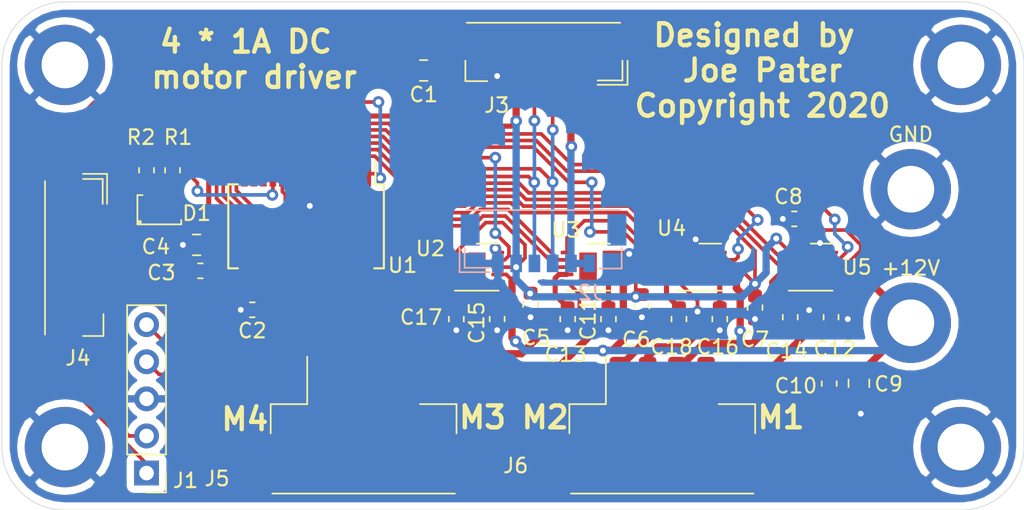
<source format=kicad_pcb>
(kicad_pcb (version 20171130) (host pcbnew 5.1.6-1.fc32)

  (general
    (thickness 1.6)
    (drawings 13)
    (tracks 499)
    (zones 0)
    (modules 38)
    (nets 40)
  )

  (page A4)
  (layers
    (0 F.Cu signal)
    (31 B.Cu signal)
    (32 B.Adhes user)
    (33 F.Adhes user)
    (34 B.Paste user)
    (35 F.Paste user)
    (36 B.SilkS user)
    (37 F.SilkS user)
    (38 B.Mask user)
    (39 F.Mask user)
    (40 Dwgs.User user)
    (41 Cmts.User user)
    (42 Eco1.User user)
    (43 Eco2.User user)
    (44 Edge.Cuts user)
    (45 Margin user)
    (46 B.CrtYd user hide)
    (47 F.CrtYd user)
    (48 B.Fab user)
    (49 F.Fab user hide)
  )

  (setup
    (last_trace_width 0.25)
    (user_trace_width 0.25)
    (user_trace_width 0.35)
    (user_trace_width 0.5)
    (user_trace_width 3)
    (trace_clearance 0.2)
    (zone_clearance 0.508)
    (zone_45_only no)
    (trace_min 0.2)
    (via_size 0.8)
    (via_drill 0.4)
    (via_min_size 0.4)
    (via_min_drill 0.3)
    (uvia_size 0.3)
    (uvia_drill 0.1)
    (uvias_allowed no)
    (uvia_min_size 0.2)
    (uvia_min_drill 0.1)
    (edge_width 0.05)
    (segment_width 0.2)
    (pcb_text_width 0.3)
    (pcb_text_size 1.5 1.5)
    (mod_edge_width 0.12)
    (mod_text_size 1 1)
    (mod_text_width 0.15)
    (pad_size 5.5 5.5)
    (pad_drill 3.2)
    (pad_to_mask_clearance 0.05)
    (aux_axis_origin 0 0)
    (visible_elements FFFFFF7F)
    (pcbplotparams
      (layerselection 0x010fc_ffffffff)
      (usegerberextensions false)
      (usegerberattributes true)
      (usegerberadvancedattributes true)
      (creategerberjobfile true)
      (excludeedgelayer true)
      (linewidth 0.100000)
      (plotframeref false)
      (viasonmask false)
      (mode 1)
      (useauxorigin false)
      (hpglpennumber 1)
      (hpglpenspeed 20)
      (hpglpendiameter 15.000000)
      (psnegative false)
      (psa4output false)
      (plotreference true)
      (plotvalue true)
      (plotinvisibletext false)
      (padsonsilk false)
      (subtractmaskfromsilk false)
      (outputformat 1)
      (mirror false)
      (drillshape 0)
      (scaleselection 1)
      (outputdirectory ""))
  )

  (net 0 "")
  (net 1 GND)
  (net 2 +3V3)
  (net 3 +12V)
  (net 4 "Net-(C11-Pad1)")
  (net 5 "Net-(C12-Pad1)")
  (net 6 "Net-(C13-Pad1)")
  (net 7 "Net-(C14-Pad1)")
  (net 8 "Net-(C15-Pad1)")
  (net 9 "Net-(C16-Pad1)")
  (net 10 "Net-(C17-Pad1)")
  (net 11 "Net-(C18-Pad1)")
  (net 12 "Net-(D1-Pad3)")
  (net 13 "Net-(D1-Pad1)")
  (net 14 "Net-(J1-Pad5)")
  (net 15 "Net-(J1-Pad4)")
  (net 16 "Net-(J1-Pad1)")
  (net 17 "Net-(J2-Pad4)")
  (net 18 "Net-(J2-Pad3)")
  (net 19 "Net-(J4-Pad6)")
  (net 20 "Net-(J4-Pad5)")
  (net 21 "Net-(J4-Pad4)")
  (net 22 "Net-(J4-Pad3)")
  (net 23 "Net-(J4-Pad2)")
  (net 24 "Net-(J4-Pad1)")
  (net 25 "Net-(R2-Pad1)")
  (net 26 "Net-(U1-Pad18)")
  (net 27 "Net-(U1-Pad17)")
  (net 28 "Net-(U1-Pad16)")
  (net 29 "Net-(U1-Pad15)")
  (net 30 "Net-(U1-Pad12)")
  (net 31 "Net-(U1-Pad10)")
  (net 32 "Net-(U1-Pad9)")
  (net 33 "Net-(U1-Pad7)")
  (net 34 "Net-(U1-Pad6)")
  (net 35 "Net-(U1-Pad5)")
  (net 36 "Net-(U1-Pad4)")
  (net 37 "Net-(U1-Pad3)")
  (net 38 "Net-(U1-Pad2)")
  (net 39 "Net-(J2-Pad5)")

  (net_class Default "This is the default net class."
    (clearance 0.2)
    (trace_width 0.25)
    (via_dia 0.8)
    (via_drill 0.4)
    (uvia_dia 0.3)
    (uvia_drill 0.1)
    (add_net +12V)
    (add_net +3V3)
    (add_net GND)
    (add_net "Net-(C11-Pad1)")
    (add_net "Net-(C12-Pad1)")
    (add_net "Net-(C13-Pad1)")
    (add_net "Net-(C14-Pad1)")
    (add_net "Net-(C15-Pad1)")
    (add_net "Net-(C16-Pad1)")
    (add_net "Net-(C17-Pad1)")
    (add_net "Net-(C18-Pad1)")
    (add_net "Net-(D1-Pad1)")
    (add_net "Net-(D1-Pad3)")
    (add_net "Net-(J1-Pad1)")
    (add_net "Net-(J1-Pad4)")
    (add_net "Net-(J1-Pad5)")
    (add_net "Net-(J2-Pad3)")
    (add_net "Net-(J2-Pad4)")
    (add_net "Net-(J2-Pad5)")
    (add_net "Net-(J4-Pad1)")
    (add_net "Net-(J4-Pad2)")
    (add_net "Net-(J4-Pad3)")
    (add_net "Net-(J4-Pad4)")
    (add_net "Net-(J4-Pad5)")
    (add_net "Net-(J4-Pad6)")
    (add_net "Net-(R2-Pad1)")
    (add_net "Net-(U1-Pad10)")
    (add_net "Net-(U1-Pad12)")
    (add_net "Net-(U1-Pad15)")
    (add_net "Net-(U1-Pad16)")
    (add_net "Net-(U1-Pad17)")
    (add_net "Net-(U1-Pad18)")
    (add_net "Net-(U1-Pad2)")
    (add_net "Net-(U1-Pad3)")
    (add_net "Net-(U1-Pad4)")
    (add_net "Net-(U1-Pad5)")
    (add_net "Net-(U1-Pad6)")
    (add_net "Net-(U1-Pad7)")
    (add_net "Net-(U1-Pad9)")
  )

  (module Capacitor_SMD:C_0603_1608Metric (layer F.Cu) (tedit 5B301BBE) (tstamp 5ED15FF6)
    (at 118.237 95.123 180)
    (descr "Capacitor SMD 0603 (1608 Metric), square (rectangular) end terminal, IPC_7351 nominal, (Body size source: http://www.tortai-tech.com/upload/download/2011102023233369053.pdf), generated with kicad-footprint-generator")
    (tags capacitor)
    (path /5F156559)
    (attr smd)
    (fp_text reference C3 (at 2.667 -0.127) (layer F.SilkS)
      (effects (font (size 1 1) (thickness 0.15)))
    )
    (fp_text value 1u (at 0 1.43) (layer F.Fab)
      (effects (font (size 1 1) (thickness 0.15)))
    )
    (fp_line (start 1.48 0.73) (end -1.48 0.73) (layer F.CrtYd) (width 0.05))
    (fp_line (start 1.48 -0.73) (end 1.48 0.73) (layer F.CrtYd) (width 0.05))
    (fp_line (start -1.48 -0.73) (end 1.48 -0.73) (layer F.CrtYd) (width 0.05))
    (fp_line (start -1.48 0.73) (end -1.48 -0.73) (layer F.CrtYd) (width 0.05))
    (fp_line (start -0.162779 0.51) (end 0.162779 0.51) (layer F.SilkS) (width 0.12))
    (fp_line (start -0.162779 -0.51) (end 0.162779 -0.51) (layer F.SilkS) (width 0.12))
    (fp_line (start 0.8 0.4) (end -0.8 0.4) (layer F.Fab) (width 0.1))
    (fp_line (start 0.8 -0.4) (end 0.8 0.4) (layer F.Fab) (width 0.1))
    (fp_line (start -0.8 -0.4) (end 0.8 -0.4) (layer F.Fab) (width 0.1))
    (fp_line (start -0.8 0.4) (end -0.8 -0.4) (layer F.Fab) (width 0.1))
    (fp_text user %R (at 0 0) (layer F.Fab)
      (effects (font (size 0.4 0.4) (thickness 0.06)))
    )
    (pad 2 smd roundrect (at 0.7875 0 180) (size 0.875 0.95) (layers F.Cu F.Paste F.Mask) (roundrect_rratio 0.25)
      (net 1 GND))
    (pad 1 smd roundrect (at -0.7875 0 180) (size 0.875 0.95) (layers F.Cu F.Paste F.Mask) (roundrect_rratio 0.25)
      (net 2 +3V3))
    (model ${KISYS3DMOD}/Capacitor_SMD.3dshapes/C_0603_1608Metric.wrl
      (at (xyz 0 0 0))
      (scale (xyz 1 1 1))
      (rotate (xyz 0 0 0))
    )
  )

  (module Capacitor_SMD:C_0603_1608Metric (layer F.Cu) (tedit 5B301BBE) (tstamp 5ED22334)
    (at 121.793 97.79 180)
    (descr "Capacitor SMD 0603 (1608 Metric), square (rectangular) end terminal, IPC_7351 nominal, (Body size source: http://www.tortai-tech.com/upload/download/2011102023233369053.pdf), generated with kicad-footprint-generator")
    (tags capacitor)
    (path /5F1568D3)
    (attr smd)
    (fp_text reference C2 (at 0 -1.43) (layer F.SilkS)
      (effects (font (size 1 1) (thickness 0.15)))
    )
    (fp_text value 100n (at 0 1.43) (layer F.Fab)
      (effects (font (size 1 1) (thickness 0.15)))
    )
    (fp_line (start 1.48 0.73) (end -1.48 0.73) (layer F.CrtYd) (width 0.05))
    (fp_line (start 1.48 -0.73) (end 1.48 0.73) (layer F.CrtYd) (width 0.05))
    (fp_line (start -1.48 -0.73) (end 1.48 -0.73) (layer F.CrtYd) (width 0.05))
    (fp_line (start -1.48 0.73) (end -1.48 -0.73) (layer F.CrtYd) (width 0.05))
    (fp_line (start -0.162779 0.51) (end 0.162779 0.51) (layer F.SilkS) (width 0.12))
    (fp_line (start -0.162779 -0.51) (end 0.162779 -0.51) (layer F.SilkS) (width 0.12))
    (fp_line (start 0.8 0.4) (end -0.8 0.4) (layer F.Fab) (width 0.1))
    (fp_line (start 0.8 -0.4) (end 0.8 0.4) (layer F.Fab) (width 0.1))
    (fp_line (start -0.8 -0.4) (end 0.8 -0.4) (layer F.Fab) (width 0.1))
    (fp_line (start -0.8 0.4) (end -0.8 -0.4) (layer F.Fab) (width 0.1))
    (fp_text user %R (at 0 -0.762) (layer F.Fab)
      (effects (font (size 0.4 0.4) (thickness 0.06)))
    )
    (pad 2 smd roundrect (at 0.7875 0 180) (size 0.875 0.95) (layers F.Cu F.Paste F.Mask) (roundrect_rratio 0.25)
      (net 1 GND))
    (pad 1 smd roundrect (at -0.7875 0 180) (size 0.875 0.95) (layers F.Cu F.Paste F.Mask) (roundrect_rratio 0.25)
      (net 2 +3V3))
    (model ${KISYS3DMOD}/Capacitor_SMD.3dshapes/C_0603_1608Metric.wrl
      (at (xyz 0 0 0))
      (scale (xyz 1 1 1))
      (rotate (xyz 0 0 0))
    )
  )

  (module Package_SON:VSON-10-1EP_3x3mm_P0.5mm_EP1.2x2mm (layer F.Cu) (tedit 5DC5FB10) (tstamp 5ED1C493)
    (at 144.78 94.869)
    (descr "VSON, 10 Pin (http://rohmfs.rohm.com/en/products/databook/datasheet/ic/power/switching_regulator/bd8314nuv-e.pdf (Page 20)), generated with kicad-footprint-generator ipc_noLead_generator.py")
    (tags "VSON NoLead")
    (path /5ED5AAA4)
    (attr smd)
    (fp_text reference U3 (at -1.524 -2.54) (layer F.SilkS)
      (effects (font (size 1 1) (thickness 0.15)))
    )
    (fp_text value BD63573NUV (at 0 2.45) (layer F.Fab)
      (effects (font (size 1 1) (thickness 0.15)))
    )
    (fp_line (start 2.12 -1.75) (end -2.12 -1.75) (layer F.CrtYd) (width 0.05))
    (fp_line (start 2.12 1.75) (end 2.12 -1.75) (layer F.CrtYd) (width 0.05))
    (fp_line (start -2.12 1.75) (end 2.12 1.75) (layer F.CrtYd) (width 0.05))
    (fp_line (start -2.12 -1.75) (end -2.12 1.75) (layer F.CrtYd) (width 0.05))
    (fp_line (start -1.5 -0.75) (end -0.75 -1.5) (layer F.Fab) (width 0.1))
    (fp_line (start -1.5 1.5) (end -1.5 -0.75) (layer F.Fab) (width 0.1))
    (fp_line (start 1.5 1.5) (end -1.5 1.5) (layer F.Fab) (width 0.1))
    (fp_line (start 1.5 -1.5) (end 1.5 1.5) (layer F.Fab) (width 0.1))
    (fp_line (start -0.75 -1.5) (end 1.5 -1.5) (layer F.Fab) (width 0.1))
    (fp_line (start -1.5 1.61) (end 1.5 1.61) (layer F.SilkS) (width 0.12))
    (fp_line (start 0 -1.61) (end 1.5 -1.61) (layer F.SilkS) (width 0.12))
    (fp_text user %R (at 0.254 0.635) (layer F.Fab)
      (effects (font (size 0.75 0.75) (thickness 0.11)))
    )
    (pad "" smd roundrect (at 0.3 0.5) (size 0.48 0.81) (layers F.Paste) (roundrect_rratio 0.25))
    (pad "" smd roundrect (at 0.3 -0.5) (size 0.48 0.81) (layers F.Paste) (roundrect_rratio 0.25))
    (pad "" smd roundrect (at -0.3 0.5) (size 0.48 0.81) (layers F.Paste) (roundrect_rratio 0.25))
    (pad "" smd roundrect (at -0.3 -0.5) (size 0.48 0.81) (layers F.Paste) (roundrect_rratio 0.25))
    (pad 11 smd rect (at 0 0) (size 1.2 2) (layers F.Cu F.Mask))
    (pad 10 smd roundrect (at 1.4375 -1) (size 0.875 0.25) (layers F.Cu F.Paste F.Mask) (roundrect_rratio 0.25)
      (net 1 GND))
    (pad 9 smd roundrect (at 1.4375 -0.5) (size 0.875 0.25) (layers F.Cu F.Paste F.Mask) (roundrect_rratio 0.25)
      (net 27 "Net-(U1-Pad17)"))
    (pad 8 smd roundrect (at 1.4375 0) (size 0.875 0.25) (layers F.Cu F.Paste F.Mask) (roundrect_rratio 0.25)
      (net 2 +3V3))
    (pad 7 smd roundrect (at 1.4375 0.5) (size 0.875 0.25) (layers F.Cu F.Paste F.Mask) (roundrect_rratio 0.25)
      (net 3 +12V))
    (pad 6 smd roundrect (at 1.4375 1) (size 0.875 0.25) (layers F.Cu F.Paste F.Mask) (roundrect_rratio 0.25)
      (net 4 "Net-(C11-Pad1)"))
    (pad 5 smd roundrect (at -1.4375 1) (size 0.875 0.25) (layers F.Cu F.Paste F.Mask) (roundrect_rratio 0.25)
      (net 1 GND))
    (pad 4 smd roundrect (at -1.4375 0.5) (size 0.875 0.25) (layers F.Cu F.Paste F.Mask) (roundrect_rratio 0.25)
      (net 6 "Net-(C13-Pad1)"))
    (pad 3 smd roundrect (at -1.4375 0) (size 0.875 0.25) (layers F.Cu F.Paste F.Mask) (roundrect_rratio 0.25)
      (net 33 "Net-(U1-Pad7)"))
    (pad 2 smd roundrect (at -1.4375 -0.5) (size 0.875 0.25) (layers F.Cu F.Paste F.Mask) (roundrect_rratio 0.25)
      (net 34 "Net-(U1-Pad6)"))
    (pad 1 smd roundrect (at -1.4375 -1) (size 0.875 0.25) (layers F.Cu F.Paste F.Mask) (roundrect_rratio 0.25)
      (net 2 +3V3))
    (model ${KISYS3DMOD}/Package_SON.3dshapes/VSON-10-1EP_3x3mm_P0.5mm_EP1.2x2mm.wrl
      (at (xyz 0 0 0))
      (scale (xyz 1 1 1))
      (rotate (xyz 0 0 0))
    )
  )

  (module Package_SON:VSON-10-1EP_3x3mm_P0.5mm_EP1.2x2mm (layer F.Cu) (tedit 5DC5FB10) (tstamp 5ED1C1D8)
    (at 152.4 94.869)
    (descr "VSON, 10 Pin (http://rohmfs.rohm.com/en/products/databook/datasheet/ic/power/switching_regulator/bd8314nuv-e.pdf (Page 20)), generated with kicad-footprint-generator ipc_noLead_generator.py")
    (tags "VSON NoLead")
    (path /5ED5B046)
    (attr smd)
    (fp_text reference U4 (at -1.905 -2.667) (layer F.SilkS)
      (effects (font (size 1 1) (thickness 0.15)))
    )
    (fp_text value BD63573NUV (at 0 2.45) (layer F.Fab)
      (effects (font (size 1 1) (thickness 0.15)))
    )
    (fp_line (start 2.12 -1.75) (end -2.12 -1.75) (layer F.CrtYd) (width 0.05))
    (fp_line (start 2.12 1.75) (end 2.12 -1.75) (layer F.CrtYd) (width 0.05))
    (fp_line (start -2.12 1.75) (end 2.12 1.75) (layer F.CrtYd) (width 0.05))
    (fp_line (start -2.12 -1.75) (end -2.12 1.75) (layer F.CrtYd) (width 0.05))
    (fp_line (start -1.5 -0.75) (end -0.75 -1.5) (layer F.Fab) (width 0.1))
    (fp_line (start -1.5 1.5) (end -1.5 -0.75) (layer F.Fab) (width 0.1))
    (fp_line (start 1.5 1.5) (end -1.5 1.5) (layer F.Fab) (width 0.1))
    (fp_line (start 1.5 -1.5) (end 1.5 1.5) (layer F.Fab) (width 0.1))
    (fp_line (start -0.75 -1.5) (end 1.5 -1.5) (layer F.Fab) (width 0.1))
    (fp_line (start -1.5 1.61) (end 1.5 1.61) (layer F.SilkS) (width 0.12))
    (fp_line (start 0 -1.61) (end 1.5 -1.61) (layer F.SilkS) (width 0.12))
    (fp_text user %R (at 0.635 0.762) (layer F.Fab)
      (effects (font (size 0.75 0.75) (thickness 0.11)))
    )
    (pad "" smd roundrect (at 0.3 0.5) (size 0.48 0.81) (layers F.Paste) (roundrect_rratio 0.25))
    (pad "" smd roundrect (at 0.3 -0.5) (size 0.48 0.81) (layers F.Paste) (roundrect_rratio 0.25))
    (pad "" smd roundrect (at -0.3 0.5) (size 0.48 0.81) (layers F.Paste) (roundrect_rratio 0.25))
    (pad "" smd roundrect (at -0.3 -0.5) (size 0.48 0.81) (layers F.Paste) (roundrect_rratio 0.25))
    (pad 11 smd rect (at 0 0) (size 1.2 2) (layers F.Cu F.Mask))
    (pad 10 smd roundrect (at 1.4375 -1) (size 0.875 0.25) (layers F.Cu F.Paste F.Mask) (roundrect_rratio 0.25)
      (net 1 GND))
    (pad 9 smd roundrect (at 1.4375 -0.5) (size 0.875 0.25) (layers F.Cu F.Paste F.Mask) (roundrect_rratio 0.25)
      (net 28 "Net-(U1-Pad16)"))
    (pad 8 smd roundrect (at 1.4375 0) (size 0.875 0.25) (layers F.Cu F.Paste F.Mask) (roundrect_rratio 0.25)
      (net 2 +3V3))
    (pad 7 smd roundrect (at 1.4375 0.5) (size 0.875 0.25) (layers F.Cu F.Paste F.Mask) (roundrect_rratio 0.25)
      (net 3 +12V))
    (pad 6 smd roundrect (at 1.4375 1) (size 0.875 0.25) (layers F.Cu F.Paste F.Mask) (roundrect_rratio 0.25)
      (net 9 "Net-(C16-Pad1)"))
    (pad 5 smd roundrect (at -1.4375 1) (size 0.875 0.25) (layers F.Cu F.Paste F.Mask) (roundrect_rratio 0.25)
      (net 1 GND))
    (pad 4 smd roundrect (at -1.4375 0.5) (size 0.875 0.25) (layers F.Cu F.Paste F.Mask) (roundrect_rratio 0.25)
      (net 11 "Net-(C18-Pad1)"))
    (pad 3 smd roundrect (at -1.4375 0) (size 0.875 0.25) (layers F.Cu F.Paste F.Mask) (roundrect_rratio 0.25)
      (net 35 "Net-(U1-Pad5)"))
    (pad 2 smd roundrect (at -1.4375 -0.5) (size 0.875 0.25) (layers F.Cu F.Paste F.Mask) (roundrect_rratio 0.25)
      (net 36 "Net-(U1-Pad4)"))
    (pad 1 smd roundrect (at -1.4375 -1) (size 0.875 0.25) (layers F.Cu F.Paste F.Mask) (roundrect_rratio 0.25)
      (net 2 +3V3))
    (model ${KISYS3DMOD}/Package_SON.3dshapes/VSON-10-1EP_3x3mm_P0.5mm_EP1.2x2mm.wrl
      (at (xyz 0 0 0))
      (scale (xyz 1 1 1))
      (rotate (xyz 0 0 0))
    )
  )

  (module Package_SON:VSON-10-1EP_3x3mm_P0.5mm_EP1.2x2mm (layer F.Cu) (tedit 5DC5FB10) (tstamp 5ED1C123)
    (at 160.02 94.869)
    (descr "VSON, 10 Pin (http://rohmfs.rohm.com/en/products/databook/datasheet/ic/power/switching_regulator/bd8314nuv-e.pdf (Page 20)), generated with kicad-footprint-generator ipc_noLead_generator.py")
    (tags "VSON NoLead")
    (path /5ED5C19E)
    (attr smd)
    (fp_text reference U5 (at 3.175 0) (layer F.SilkS)
      (effects (font (size 1 1) (thickness 0.15)))
    )
    (fp_text value BD63573NUV (at 0 2.45) (layer F.Fab)
      (effects (font (size 1 1) (thickness 0.15)))
    )
    (fp_line (start 2.12 -1.75) (end -2.12 -1.75) (layer F.CrtYd) (width 0.05))
    (fp_line (start 2.12 1.75) (end 2.12 -1.75) (layer F.CrtYd) (width 0.05))
    (fp_line (start -2.12 1.75) (end 2.12 1.75) (layer F.CrtYd) (width 0.05))
    (fp_line (start -2.12 -1.75) (end -2.12 1.75) (layer F.CrtYd) (width 0.05))
    (fp_line (start -1.5 -0.75) (end -0.75 -1.5) (layer F.Fab) (width 0.1))
    (fp_line (start -1.5 1.5) (end -1.5 -0.75) (layer F.Fab) (width 0.1))
    (fp_line (start 1.5 1.5) (end -1.5 1.5) (layer F.Fab) (width 0.1))
    (fp_line (start 1.5 -1.5) (end 1.5 1.5) (layer F.Fab) (width 0.1))
    (fp_line (start -0.75 -1.5) (end 1.5 -1.5) (layer F.Fab) (width 0.1))
    (fp_line (start -1.5 1.61) (end 1.5 1.61) (layer F.SilkS) (width 0.12))
    (fp_line (start 0 -1.61) (end 1.5 -1.61) (layer F.SilkS) (width 0.12))
    (fp_text user %R (at 0.635 -0.127 90) (layer F.Fab)
      (effects (font (size 0.75 0.75) (thickness 0.11)))
    )
    (pad "" smd roundrect (at 0.3 0.5) (size 0.48 0.81) (layers F.Paste) (roundrect_rratio 0.25))
    (pad "" smd roundrect (at 0.3 -0.5) (size 0.48 0.81) (layers F.Paste) (roundrect_rratio 0.25))
    (pad "" smd roundrect (at -0.3 0.5) (size 0.48 0.81) (layers F.Paste) (roundrect_rratio 0.25))
    (pad "" smd roundrect (at -0.3 -0.5) (size 0.48 0.81) (layers F.Paste) (roundrect_rratio 0.25))
    (pad 11 smd rect (at 0 0) (size 1.2 2) (layers F.Cu F.Mask))
    (pad 10 smd roundrect (at 1.4375 -1) (size 0.875 0.25) (layers F.Cu F.Paste F.Mask) (roundrect_rratio 0.25)
      (net 1 GND))
    (pad 9 smd roundrect (at 1.4375 -0.5) (size 0.875 0.25) (layers F.Cu F.Paste F.Mask) (roundrect_rratio 0.25)
      (net 29 "Net-(U1-Pad15)"))
    (pad 8 smd roundrect (at 1.4375 0) (size 0.875 0.25) (layers F.Cu F.Paste F.Mask) (roundrect_rratio 0.25)
      (net 2 +3V3))
    (pad 7 smd roundrect (at 1.4375 0.5) (size 0.875 0.25) (layers F.Cu F.Paste F.Mask) (roundrect_rratio 0.25)
      (net 3 +12V))
    (pad 6 smd roundrect (at 1.4375 1) (size 0.875 0.25) (layers F.Cu F.Paste F.Mask) (roundrect_rratio 0.25)
      (net 5 "Net-(C12-Pad1)"))
    (pad 5 smd roundrect (at -1.4375 1) (size 0.875 0.25) (layers F.Cu F.Paste F.Mask) (roundrect_rratio 0.25)
      (net 1 GND))
    (pad 4 smd roundrect (at -1.4375 0.5) (size 0.875 0.25) (layers F.Cu F.Paste F.Mask) (roundrect_rratio 0.25)
      (net 7 "Net-(C14-Pad1)"))
    (pad 3 smd roundrect (at -1.4375 0) (size 0.875 0.25) (layers F.Cu F.Paste F.Mask) (roundrect_rratio 0.25)
      (net 37 "Net-(U1-Pad3)"))
    (pad 2 smd roundrect (at -1.4375 -0.5) (size 0.875 0.25) (layers F.Cu F.Paste F.Mask) (roundrect_rratio 0.25)
      (net 38 "Net-(U1-Pad2)"))
    (pad 1 smd roundrect (at -1.4375 -1) (size 0.875 0.25) (layers F.Cu F.Paste F.Mask) (roundrect_rratio 0.25)
      (net 2 +3V3))
    (model ${KISYS3DMOD}/Package_SON.3dshapes/VSON-10-1EP_3x3mm_P0.5mm_EP1.2x2mm.wrl
      (at (xyz 0 0 0))
      (scale (xyz 1 1 1))
      (rotate (xyz 0 0 0))
    )
  )

  (module Package_SON:VSON-10-1EP_3x3mm_P0.5mm_EP1.2x2mm (layer F.Cu) (tedit 5DC5FB10) (tstamp 5ED1BDC9)
    (at 137.16 94.869)
    (descr "VSON, 10 Pin (http://rohmfs.rohm.com/en/products/databook/datasheet/ic/power/switching_regulator/bd8314nuv-e.pdf (Page 20)), generated with kicad-footprint-generator ipc_noLead_generator.py")
    (tags "VSON NoLead")
    (path /5ED5975D)
    (attr smd)
    (fp_text reference U2 (at -3.175 -1.27) (layer F.SilkS)
      (effects (font (size 1 1) (thickness 0.15)))
    )
    (fp_text value BD63573NUV (at 0 2.45) (layer F.Fab)
      (effects (font (size 1 1) (thickness 0.15)))
    )
    (fp_line (start 2.12 -1.75) (end -2.12 -1.75) (layer F.CrtYd) (width 0.05))
    (fp_line (start 2.12 1.75) (end 2.12 -1.75) (layer F.CrtYd) (width 0.05))
    (fp_line (start -2.12 1.75) (end 2.12 1.75) (layer F.CrtYd) (width 0.05))
    (fp_line (start -2.12 -1.75) (end -2.12 1.75) (layer F.CrtYd) (width 0.05))
    (fp_line (start -1.5 -0.75) (end -0.75 -1.5) (layer F.Fab) (width 0.1))
    (fp_line (start -1.5 1.5) (end -1.5 -0.75) (layer F.Fab) (width 0.1))
    (fp_line (start 1.5 1.5) (end -1.5 1.5) (layer F.Fab) (width 0.1))
    (fp_line (start 1.5 -1.5) (end 1.5 1.5) (layer F.Fab) (width 0.1))
    (fp_line (start -0.75 -1.5) (end 1.5 -1.5) (layer F.Fab) (width 0.1))
    (fp_line (start -1.5 1.61) (end 1.5 1.61) (layer F.SilkS) (width 0.12))
    (fp_line (start 0 -1.61) (end 1.5 -1.61) (layer F.SilkS) (width 0.12))
    (fp_text user %R (at 0.127 1.143) (layer F.Fab)
      (effects (font (size 0.75 0.75) (thickness 0.11)))
    )
    (pad "" smd roundrect (at 0.3 0.5) (size 0.48 0.81) (layers F.Paste) (roundrect_rratio 0.25))
    (pad "" smd roundrect (at 0.3 -0.5) (size 0.48 0.81) (layers F.Paste) (roundrect_rratio 0.25))
    (pad "" smd roundrect (at -0.3 0.5) (size 0.48 0.81) (layers F.Paste) (roundrect_rratio 0.25))
    (pad "" smd roundrect (at -0.3 -0.5) (size 0.48 0.81) (layers F.Paste) (roundrect_rratio 0.25))
    (pad 11 smd rect (at 0 0) (size 1.2 2) (layers F.Cu F.Mask))
    (pad 10 smd roundrect (at 1.4375 -1) (size 0.875 0.25) (layers F.Cu F.Paste F.Mask) (roundrect_rratio 0.25)
      (net 1 GND))
    (pad 9 smd roundrect (at 1.4375 -0.5) (size 0.875 0.25) (layers F.Cu F.Paste F.Mask) (roundrect_rratio 0.25)
      (net 26 "Net-(U1-Pad18)"))
    (pad 8 smd roundrect (at 1.4375 0) (size 0.875 0.25) (layers F.Cu F.Paste F.Mask) (roundrect_rratio 0.25)
      (net 2 +3V3))
    (pad 7 smd roundrect (at 1.4375 0.5) (size 0.875 0.25) (layers F.Cu F.Paste F.Mask) (roundrect_rratio 0.25)
      (net 3 +12V))
    (pad 6 smd roundrect (at 1.4375 1) (size 0.875 0.25) (layers F.Cu F.Paste F.Mask) (roundrect_rratio 0.25)
      (net 8 "Net-(C15-Pad1)"))
    (pad 5 smd roundrect (at -1.4375 1) (size 0.875 0.25) (layers F.Cu F.Paste F.Mask) (roundrect_rratio 0.25)
      (net 1 GND))
    (pad 4 smd roundrect (at -1.4375 0.5) (size 0.875 0.25) (layers F.Cu F.Paste F.Mask) (roundrect_rratio 0.25)
      (net 10 "Net-(C17-Pad1)"))
    (pad 3 smd roundrect (at -1.4375 0) (size 0.875 0.25) (layers F.Cu F.Paste F.Mask) (roundrect_rratio 0.25)
      (net 31 "Net-(U1-Pad10)"))
    (pad 2 smd roundrect (at -1.4375 -0.5) (size 0.875 0.25) (layers F.Cu F.Paste F.Mask) (roundrect_rratio 0.25)
      (net 32 "Net-(U1-Pad9)"))
    (pad 1 smd roundrect (at -1.4375 -1) (size 0.875 0.25) (layers F.Cu F.Paste F.Mask) (roundrect_rratio 0.25)
      (net 2 +3V3))
    (model ${KISYS3DMOD}/Package_SON.3dshapes/VSON-10-1EP_3x3mm_P0.5mm_EP1.2x2mm.wrl
      (at (xyz 0 0 0))
      (scale (xyz 1 1 1))
      (rotate (xyz 0 0 0))
    )
  )

  (module Package_SO:SSOP-28_5.3x10.2mm_P0.65mm (layer F.Cu) (tedit 5A02F25C) (tstamp 5ED16209)
    (at 125.476 92.075 270)
    (descr "28-Lead Plastic Shrink Small Outline (SS)-5.30 mm Body [SSOP] (see Microchip Packaging Specification 00000049BS.pdf)")
    (tags "SSOP 0.65")
    (path /5ECFD8E1)
    (attr smd)
    (fp_text reference U1 (at 2.667 -6.604 180) (layer F.SilkS)
      (effects (font (size 1 1) (thickness 0.15)))
    )
    (fp_text value PIC16F1773-I_SS (at 0 6.25 90) (layer F.Fab)
      (effects (font (size 1 1) (thickness 0.15)))
    )
    (fp_line (start -2.875 -4.75) (end -4.475 -4.75) (layer F.SilkS) (width 0.15))
    (fp_line (start -2.875 5.325) (end 2.875 5.325) (layer F.SilkS) (width 0.15))
    (fp_line (start -2.875 -5.325) (end 2.875 -5.325) (layer F.SilkS) (width 0.15))
    (fp_line (start -2.875 5.325) (end -2.875 4.675) (layer F.SilkS) (width 0.15))
    (fp_line (start 2.875 5.325) (end 2.875 4.675) (layer F.SilkS) (width 0.15))
    (fp_line (start 2.875 -5.325) (end 2.875 -4.675) (layer F.SilkS) (width 0.15))
    (fp_line (start -2.875 -5.325) (end -2.875 -4.75) (layer F.SilkS) (width 0.15))
    (fp_line (start -4.75 5.5) (end 4.75 5.5) (layer F.CrtYd) (width 0.05))
    (fp_line (start -4.75 -5.5) (end 4.75 -5.5) (layer F.CrtYd) (width 0.05))
    (fp_line (start 4.75 -5.5) (end 4.75 5.5) (layer F.CrtYd) (width 0.05))
    (fp_line (start -4.75 -5.5) (end -4.75 5.5) (layer F.CrtYd) (width 0.05))
    (fp_line (start -2.65 -4.1) (end -1.65 -5.1) (layer F.Fab) (width 0.15))
    (fp_line (start -2.65 5.1) (end -2.65 -4.1) (layer F.Fab) (width 0.15))
    (fp_line (start 2.65 5.1) (end -2.65 5.1) (layer F.Fab) (width 0.15))
    (fp_line (start 2.65 -5.1) (end 2.65 5.1) (layer F.Fab) (width 0.15))
    (fp_line (start -1.65 -5.1) (end 2.65 -5.1) (layer F.Fab) (width 0.15))
    (fp_text user %R (at 0 0 90) (layer F.Fab)
      (effects (font (size 0.8 0.8) (thickness 0.15)))
    )
    (pad 28 smd rect (at 3.6 -4.225 270) (size 1.75 0.45) (layers F.Cu F.Paste F.Mask)
      (net 15 "Net-(J1-Pad4)"))
    (pad 27 smd rect (at 3.6 -3.575 270) (size 1.75 0.45) (layers F.Cu F.Paste F.Mask)
      (net 14 "Net-(J1-Pad5)"))
    (pad 26 smd rect (at 3.6 -2.925 270) (size 1.75 0.45) (layers F.Cu F.Paste F.Mask)
      (net 19 "Net-(J4-Pad6)"))
    (pad 25 smd rect (at 3.6 -2.275 270) (size 1.75 0.45) (layers F.Cu F.Paste F.Mask)
      (net 20 "Net-(J4-Pad5)"))
    (pad 24 smd rect (at 3.6 -1.625 270) (size 1.75 0.45) (layers F.Cu F.Paste F.Mask)
      (net 21 "Net-(J4-Pad4)"))
    (pad 23 smd rect (at 3.6 -0.975 270) (size 1.75 0.45) (layers F.Cu F.Paste F.Mask)
      (net 22 "Net-(J4-Pad3)"))
    (pad 22 smd rect (at 3.6 -0.325 270) (size 1.75 0.45) (layers F.Cu F.Paste F.Mask)
      (net 23 "Net-(J4-Pad2)"))
    (pad 21 smd rect (at 3.6 0.325 270) (size 1.75 0.45) (layers F.Cu F.Paste F.Mask)
      (net 24 "Net-(J4-Pad1)"))
    (pad 20 smd rect (at 3.6 0.975 270) (size 1.75 0.45) (layers F.Cu F.Paste F.Mask)
      (net 2 +3V3))
    (pad 19 smd rect (at 3.6 1.625 270) (size 1.75 0.45) (layers F.Cu F.Paste F.Mask)
      (net 1 GND))
    (pad 18 smd rect (at 3.6 2.275 270) (size 1.75 0.45) (layers F.Cu F.Paste F.Mask)
      (net 26 "Net-(U1-Pad18)"))
    (pad 17 smd rect (at 3.6 2.925 270) (size 1.75 0.45) (layers F.Cu F.Paste F.Mask)
      (net 27 "Net-(U1-Pad17)"))
    (pad 16 smd rect (at 3.6 3.575 270) (size 1.75 0.45) (layers F.Cu F.Paste F.Mask)
      (net 28 "Net-(U1-Pad16)"))
    (pad 15 smd rect (at 3.6 4.225 270) (size 1.75 0.45) (layers F.Cu F.Paste F.Mask)
      (net 29 "Net-(U1-Pad15)"))
    (pad 14 smd rect (at -3.6 4.225 270) (size 1.75 0.45) (layers F.Cu F.Paste F.Mask)
      (net 17 "Net-(J2-Pad4)"))
    (pad 13 smd rect (at -3.6 3.575 270) (size 1.75 0.45) (layers F.Cu F.Paste F.Mask)
      (net 18 "Net-(J2-Pad3)"))
    (pad 12 smd rect (at -3.6 2.925 270) (size 1.75 0.45) (layers F.Cu F.Paste F.Mask)
      (net 30 "Net-(U1-Pad12)"))
    (pad 11 smd rect (at -3.6 2.275 270) (size 1.75 0.45) (layers F.Cu F.Paste F.Mask)
      (net 25 "Net-(R2-Pad1)"))
    (pad 10 smd rect (at -3.6 1.625 270) (size 1.75 0.45) (layers F.Cu F.Paste F.Mask)
      (net 31 "Net-(U1-Pad10)"))
    (pad 9 smd rect (at -3.6 0.975 270) (size 1.75 0.45) (layers F.Cu F.Paste F.Mask)
      (net 32 "Net-(U1-Pad9)"))
    (pad 8 smd rect (at -3.6 0.325 270) (size 1.75 0.45) (layers F.Cu F.Paste F.Mask)
      (net 1 GND))
    (pad 7 smd rect (at -3.6 -0.325 270) (size 1.75 0.45) (layers F.Cu F.Paste F.Mask)
      (net 33 "Net-(U1-Pad7)"))
    (pad 6 smd rect (at -3.6 -0.975 270) (size 1.75 0.45) (layers F.Cu F.Paste F.Mask)
      (net 34 "Net-(U1-Pad6)"))
    (pad 5 smd rect (at -3.6 -1.625 270) (size 1.75 0.45) (layers F.Cu F.Paste F.Mask)
      (net 35 "Net-(U1-Pad5)"))
    (pad 4 smd rect (at -3.6 -2.275 270) (size 1.75 0.45) (layers F.Cu F.Paste F.Mask)
      (net 36 "Net-(U1-Pad4)"))
    (pad 3 smd rect (at -3.6 -2.925 270) (size 1.75 0.45) (layers F.Cu F.Paste F.Mask)
      (net 37 "Net-(U1-Pad3)"))
    (pad 2 smd rect (at -3.6 -3.575 270) (size 1.75 0.45) (layers F.Cu F.Paste F.Mask)
      (net 38 "Net-(U1-Pad2)"))
    (pad 1 smd rect (at -3.6 -4.225 270) (size 1.75 0.45) (layers F.Cu F.Paste F.Mask)
      (net 16 "Net-(J1-Pad1)"))
    (model ${KISYS3DMOD}/Package_SO.3dshapes/SSOP-28_5.3x10.2mm_P0.65mm.wrl
      (at (xyz 0 0 0))
      (scale (xyz 1 1 1))
      (rotate (xyz 0 0 0))
    )
  )

  (module Resistor_SMD:R_0603_1608Metric (layer F.Cu) (tedit 5B301BBD) (tstamp 5ED161D8)
    (at 114.554 88.2395 270)
    (descr "Resistor SMD 0603 (1608 Metric), square (rectangular) end terminal, IPC_7351 nominal, (Body size source: http://www.tortai-tech.com/upload/download/2011102023233369053.pdf), generated with kicad-footprint-generator")
    (tags resistor)
    (path /5ED1622B)
    (attr smd)
    (fp_text reference R2 (at -2.2605 0.381 180) (layer F.SilkS)
      (effects (font (size 1 1) (thickness 0.15)))
    )
    (fp_text value 330 (at 0 1.43 90) (layer F.Fab)
      (effects (font (size 1 1) (thickness 0.15)))
    )
    (fp_line (start 1.48 0.73) (end -1.48 0.73) (layer F.CrtYd) (width 0.05))
    (fp_line (start 1.48 -0.73) (end 1.48 0.73) (layer F.CrtYd) (width 0.05))
    (fp_line (start -1.48 -0.73) (end 1.48 -0.73) (layer F.CrtYd) (width 0.05))
    (fp_line (start -1.48 0.73) (end -1.48 -0.73) (layer F.CrtYd) (width 0.05))
    (fp_line (start -0.162779 0.51) (end 0.162779 0.51) (layer F.SilkS) (width 0.12))
    (fp_line (start -0.162779 -0.51) (end 0.162779 -0.51) (layer F.SilkS) (width 0.12))
    (fp_line (start 0.8 0.4) (end -0.8 0.4) (layer F.Fab) (width 0.1))
    (fp_line (start 0.8 -0.4) (end 0.8 0.4) (layer F.Fab) (width 0.1))
    (fp_line (start -0.8 -0.4) (end 0.8 -0.4) (layer F.Fab) (width 0.1))
    (fp_line (start -0.8 0.4) (end -0.8 -0.4) (layer F.Fab) (width 0.1))
    (fp_text user %R (at -0.109 1.236 90) (layer F.Fab)
      (effects (font (size 0.4 0.4) (thickness 0.06)))
    )
    (pad 2 smd roundrect (at 0.7875 0 270) (size 0.875 0.95) (layers F.Cu F.Paste F.Mask) (roundrect_rratio 0.25)
      (net 12 "Net-(D1-Pad3)"))
    (pad 1 smd roundrect (at -0.7875 0 270) (size 0.875 0.95) (layers F.Cu F.Paste F.Mask) (roundrect_rratio 0.25)
      (net 25 "Net-(R2-Pad1)"))
    (model ${KISYS3DMOD}/Resistor_SMD.3dshapes/R_0603_1608Metric.wrl
      (at (xyz 0 0 0))
      (scale (xyz 1 1 1))
      (rotate (xyz 0 0 0))
    )
  )

  (module Resistor_SMD:R_0603_1608Metric (layer F.Cu) (tedit 5B301BBD) (tstamp 5ED161C7)
    (at 116.332 88.2395 270)
    (descr "Resistor SMD 0603 (1608 Metric), square (rectangular) end terminal, IPC_7351 nominal, (Body size source: http://www.tortai-tech.com/upload/download/2011102023233369053.pdf), generated with kicad-footprint-generator")
    (tags resistor)
    (path /5ED15C73)
    (attr smd)
    (fp_text reference R1 (at -2.2605 -0.381 180) (layer F.SilkS)
      (effects (font (size 1 1) (thickness 0.15)))
    )
    (fp_text value 330 (at 0 1.43 90) (layer F.Fab)
      (effects (font (size 1 1) (thickness 0.15)))
    )
    (fp_line (start 1.48 0.73) (end -1.48 0.73) (layer F.CrtYd) (width 0.05))
    (fp_line (start 1.48 -0.73) (end 1.48 0.73) (layer F.CrtYd) (width 0.05))
    (fp_line (start -1.48 -0.73) (end 1.48 -0.73) (layer F.CrtYd) (width 0.05))
    (fp_line (start -1.48 0.73) (end -1.48 -0.73) (layer F.CrtYd) (width 0.05))
    (fp_line (start -0.162779 0.51) (end 0.162779 0.51) (layer F.SilkS) (width 0.12))
    (fp_line (start -0.162779 -0.51) (end 0.162779 -0.51) (layer F.SilkS) (width 0.12))
    (fp_line (start 0.8 0.4) (end -0.8 0.4) (layer F.Fab) (width 0.1))
    (fp_line (start 0.8 -0.4) (end 0.8 0.4) (layer F.Fab) (width 0.1))
    (fp_line (start -0.8 -0.4) (end 0.8 -0.4) (layer F.Fab) (width 0.1))
    (fp_line (start -0.8 0.4) (end -0.8 -0.4) (layer F.Fab) (width 0.1))
    (fp_text user %R (at 0 0 90) (layer F.Fab)
      (effects (font (size 0.4 0.4) (thickness 0.06)))
    )
    (pad 2 smd roundrect (at 0.7875 0 270) (size 0.875 0.95) (layers F.Cu F.Paste F.Mask) (roundrect_rratio 0.25)
      (net 13 "Net-(D1-Pad1)"))
    (pad 1 smd roundrect (at -0.7875 0 270) (size 0.875 0.95) (layers F.Cu F.Paste F.Mask) (roundrect_rratio 0.25)
      (net 2 +3V3))
    (model ${KISYS3DMOD}/Resistor_SMD.3dshapes/R_0603_1608Metric.wrl
      (at (xyz 0 0 0))
      (scale (xyz 1 1 1))
      (rotate (xyz 0 0 0))
    )
  )

  (module Connector_Hirose:Hirose_DF3EA-04P-2H_1x04-1MP_P2.00mm_Horizontal (layer F.Cu) (tedit 5D93D893) (tstamp 5ED16834)
    (at 149.86 105.41)
    (descr "Hirose  series connector, DF3EA-04P-2H (https://www.hirose.com/product/document?clcode=CL0543-0332-0-51&productname=DF3EA-5P-2H(51)&series=DF3&documenttype=2DDrawing&lang=en&documentid=0001163317), generated with kicad-footprint-generator")
    (tags "connector Hirose  top entry")
    (path /5ECFBDFF)
    (attr smd)
    (fp_text reference J6 (at -10.033 3.048) (layer F.SilkS)
      (effects (font (size 1 1) (thickness 0.15)))
    )
    (fp_text value Conn_01x04 (at 0 6.05) (layer F.Fab)
      (effects (font (size 1 1) (thickness 0.15)))
    )
    (fp_line (start -3 -0.342893) (end -2.5 -1.05) (layer F.Fab) (width 0.1))
    (fp_line (start -3.5 -1.05) (end -3 -0.342893) (layer F.Fab) (width 0.1))
    (fp_line (start 9.17 -4.9) (end -9.17 -4.9) (layer F.CrtYd) (width 0.05))
    (fp_line (start 9.17 5.35) (end 9.17 -4.9) (layer F.CrtYd) (width 0.05))
    (fp_line (start -9.17 5.35) (end 9.17 5.35) (layer F.CrtYd) (width 0.05))
    (fp_line (start -9.17 -4.9) (end -9.17 5.35) (layer F.CrtYd) (width 0.05))
    (fp_line (start 6.25 -1.05) (end 6.25 4.85) (layer F.Fab) (width 0.1))
    (fp_line (start -6.25 -1.05) (end -6.25 4.85) (layer F.Fab) (width 0.1))
    (fp_line (start -6.25 4.85) (end 6.25 4.85) (layer F.Fab) (width 0.1))
    (fp_line (start -6.25 4.96) (end 6.25 4.96) (layer F.SilkS) (width 0.12))
    (fp_line (start 6.36 -1.16) (end 3.86 -1.16) (layer F.SilkS) (width 0.12))
    (fp_line (start 6.36 0.84) (end 6.36 -1.16) (layer F.SilkS) (width 0.12))
    (fp_line (start -3.86 -1.16) (end -3.86 -4.4) (layer F.SilkS) (width 0.12))
    (fp_line (start -6.36 -1.16) (end -3.86 -1.16) (layer F.SilkS) (width 0.12))
    (fp_line (start -6.36 0.84) (end -6.36 -1.16) (layer F.SilkS) (width 0.12))
    (fp_line (start -6.25 -1.05) (end 6.25 -1.05) (layer F.Fab) (width 0.1))
    (fp_text user %R (at 0 1.9) (layer F.Fab)
      (effects (font (size 1 1) (thickness 0.15)))
    )
    (pad MP smd roundrect (at 7.52 2.75) (size 2.3 3.3) (layers F.Cu F.Paste F.Mask) (roundrect_rratio 0.108696))
    (pad MP smd roundrect (at -7.52 2.75) (size 2.3 3.3) (layers F.Cu F.Paste F.Mask) (roundrect_rratio 0.108696))
    (pad 4 smd roundrect (at 3 -2.85) (size 1.2 3.1) (layers F.Cu F.Paste F.Mask) (roundrect_rratio 0.208333)
      (net 5 "Net-(C12-Pad1)"))
    (pad 3 smd roundrect (at 1 -2.85) (size 1.2 3.1) (layers F.Cu F.Paste F.Mask) (roundrect_rratio 0.208333)
      (net 7 "Net-(C14-Pad1)"))
    (pad 2 smd roundrect (at -1 -2.85) (size 1.2 3.1) (layers F.Cu F.Paste F.Mask) (roundrect_rratio 0.208333)
      (net 9 "Net-(C16-Pad1)"))
    (pad 1 smd roundrect (at -3 -2.85) (size 1.2 3.1) (layers F.Cu F.Paste F.Mask) (roundrect_rratio 0.208333)
      (net 11 "Net-(C18-Pad1)"))
    (model ${KISYS3DMOD}/Connector_Hirose.3dshapes/Hirose_DF3EA-04P-2H_1x04-1MP_P2.00mm_Horizontal.wrl
      (at (xyz 0 0 0))
      (scale (xyz 1 1 1))
      (rotate (xyz 0 0 0))
    )
  )

  (module Connector_Hirose:Hirose_DF3EA-04P-2H_1x04-1MP_P2.00mm_Horizontal (layer F.Cu) (tedit 5D93D893) (tstamp 5ED168B7)
    (at 129.413 105.41)
    (descr "Hirose  series connector, DF3EA-04P-2H (https://www.hirose.com/product/document?clcode=CL0543-0332-0-51&productname=DF3EA-5P-2H(51)&series=DF3&documenttype=2DDrawing&lang=en&documentid=0001163317), generated with kicad-footprint-generator")
    (tags "connector Hirose  top entry")
    (path /5ECFAF1C)
    (attr smd)
    (fp_text reference J5 (at -10.033 3.937) (layer F.SilkS)
      (effects (font (size 1 1) (thickness 0.15)))
    )
    (fp_text value Conn_01x04 (at 0 6.05) (layer F.Fab)
      (effects (font (size 1 1) (thickness 0.15)))
    )
    (fp_line (start -3 -0.342893) (end -2.5 -1.05) (layer F.Fab) (width 0.1))
    (fp_line (start -3.5 -1.05) (end -3 -0.342893) (layer F.Fab) (width 0.1))
    (fp_line (start 9.17 -4.9) (end -9.17 -4.9) (layer F.CrtYd) (width 0.05))
    (fp_line (start 9.17 5.35) (end 9.17 -4.9) (layer F.CrtYd) (width 0.05))
    (fp_line (start -9.17 5.35) (end 9.17 5.35) (layer F.CrtYd) (width 0.05))
    (fp_line (start -9.17 -4.9) (end -9.17 5.35) (layer F.CrtYd) (width 0.05))
    (fp_line (start 6.25 -1.05) (end 6.25 4.85) (layer F.Fab) (width 0.1))
    (fp_line (start -6.25 -1.05) (end -6.25 4.85) (layer F.Fab) (width 0.1))
    (fp_line (start -6.25 4.85) (end 6.25 4.85) (layer F.Fab) (width 0.1))
    (fp_line (start -6.25 4.96) (end 6.25 4.96) (layer F.SilkS) (width 0.12))
    (fp_line (start 6.36 -1.16) (end 3.86 -1.16) (layer F.SilkS) (width 0.12))
    (fp_line (start 6.36 0.84) (end 6.36 -1.16) (layer F.SilkS) (width 0.12))
    (fp_line (start -3.86 -1.16) (end -3.86 -4.4) (layer F.SilkS) (width 0.12))
    (fp_line (start -6.36 -1.16) (end -3.86 -1.16) (layer F.SilkS) (width 0.12))
    (fp_line (start -6.36 0.84) (end -6.36 -1.16) (layer F.SilkS) (width 0.12))
    (fp_line (start -6.25 -1.05) (end 6.25 -1.05) (layer F.Fab) (width 0.1))
    (fp_text user %R (at 0 1.9) (layer F.Fab)
      (effects (font (size 1 1) (thickness 0.15)))
    )
    (pad MP smd roundrect (at 7.52 2.75) (size 2.3 3.3) (layers F.Cu F.Paste F.Mask) (roundrect_rratio 0.108696))
    (pad MP smd roundrect (at -7.52 2.75) (size 2.3 3.3) (layers F.Cu F.Paste F.Mask) (roundrect_rratio 0.108696))
    (pad 4 smd roundrect (at 3 -2.85) (size 1.2 3.1) (layers F.Cu F.Paste F.Mask) (roundrect_rratio 0.208333)
      (net 4 "Net-(C11-Pad1)"))
    (pad 3 smd roundrect (at 1 -2.85) (size 1.2 3.1) (layers F.Cu F.Paste F.Mask) (roundrect_rratio 0.208333)
      (net 6 "Net-(C13-Pad1)"))
    (pad 2 smd roundrect (at -1 -2.85) (size 1.2 3.1) (layers F.Cu F.Paste F.Mask) (roundrect_rratio 0.208333)
      (net 8 "Net-(C15-Pad1)"))
    (pad 1 smd roundrect (at -3 -2.85) (size 1.2 3.1) (layers F.Cu F.Paste F.Mask) (roundrect_rratio 0.208333)
      (net 10 "Net-(C17-Pad1)"))
    (model ${KISYS3DMOD}/Connector_Hirose.3dshapes/Hirose_DF3EA-04P-2H_1x04-1MP_P2.00mm_Horizontal.wrl
      (at (xyz 0 0 0))
      (scale (xyz 1 1 1))
      (rotate (xyz 0 0 0))
    )
  )

  (module Connector_Molex:Molex_Micro-lock_1x06 (layer F.Cu) (tedit 5ECD2718) (tstamp 5ED16180)
    (at 111.252 94.234 270)
    (path /5ED0B225)
    (fp_text reference J4 (at 6.858 1.397 180) (layer F.SilkS)
      (effects (font (size 1 1) (thickness 0.15)))
    )
    (fp_text value Conn_01x06 (at 2.4 -6.75 90) (layer F.Fab)
      (effects (font (size 1 1) (thickness 0.15)))
    )
    (fp_line (start -5.75 -0.6) (end -3.7 -0.6) (layer F.SilkS) (width 0.12))
    (fp_line (start -5.75 1.05) (end -5.75 -0.6) (layer F.SilkS) (width 0.12))
    (fp_line (start 5.25 3.5) (end -5.25 3.5) (layer F.Fab) (width 0.12))
    (fp_line (start 5.25 -0.2) (end 5.25 3.5) (layer F.Fab) (width 0.12))
    (fp_line (start 3.8 -0.2) (end 5.25 -0.2) (layer F.Fab) (width 0.12))
    (fp_line (start 3.6 0) (end 3.8 -0.2) (layer F.Fab) (width 0.12))
    (fp_line (start -3.6 0) (end 3.6 0) (layer F.Fab) (width 0.12))
    (fp_line (start -3.8 -0.2) (end -3.6 0) (layer F.Fab) (width 0.12))
    (fp_line (start -5.25 -0.2) (end -3.8 -0.2) (layer F.Fab) (width 0.12))
    (fp_line (start -5.25 3.5) (end -5.25 -0.2) (layer F.Fab) (width 0.12))
    (fp_line (start -6 4) (end -6 -1) (layer F.CrtYd) (width 0.05))
    (fp_line (start 6 4) (end -6 4) (layer F.CrtYd) (width 0.05))
    (fp_line (start 6 -1) (end 6 4) (layer F.CrtYd) (width 0.05))
    (fp_line (start -6 -1) (end 6 -1) (layer F.CrtYd) (width 0.05))
    (fp_line (start -5.4 1.05) (end -5.4 -0.3) (layer F.SilkS) (width 0.12))
    (fp_line (start -5.4 -0.3) (end -3.7 -0.3) (layer F.SilkS) (width 0.12))
    (fp_line (start 3.85 -0.35) (end 5.35 -0.35) (layer F.SilkS) (width 0.12))
    (fp_line (start 5.35 -0.35) (end 5.35 1.05) (layer F.SilkS) (width 0.12))
    (fp_line (start -5.25 3.65) (end 5.25 3.65) (layer F.SilkS) (width 0.12))
    (pad "" smd rect (at -5.025 2.295 270) (size 1.3 2.15) (layers F.Cu F.Paste F.Mask))
    (pad "" smd rect (at 5.025 2.295 270) (size 1.3 2.15) (layers F.Cu F.Paste F.Mask))
    (pad 6 smd rect (at 3.125 0 270) (size 0.8 1.2) (layers F.Cu F.Paste F.Mask)
      (net 19 "Net-(J4-Pad6)"))
    (pad 5 smd rect (at 1.875 0 270) (size 0.8 1.2) (layers F.Cu F.Paste F.Mask)
      (net 20 "Net-(J4-Pad5)"))
    (pad 4 smd rect (at 0.625 0 270) (size 0.8 1.2) (layers F.Cu F.Paste F.Mask)
      (net 21 "Net-(J4-Pad4)"))
    (pad 3 smd rect (at -0.625 0 270) (size 0.8 1.2) (layers F.Cu F.Paste F.Mask)
      (net 22 "Net-(J4-Pad3)"))
    (pad 2 smd rect (at -1.875 0 270) (size 0.8 1.2) (layers F.Cu F.Paste F.Mask)
      (net 23 "Net-(J4-Pad2)"))
    (pad 1 smd rect (at -3.125 0 270) (size 0.8 1.2) (layers F.Cu F.Paste F.Mask)
      (net 24 "Net-(J4-Pad1)"))
  )

  (module Connector_Molex:Molex_Micro-lock_1x06 (layer F.Cu) (tedit 5ECD2718) (tstamp 5ED16695)
    (at 141.732 81.788 180)
    (path /5ED02115)
    (fp_text reference J3 (at 3.2 -2) (layer F.SilkS)
      (effects (font (size 1 1) (thickness 0.15)))
    )
    (fp_text value Conn_01x06 (at 2.4 -6.75) (layer F.Fab)
      (effects (font (size 1 1) (thickness 0.15)))
    )
    (fp_line (start -5.75 -0.6) (end -3.7 -0.6) (layer F.SilkS) (width 0.12))
    (fp_line (start -5.75 1.05) (end -5.75 -0.6) (layer F.SilkS) (width 0.12))
    (fp_line (start 5.25 3.5) (end -5.25 3.5) (layer F.Fab) (width 0.12))
    (fp_line (start 5.25 -0.2) (end 5.25 3.5) (layer F.Fab) (width 0.12))
    (fp_line (start 3.8 -0.2) (end 5.25 -0.2) (layer F.Fab) (width 0.12))
    (fp_line (start 3.6 0) (end 3.8 -0.2) (layer F.Fab) (width 0.12))
    (fp_line (start -3.6 0) (end 3.6 0) (layer F.Fab) (width 0.12))
    (fp_line (start -3.8 -0.2) (end -3.6 0) (layer F.Fab) (width 0.12))
    (fp_line (start -5.25 -0.2) (end -3.8 -0.2) (layer F.Fab) (width 0.12))
    (fp_line (start -5.25 3.5) (end -5.25 -0.2) (layer F.Fab) (width 0.12))
    (fp_line (start -6 4) (end -6 -1) (layer F.CrtYd) (width 0.05))
    (fp_line (start 6 4) (end -6 4) (layer F.CrtYd) (width 0.05))
    (fp_line (start 6 -1) (end 6 4) (layer F.CrtYd) (width 0.05))
    (fp_line (start -6 -1) (end 6 -1) (layer F.CrtYd) (width 0.05))
    (fp_line (start -5.4 1.05) (end -5.4 -0.3) (layer F.SilkS) (width 0.12))
    (fp_line (start -5.4 -0.3) (end -3.7 -0.3) (layer F.SilkS) (width 0.12))
    (fp_line (start 3.85 -0.35) (end 5.35 -0.35) (layer F.SilkS) (width 0.12))
    (fp_line (start 5.35 -0.35) (end 5.35 1.05) (layer F.SilkS) (width 0.12))
    (fp_line (start -5.25 3.65) (end 5.25 3.65) (layer F.SilkS) (width 0.12))
    (pad "" smd rect (at -5.025 2.295 180) (size 1.3 2.15) (layers F.Cu F.Paste F.Mask))
    (pad "" smd rect (at 5.025 2.295 180) (size 1.3 2.15) (layers F.Cu F.Paste F.Mask))
    (pad 6 smd rect (at 3.125 0 180) (size 0.8 1.2) (layers F.Cu F.Paste F.Mask)
      (net 1 GND))
    (pad 5 smd rect (at 1.875 0 180) (size 0.8 1.2) (layers F.Cu F.Paste F.Mask)
      (net 2 +3V3))
    (pad 4 smd rect (at 0.625 0 180) (size 0.8 1.2) (layers F.Cu F.Paste F.Mask)
      (net 18 "Net-(J2-Pad3)"))
    (pad 3 smd rect (at -0.625 0 180) (size 0.8 1.2) (layers F.Cu F.Paste F.Mask)
      (net 17 "Net-(J2-Pad4)"))
    (pad 2 smd rect (at -1.875 0 180) (size 0.8 1.2) (layers F.Cu F.Paste F.Mask)
      (net 39 "Net-(J2-Pad5)"))
    (pad 1 smd rect (at -3.125 0 180) (size 0.8 1.2) (layers F.Cu F.Paste F.Mask)
      (net 39 "Net-(J2-Pad5)"))
  )

  (module Connector_Molex:Molex_Micro-lock_1x06 (layer B.Cu) (tedit 5ECD2718) (tstamp 5ED16142)
    (at 141.732 94.615)
    (path /5ED0132E)
    (fp_text reference J2 (at 3.2 2) (layer B.SilkS)
      (effects (font (size 1 1) (thickness 0.15)) (justify mirror))
    )
    (fp_text value Conn_01x06 (at 2.4 6.75) (layer B.Fab)
      (effects (font (size 1 1) (thickness 0.15)) (justify mirror))
    )
    (fp_line (start -5.75 0.6) (end -3.7 0.6) (layer B.SilkS) (width 0.12))
    (fp_line (start -5.75 -1.05) (end -5.75 0.6) (layer B.SilkS) (width 0.12))
    (fp_line (start 5.25 -3.5) (end -5.25 -3.5) (layer B.Fab) (width 0.12))
    (fp_line (start 5.25 0.2) (end 5.25 -3.5) (layer B.Fab) (width 0.12))
    (fp_line (start 3.8 0.2) (end 5.25 0.2) (layer B.Fab) (width 0.12))
    (fp_line (start 3.6 0) (end 3.8 0.2) (layer B.Fab) (width 0.12))
    (fp_line (start -3.6 0) (end 3.6 0) (layer B.Fab) (width 0.12))
    (fp_line (start -3.8 0.2) (end -3.6 0) (layer B.Fab) (width 0.12))
    (fp_line (start -5.25 0.2) (end -3.8 0.2) (layer B.Fab) (width 0.12))
    (fp_line (start -5.25 -3.5) (end -5.25 0.2) (layer B.Fab) (width 0.12))
    (fp_line (start -6 -4) (end -6 1) (layer B.CrtYd) (width 0.05))
    (fp_line (start 6 -4) (end -6 -4) (layer B.CrtYd) (width 0.05))
    (fp_line (start 6 1) (end 6 -4) (layer B.CrtYd) (width 0.05))
    (fp_line (start -6 1) (end 6 1) (layer B.CrtYd) (width 0.05))
    (fp_line (start -5.4 -1.05) (end -5.4 0.3) (layer B.SilkS) (width 0.12))
    (fp_line (start -5.4 0.3) (end -3.7 0.3) (layer B.SilkS) (width 0.12))
    (fp_line (start 3.85 0.35) (end 5.35 0.35) (layer B.SilkS) (width 0.12))
    (fp_line (start 5.35 0.35) (end 5.35 -1.05) (layer B.SilkS) (width 0.12))
    (fp_line (start -5.25 -3.65) (end 5.25 -3.65) (layer B.SilkS) (width 0.12))
    (pad "" smd rect (at -5.025 -2.295) (size 1.3 2.15) (layers B.Cu B.Paste B.Mask))
    (pad "" smd rect (at 5.025 -2.295) (size 1.3 2.15) (layers B.Cu B.Paste B.Mask))
    (pad 6 smd rect (at 3.125 0) (size 0.8 1.2) (layers B.Cu B.Paste B.Mask)
      (net 39 "Net-(J2-Pad5)"))
    (pad 5 smd rect (at 1.875 0) (size 0.8 1.2) (layers B.Cu B.Paste B.Mask)
      (net 39 "Net-(J2-Pad5)"))
    (pad 4 smd rect (at 0.625 0) (size 0.8 1.2) (layers B.Cu B.Paste B.Mask)
      (net 17 "Net-(J2-Pad4)"))
    (pad 3 smd rect (at -0.625 0) (size 0.8 1.2) (layers B.Cu B.Paste B.Mask)
      (net 18 "Net-(J2-Pad3)"))
    (pad 2 smd rect (at -1.875 0) (size 0.8 1.2) (layers B.Cu B.Paste B.Mask)
      (net 2 +3V3))
    (pad 1 smd rect (at -3.125 0) (size 0.8 1.2) (layers B.Cu B.Paste B.Mask)
      (net 1 GND))
  )

  (module Connector_PinHeader_2.54mm:PinHeader_1x05_P2.54mm_Vertical (layer F.Cu) (tedit 59FED5CC) (tstamp 5ED16123)
    (at 114.554 108.966 180)
    (descr "Through hole straight pin header, 1x05, 2.54mm pitch, single row")
    (tags "Through hole pin header THT 1x05 2.54mm single row")
    (path /5ED03543)
    (fp_text reference J1 (at -2.667 -0.508) (layer F.SilkS)
      (effects (font (size 1 1) (thickness 0.15)))
    )
    (fp_text value Conn_01x05 (at 0 12.49) (layer F.Fab)
      (effects (font (size 1 1) (thickness 0.15)))
    )
    (fp_line (start 1.8 -1.8) (end -1.8 -1.8) (layer F.CrtYd) (width 0.05))
    (fp_line (start 1.8 11.95) (end 1.8 -1.8) (layer F.CrtYd) (width 0.05))
    (fp_line (start -1.8 11.95) (end 1.8 11.95) (layer F.CrtYd) (width 0.05))
    (fp_line (start -1.8 -1.8) (end -1.8 11.95) (layer F.CrtYd) (width 0.05))
    (fp_line (start -1.33 -1.33) (end 0 -1.33) (layer F.SilkS) (width 0.12))
    (fp_line (start -1.33 0) (end -1.33 -1.33) (layer F.SilkS) (width 0.12))
    (fp_line (start -1.33 1.27) (end 1.33 1.27) (layer F.SilkS) (width 0.12))
    (fp_line (start 1.33 1.27) (end 1.33 11.49) (layer F.SilkS) (width 0.12))
    (fp_line (start -1.33 1.27) (end -1.33 11.49) (layer F.SilkS) (width 0.12))
    (fp_line (start -1.33 11.49) (end 1.33 11.49) (layer F.SilkS) (width 0.12))
    (fp_line (start -1.27 -0.635) (end -0.635 -1.27) (layer F.Fab) (width 0.1))
    (fp_line (start -1.27 11.43) (end -1.27 -0.635) (layer F.Fab) (width 0.1))
    (fp_line (start 1.27 11.43) (end -1.27 11.43) (layer F.Fab) (width 0.1))
    (fp_line (start 1.27 -1.27) (end 1.27 11.43) (layer F.Fab) (width 0.1))
    (fp_line (start -0.635 -1.27) (end 1.27 -1.27) (layer F.Fab) (width 0.1))
    (fp_text user %R (at 0 5.08 90) (layer F.Fab)
      (effects (font (size 1 1) (thickness 0.15)))
    )
    (pad 5 thru_hole oval (at 0 10.16 180) (size 1.7 1.7) (drill 1) (layers *.Cu *.Mask)
      (net 14 "Net-(J1-Pad5)"))
    (pad 4 thru_hole oval (at 0 7.62 180) (size 1.7 1.7) (drill 1) (layers *.Cu *.Mask)
      (net 15 "Net-(J1-Pad4)"))
    (pad 3 thru_hole oval (at 0 5.08 180) (size 1.7 1.7) (drill 1) (layers *.Cu *.Mask)
      (net 1 GND))
    (pad 2 thru_hole oval (at 0 2.54 180) (size 1.7 1.7) (drill 1) (layers *.Cu *.Mask)
      (net 2 +3V3))
    (pad 1 thru_hole rect (at 0 0 180) (size 1.7 1.7) (drill 1) (layers *.Cu *.Mask)
      (net 16 "Net-(J1-Pad1)"))
    (model ${KISYS3DMOD}/Connector_PinHeader_2.54mm.3dshapes/PinHeader_1x05_P2.54mm_Vertical.wrl
      (at (xyz 0 0 0))
      (scale (xyz 1 1 1))
      (rotate (xyz 0 0 0))
    )
  )

  (module LED_SMD:LED_0606 (layer F.Cu) (tedit 5ECD2B35) (tstamp 5ED1610A)
    (at 115.429 90.94 180)
    (path /5ED0E507)
    (fp_text reference D1 (at -2.554 -0.246) (layer F.SilkS)
      (effects (font (size 1 1) (thickness 0.15)))
    )
    (fp_text value DualLED (at 0.3 1.6) (layer F.Fab)
      (effects (font (size 1 1) (thickness 0.15)))
    )
    (fp_line (start -0.9 0.75) (end -0.9 -0.75) (layer F.Fab) (width 0.12))
    (fp_line (start 0.9 0.75) (end -0.9 0.75) (layer F.Fab) (width 0.12))
    (fp_line (start 0.9 -0.75) (end 0.9 0.75) (layer F.Fab) (width 0.12))
    (fp_line (start -0.9 -0.75) (end 0.9 -0.75) (layer F.Fab) (width 0.12))
    (fp_circle (center 1.35 -0.85) (end 1.375 -0.85) (layer F.SilkS) (width 0.12))
    (fp_line (start 1.5 1) (end 1.15 1) (layer F.SilkS) (width 0.12))
    (fp_line (start 1.5 -1) (end 1.5 1) (layer F.SilkS) (width 0.12))
    (fp_line (start -1.5 -1) (end 1.5 -1) (layer F.SilkS) (width 0.12))
    (fp_line (start -1.5 -0.7) (end -1.5 -1) (layer F.SilkS) (width 0.12))
    (fp_line (start 1.5 -1) (end -1.5 -1) (layer F.CrtYd) (width 0.05))
    (fp_line (start 1.5 1) (end 1.5 -1) (layer F.CrtYd) (width 0.05))
    (fp_line (start -1.5 1) (end 1.5 1) (layer F.CrtYd) (width 0.05))
    (fp_line (start -1.5 -1) (end -1.5 1) (layer F.CrtYd) (width 0.05))
    (pad 2 smd rect (at -0.875 -0.5 180) (size 0.85 0.5) (layers F.Cu F.Paste F.Mask)
      (net 1 GND))
    (pad 4 smd rect (at -0.875 0.5 180) (size 0.85 0.5) (layers F.Cu F.Paste F.Mask)
      (net 1 GND))
    (pad 3 smd rect (at 0.875 0.5 180) (size 0.85 0.5) (layers F.Cu F.Paste F.Mask)
      (net 12 "Net-(D1-Pad3)"))
    (pad 1 smd rect (at 0.875 -0.5 180) (size 0.85 0.5) (layers F.Cu F.Paste F.Mask)
      (net 13 "Net-(D1-Pad1)"))
  )

  (module Capacitor_SMD:C_0603_1608Metric (layer F.Cu) (tedit 5B301BBE) (tstamp 5ED160F5)
    (at 151.003 98.425 270)
    (descr "Capacitor SMD 0603 (1608 Metric), square (rectangular) end terminal, IPC_7351 nominal, (Body size source: http://www.tortai-tech.com/upload/download/2011102023233369053.pdf), generated with kicad-footprint-generator")
    (tags capacitor)
    (path /5EFE5EED)
    (attr smd)
    (fp_text reference C18 (at 1.905 0.508 180) (layer F.SilkS)
      (effects (font (size 1 1) (thickness 0.15)))
    )
    (fp_text value 100n (at 0 1.43 90) (layer F.Fab)
      (effects (font (size 1 1) (thickness 0.15)))
    )
    (fp_line (start 1.48 0.73) (end -1.48 0.73) (layer F.CrtYd) (width 0.05))
    (fp_line (start 1.48 -0.73) (end 1.48 0.73) (layer F.CrtYd) (width 0.05))
    (fp_line (start -1.48 -0.73) (end 1.48 -0.73) (layer F.CrtYd) (width 0.05))
    (fp_line (start -1.48 0.73) (end -1.48 -0.73) (layer F.CrtYd) (width 0.05))
    (fp_line (start -0.162779 0.51) (end 0.162779 0.51) (layer F.SilkS) (width 0.12))
    (fp_line (start -0.162779 -0.51) (end 0.162779 -0.51) (layer F.SilkS) (width 0.12))
    (fp_line (start 0.8 0.4) (end -0.8 0.4) (layer F.Fab) (width 0.1))
    (fp_line (start 0.8 -0.4) (end 0.8 0.4) (layer F.Fab) (width 0.1))
    (fp_line (start -0.8 -0.4) (end 0.8 -0.4) (layer F.Fab) (width 0.1))
    (fp_line (start -0.8 0.4) (end -0.8 -0.4) (layer F.Fab) (width 0.1))
    (fp_text user %R (at -0.671 1.871) (layer F.Fab)
      (effects (font (size 0.4 0.4) (thickness 0.06)))
    )
    (pad 2 smd roundrect (at 0.7875 0 270) (size 0.875 0.95) (layers F.Cu F.Paste F.Mask) (roundrect_rratio 0.25)
      (net 1 GND))
    (pad 1 smd roundrect (at -0.7875 0 270) (size 0.875 0.95) (layers F.Cu F.Paste F.Mask) (roundrect_rratio 0.25)
      (net 11 "Net-(C18-Pad1)"))
    (model ${KISYS3DMOD}/Capacitor_SMD.3dshapes/C_0603_1608Metric.wrl
      (at (xyz 0 0 0))
      (scale (xyz 1 1 1))
      (rotate (xyz 0 0 0))
    )
  )

  (module Capacitor_SMD:C_0603_1608Metric (layer F.Cu) (tedit 5B301BBE) (tstamp 5ED18410)
    (at 135.763 98.425 270)
    (descr "Capacitor SMD 0603 (1608 Metric), square (rectangular) end terminal, IPC_7351 nominal, (Body size source: http://www.tortai-tech.com/upload/download/2011102023233369053.pdf), generated with kicad-footprint-generator")
    (tags capacitor)
    (path /5EF67CBA)
    (attr smd)
    (fp_text reference C17 (at -0.127 2.413 180) (layer F.SilkS)
      (effects (font (size 1 1) (thickness 0.15)))
    )
    (fp_text value 100n (at 0 1.43 90) (layer F.Fab)
      (effects (font (size 1 1) (thickness 0.15)))
    )
    (fp_line (start 1.48 0.73) (end -1.48 0.73) (layer F.CrtYd) (width 0.05))
    (fp_line (start 1.48 -0.73) (end 1.48 0.73) (layer F.CrtYd) (width 0.05))
    (fp_line (start -1.48 -0.73) (end 1.48 -0.73) (layer F.CrtYd) (width 0.05))
    (fp_line (start -1.48 0.73) (end -1.48 -0.73) (layer F.CrtYd) (width 0.05))
    (fp_line (start -0.162779 0.51) (end 0.162779 0.51) (layer F.SilkS) (width 0.12))
    (fp_line (start -0.162779 -0.51) (end 0.162779 -0.51) (layer F.SilkS) (width 0.12))
    (fp_line (start 0.8 0.4) (end -0.8 0.4) (layer F.Fab) (width 0.1))
    (fp_line (start 0.8 -0.4) (end 0.8 0.4) (layer F.Fab) (width 0.1))
    (fp_line (start -0.8 -0.4) (end 0.8 -0.4) (layer F.Fab) (width 0.1))
    (fp_line (start -0.8 0.4) (end -0.8 -0.4) (layer F.Fab) (width 0.1))
    (fp_text user %R (at 0.127 -0.635 90) (layer F.Fab)
      (effects (font (size 0.4 0.4) (thickness 0.06)))
    )
    (pad 2 smd roundrect (at 0.7875 0 270) (size 0.875 0.95) (layers F.Cu F.Paste F.Mask) (roundrect_rratio 0.25)
      (net 1 GND))
    (pad 1 smd roundrect (at -0.7875 0 270) (size 0.875 0.95) (layers F.Cu F.Paste F.Mask) (roundrect_rratio 0.25)
      (net 10 "Net-(C17-Pad1)"))
    (model ${KISYS3DMOD}/Capacitor_SMD.3dshapes/C_0603_1608Metric.wrl
      (at (xyz 0 0 0))
      (scale (xyz 1 1 1))
      (rotate (xyz 0 0 0))
    )
  )

  (module Capacitor_SMD:C_0603_1608Metric (layer F.Cu) (tedit 5B301BBE) (tstamp 5ED160D3)
    (at 153.797 98.425 270)
    (descr "Capacitor SMD 0603 (1608 Metric), square (rectangular) end terminal, IPC_7351 nominal, (Body size source: http://www.tortai-tech.com/upload/download/2011102023233369053.pdf), generated with kicad-footprint-generator")
    (tags capacitor)
    (path /5EFE5EFD)
    (attr smd)
    (fp_text reference C16 (at 1.905 0.127 180) (layer F.SilkS)
      (effects (font (size 1 1) (thickness 0.15)))
    )
    (fp_text value 100n (at 0 1.43 90) (layer F.Fab)
      (effects (font (size 1 1) (thickness 0.15)))
    )
    (fp_line (start 1.48 0.73) (end -1.48 0.73) (layer F.CrtYd) (width 0.05))
    (fp_line (start 1.48 -0.73) (end 1.48 0.73) (layer F.CrtYd) (width 0.05))
    (fp_line (start -1.48 -0.73) (end 1.48 -0.73) (layer F.CrtYd) (width 0.05))
    (fp_line (start -1.48 0.73) (end -1.48 -0.73) (layer F.CrtYd) (width 0.05))
    (fp_line (start -0.162779 0.51) (end 0.162779 0.51) (layer F.SilkS) (width 0.12))
    (fp_line (start -0.162779 -0.51) (end 0.162779 -0.51) (layer F.SilkS) (width 0.12))
    (fp_line (start 0.8 0.4) (end -0.8 0.4) (layer F.Fab) (width 0.1))
    (fp_line (start 0.8 -0.4) (end 0.8 0.4) (layer F.Fab) (width 0.1))
    (fp_line (start -0.8 -0.4) (end 0.8 -0.4) (layer F.Fab) (width 0.1))
    (fp_line (start -0.8 0.4) (end -0.8 -0.4) (layer F.Fab) (width 0.1))
    (fp_text user %R (at 0.084 0.524 90) (layer F.Fab)
      (effects (font (size 0.4 0.4) (thickness 0.06)))
    )
    (pad 2 smd roundrect (at 0.7875 0 270) (size 0.875 0.95) (layers F.Cu F.Paste F.Mask) (roundrect_rratio 0.25)
      (net 1 GND))
    (pad 1 smd roundrect (at -0.7875 0 270) (size 0.875 0.95) (layers F.Cu F.Paste F.Mask) (roundrect_rratio 0.25)
      (net 9 "Net-(C16-Pad1)"))
    (model ${KISYS3DMOD}/Capacitor_SMD.3dshapes/C_0603_1608Metric.wrl
      (at (xyz 0 0 0))
      (scale (xyz 1 1 1))
      (rotate (xyz 0 0 0))
    )
  )

  (module Capacitor_SMD:C_0603_1608Metric (layer F.Cu) (tedit 5B301BBE) (tstamp 5ED1933C)
    (at 138.557 98.425 270)
    (descr "Capacitor SMD 0603 (1608 Metric), square (rectangular) end terminal, IPC_7351 nominal, (Body size source: http://www.tortai-tech.com/upload/download/2011102023233369053.pdf), generated with kicad-footprint-generator")
    (tags capacitor)
    (path /5EF67A9B)
    (attr smd)
    (fp_text reference C15 (at 0.254 1.397 90) (layer F.SilkS)
      (effects (font (size 1 1) (thickness 0.15)))
    )
    (fp_text value 100n (at 0 1.43 90) (layer F.Fab)
      (effects (font (size 1 1) (thickness 0.15)))
    )
    (fp_line (start 1.48 0.73) (end -1.48 0.73) (layer F.CrtYd) (width 0.05))
    (fp_line (start 1.48 -0.73) (end 1.48 0.73) (layer F.CrtYd) (width 0.05))
    (fp_line (start -1.48 -0.73) (end 1.48 -0.73) (layer F.CrtYd) (width 0.05))
    (fp_line (start -1.48 0.73) (end -1.48 -0.73) (layer F.CrtYd) (width 0.05))
    (fp_line (start -0.162779 0.51) (end 0.162779 0.51) (layer F.SilkS) (width 0.12))
    (fp_line (start -0.162779 -0.51) (end 0.162779 -0.51) (layer F.SilkS) (width 0.12))
    (fp_line (start 0.8 0.4) (end -0.8 0.4) (layer F.Fab) (width 0.1))
    (fp_line (start 0.8 -0.4) (end 0.8 0.4) (layer F.Fab) (width 0.1))
    (fp_line (start -0.8 -0.4) (end 0.8 -0.4) (layer F.Fab) (width 0.1))
    (fp_line (start -0.8 0.4) (end -0.8 -0.4) (layer F.Fab) (width 0.1))
    (fp_text user %R (at -0.127 -0.381 90) (layer F.Fab)
      (effects (font (size 0.4 0.4) (thickness 0.06)))
    )
    (pad 2 smd roundrect (at 0.7875 0 270) (size 0.875 0.95) (layers F.Cu F.Paste F.Mask) (roundrect_rratio 0.25)
      (net 1 GND))
    (pad 1 smd roundrect (at -0.7875 0 270) (size 0.875 0.95) (layers F.Cu F.Paste F.Mask) (roundrect_rratio 0.25)
      (net 8 "Net-(C15-Pad1)"))
    (model ${KISYS3DMOD}/Capacitor_SMD.3dshapes/C_0603_1608Metric.wrl
      (at (xyz 0 0 0))
      (scale (xyz 1 1 1))
      (rotate (xyz 0 0 0))
    )
  )

  (module Capacitor_SMD:C_0603_1608Metric (layer F.Cu) (tedit 5B301BBE) (tstamp 5ED160B1)
    (at 158.623 98.298 270)
    (descr "Capacitor SMD 0603 (1608 Metric), square (rectangular) end terminal, IPC_7351 nominal, (Body size source: http://www.tortai-tech.com/upload/download/2011102023233369053.pdf), generated with kicad-footprint-generator")
    (tags capacitor)
    (path /5EFE5EE3)
    (attr smd)
    (fp_text reference C14 (at 2.286 0.254 180) (layer F.SilkS)
      (effects (font (size 1 1) (thickness 0.15)))
    )
    (fp_text value 100n (at 0 1.43 90) (layer F.Fab)
      (effects (font (size 1 1) (thickness 0.15)))
    )
    (fp_line (start 1.48 0.73) (end -1.48 0.73) (layer F.CrtYd) (width 0.05))
    (fp_line (start 1.48 -0.73) (end 1.48 0.73) (layer F.CrtYd) (width 0.05))
    (fp_line (start -1.48 -0.73) (end 1.48 -0.73) (layer F.CrtYd) (width 0.05))
    (fp_line (start -1.48 0.73) (end -1.48 -0.73) (layer F.CrtYd) (width 0.05))
    (fp_line (start -0.162779 0.51) (end 0.162779 0.51) (layer F.SilkS) (width 0.12))
    (fp_line (start -0.162779 -0.51) (end 0.162779 -0.51) (layer F.SilkS) (width 0.12))
    (fp_line (start 0.8 0.4) (end -0.8 0.4) (layer F.Fab) (width 0.1))
    (fp_line (start 0.8 -0.4) (end 0.8 0.4) (layer F.Fab) (width 0.1))
    (fp_line (start -0.8 -0.4) (end 0.8 -0.4) (layer F.Fab) (width 0.1))
    (fp_line (start -0.8 0.4) (end -0.8 -0.4) (layer F.Fab) (width 0.1))
    (fp_text user %R (at 0 0 90) (layer F.Fab)
      (effects (font (size 0.4 0.4) (thickness 0.06)))
    )
    (pad 2 smd roundrect (at 0.7875 0 270) (size 0.875 0.95) (layers F.Cu F.Paste F.Mask) (roundrect_rratio 0.25)
      (net 1 GND))
    (pad 1 smd roundrect (at -0.7875 0 270) (size 0.875 0.95) (layers F.Cu F.Paste F.Mask) (roundrect_rratio 0.25)
      (net 7 "Net-(C14-Pad1)"))
    (model ${KISYS3DMOD}/Capacitor_SMD.3dshapes/C_0603_1608Metric.wrl
      (at (xyz 0 0 0))
      (scale (xyz 1 1 1))
      (rotate (xyz 0 0 0))
    )
  )

  (module Capacitor_SMD:C_0603_1608Metric (layer F.Cu) (tedit 5B301BBE) (tstamp 5ED160A0)
    (at 143.383 98.425 270)
    (descr "Capacitor SMD 0603 (1608 Metric), square (rectangular) end terminal, IPC_7351 nominal, (Body size source: http://www.tortai-tech.com/upload/download/2011102023233369053.pdf), generated with kicad-footprint-generator")
    (tags capacitor)
    (path /5EF67711)
    (attr smd)
    (fp_text reference C13 (at 2.413 0.127 180) (layer F.SilkS)
      (effects (font (size 1 1) (thickness 0.15)))
    )
    (fp_text value 100n (at 0 1.43 90) (layer F.Fab)
      (effects (font (size 1 1) (thickness 0.15)))
    )
    (fp_line (start 1.48 0.73) (end -1.48 0.73) (layer F.CrtYd) (width 0.05))
    (fp_line (start 1.48 -0.73) (end 1.48 0.73) (layer F.CrtYd) (width 0.05))
    (fp_line (start -1.48 -0.73) (end 1.48 -0.73) (layer F.CrtYd) (width 0.05))
    (fp_line (start -1.48 0.73) (end -1.48 -0.73) (layer F.CrtYd) (width 0.05))
    (fp_line (start -0.162779 0.51) (end 0.162779 0.51) (layer F.SilkS) (width 0.12))
    (fp_line (start -0.162779 -0.51) (end 0.162779 -0.51) (layer F.SilkS) (width 0.12))
    (fp_line (start 0.8 0.4) (end -0.8 0.4) (layer F.Fab) (width 0.1))
    (fp_line (start 0.8 -0.4) (end 0.8 0.4) (layer F.Fab) (width 0.1))
    (fp_line (start -0.8 -0.4) (end 0.8 -0.4) (layer F.Fab) (width 0.1))
    (fp_line (start -0.8 0.4) (end -0.8 -0.4) (layer F.Fab) (width 0.1))
    (fp_text user %R (at 0.381 1.27 90) (layer F.Fab)
      (effects (font (size 0.4 0.4) (thickness 0.06)))
    )
    (pad 2 smd roundrect (at 0.7875 0 270) (size 0.875 0.95) (layers F.Cu F.Paste F.Mask) (roundrect_rratio 0.25)
      (net 1 GND))
    (pad 1 smd roundrect (at -0.7875 0 270) (size 0.875 0.95) (layers F.Cu F.Paste F.Mask) (roundrect_rratio 0.25)
      (net 6 "Net-(C13-Pad1)"))
    (model ${KISYS3DMOD}/Capacitor_SMD.3dshapes/C_0603_1608Metric.wrl
      (at (xyz 0 0 0))
      (scale (xyz 1 1 1))
      (rotate (xyz 0 0 0))
    )
  )

  (module Capacitor_SMD:C_0603_1608Metric (layer F.Cu) (tedit 5B301BBE) (tstamp 5ED19618)
    (at 161.417 98.298 270)
    (descr "Capacitor SMD 0603 (1608 Metric), square (rectangular) end terminal, IPC_7351 nominal, (Body size source: http://www.tortai-tech.com/upload/download/2011102023233369053.pdf), generated with kicad-footprint-generator")
    (tags capacitor)
    (path /5EFE5ED9)
    (attr smd)
    (fp_text reference C12 (at 2.159 -0.254 180) (layer F.SilkS)
      (effects (font (size 1 1) (thickness 0.15)))
    )
    (fp_text value 100n (at 0 1.43 90) (layer F.Fab)
      (effects (font (size 1 1) (thickness 0.15)))
    )
    (fp_line (start 1.48 0.73) (end -1.48 0.73) (layer F.CrtYd) (width 0.05))
    (fp_line (start 1.48 -0.73) (end 1.48 0.73) (layer F.CrtYd) (width 0.05))
    (fp_line (start -1.48 -0.73) (end 1.48 -0.73) (layer F.CrtYd) (width 0.05))
    (fp_line (start -1.48 0.73) (end -1.48 -0.73) (layer F.CrtYd) (width 0.05))
    (fp_line (start -0.162779 0.51) (end 0.162779 0.51) (layer F.SilkS) (width 0.12))
    (fp_line (start -0.162779 -0.51) (end 0.162779 -0.51) (layer F.SilkS) (width 0.12))
    (fp_line (start 0.8 0.4) (end -0.8 0.4) (layer F.Fab) (width 0.1))
    (fp_line (start 0.8 -0.4) (end 0.8 0.4) (layer F.Fab) (width 0.1))
    (fp_line (start -0.8 -0.4) (end 0.8 -0.4) (layer F.Fab) (width 0.1))
    (fp_line (start -0.8 0.4) (end -0.8 -0.4) (layer F.Fab) (width 0.1))
    (fp_text user %R (at 0 0 90) (layer F.Fab)
      (effects (font (size 0.4 0.4) (thickness 0.06)))
    )
    (pad 2 smd roundrect (at 0.7875 0 270) (size 0.875 0.95) (layers F.Cu F.Paste F.Mask) (roundrect_rratio 0.25)
      (net 1 GND))
    (pad 1 smd roundrect (at -0.7875 0 270) (size 0.875 0.95) (layers F.Cu F.Paste F.Mask) (roundrect_rratio 0.25)
      (net 5 "Net-(C12-Pad1)"))
    (model ${KISYS3DMOD}/Capacitor_SMD.3dshapes/C_0603_1608Metric.wrl
      (at (xyz 0 0 0))
      (scale (xyz 1 1 1))
      (rotate (xyz 0 0 0))
    )
  )

  (module Capacitor_SMD:C_0603_1608Metric (layer F.Cu) (tedit 5B301BBE) (tstamp 5ED1607E)
    (at 146.177 98.425 270)
    (descr "Capacitor SMD 0603 (1608 Metric), square (rectangular) end terminal, IPC_7351 nominal, (Body size source: http://www.tortai-tech.com/upload/download/2011102023233369053.pdf), generated with kicad-footprint-generator")
    (tags capacitor)
    (path /5EF667D7)
    (attr smd)
    (fp_text reference C11 (at 0 1.397 270) (layer F.SilkS)
      (effects (font (size 1 1) (thickness 0.15)))
    )
    (fp_text value 100n (at 0 1.43 90) (layer F.Fab)
      (effects (font (size 1 1) (thickness 0.15)))
    )
    (fp_line (start 1.48 0.73) (end -1.48 0.73) (layer F.CrtYd) (width 0.05))
    (fp_line (start 1.48 -0.73) (end 1.48 0.73) (layer F.CrtYd) (width 0.05))
    (fp_line (start -1.48 -0.73) (end 1.48 -0.73) (layer F.CrtYd) (width 0.05))
    (fp_line (start -1.48 0.73) (end -1.48 -0.73) (layer F.CrtYd) (width 0.05))
    (fp_line (start -0.162779 0.51) (end 0.162779 0.51) (layer F.SilkS) (width 0.12))
    (fp_line (start -0.162779 -0.51) (end 0.162779 -0.51) (layer F.SilkS) (width 0.12))
    (fp_line (start 0.8 0.4) (end -0.8 0.4) (layer F.Fab) (width 0.1))
    (fp_line (start 0.8 -0.4) (end 0.8 0.4) (layer F.Fab) (width 0.1))
    (fp_line (start -0.8 -0.4) (end 0.8 -0.4) (layer F.Fab) (width 0.1))
    (fp_line (start -0.8 0.4) (end -0.8 -0.4) (layer F.Fab) (width 0.1))
    (fp_text user %R (at 0.127 0.762 90) (layer F.Fab)
      (effects (font (size 0.4 0.4) (thickness 0.06)))
    )
    (pad 2 smd roundrect (at 0.7875 0 270) (size 0.875 0.95) (layers F.Cu F.Paste F.Mask) (roundrect_rratio 0.25)
      (net 1 GND))
    (pad 1 smd roundrect (at -0.7875 0 270) (size 0.875 0.95) (layers F.Cu F.Paste F.Mask) (roundrect_rratio 0.25)
      (net 4 "Net-(C11-Pad1)"))
    (model ${KISYS3DMOD}/Capacitor_SMD.3dshapes/C_0603_1608Metric.wrl
      (at (xyz 0 0 0))
      (scale (xyz 1 1 1))
      (rotate (xyz 0 0 0))
    )
  )

  (module Capacitor_SMD:C_0603_1608Metric (layer F.Cu) (tedit 5B301BBE) (tstamp 5ED203EF)
    (at 161.29 102.8445 270)
    (descr "Capacitor SMD 0603 (1608 Metric), square (rectangular) end terminal, IPC_7351 nominal, (Body size source: http://www.tortai-tech.com/upload/download/2011102023233369053.pdf), generated with kicad-footprint-generator")
    (tags capacitor)
    (path /5F1096F1)
    (attr smd)
    (fp_text reference C10 (at 0.1525 2.286 180) (layer F.SilkS)
      (effects (font (size 1 1) (thickness 0.15)))
    )
    (fp_text value 1u (at 0 1.43 90) (layer F.Fab)
      (effects (font (size 1 1) (thickness 0.15)))
    )
    (fp_line (start 1.48 0.73) (end -1.48 0.73) (layer F.CrtYd) (width 0.05))
    (fp_line (start 1.48 -0.73) (end 1.48 0.73) (layer F.CrtYd) (width 0.05))
    (fp_line (start -1.48 -0.73) (end 1.48 -0.73) (layer F.CrtYd) (width 0.05))
    (fp_line (start -1.48 0.73) (end -1.48 -0.73) (layer F.CrtYd) (width 0.05))
    (fp_line (start -0.162779 0.51) (end 0.162779 0.51) (layer F.SilkS) (width 0.12))
    (fp_line (start -0.162779 -0.51) (end 0.162779 -0.51) (layer F.SilkS) (width 0.12))
    (fp_line (start 0.8 0.4) (end -0.8 0.4) (layer F.Fab) (width 0.1))
    (fp_line (start 0.8 -0.4) (end 0.8 0.4) (layer F.Fab) (width 0.1))
    (fp_line (start -0.8 -0.4) (end 0.8 -0.4) (layer F.Fab) (width 0.1))
    (fp_line (start -0.8 0.4) (end -0.8 -0.4) (layer F.Fab) (width 0.1))
    (fp_text user %R (at 0.739 1.431 90) (layer F.Fab)
      (effects (font (size 0.4 0.4) (thickness 0.06)))
    )
    (pad 2 smd roundrect (at 0.7875 0 270) (size 0.875 0.95) (layers F.Cu F.Paste F.Mask) (roundrect_rratio 0.25)
      (net 1 GND))
    (pad 1 smd roundrect (at -0.7875 0 270) (size 0.875 0.95) (layers F.Cu F.Paste F.Mask) (roundrect_rratio 0.25)
      (net 3 +12V))
    (model ${KISYS3DMOD}/Capacitor_SMD.3dshapes/C_0603_1608Metric.wrl
      (at (xyz 0 0 0))
      (scale (xyz 1 1 1))
      (rotate (xyz 0 0 0))
    )
  )

  (module Capacitor_SMD:C_0805_2012Metric (layer F.Cu) (tedit 5B36C52B) (tstamp 5ED1605C)
    (at 163.322 102.8215 270)
    (descr "Capacitor SMD 0805 (2012 Metric), square (rectangular) end terminal, IPC_7351 nominal, (Body size source: https://docs.google.com/spreadsheets/d/1BsfQQcO9C6DZCsRaXUlFlo91Tg2WpOkGARC1WS5S8t0/edit?usp=sharing), generated with kicad-footprint-generator")
    (tags capacitor)
    (path /5F107BC0)
    (attr smd)
    (fp_text reference C9 (at 0.0485 -2.032 180) (layer F.SilkS)
      (effects (font (size 1 1) (thickness 0.15)))
    )
    (fp_text value 10u (at 0 1.65 90) (layer F.Fab)
      (effects (font (size 1 1) (thickness 0.15)))
    )
    (fp_line (start 1.68 0.95) (end -1.68 0.95) (layer F.CrtYd) (width 0.05))
    (fp_line (start 1.68 -0.95) (end 1.68 0.95) (layer F.CrtYd) (width 0.05))
    (fp_line (start -1.68 -0.95) (end 1.68 -0.95) (layer F.CrtYd) (width 0.05))
    (fp_line (start -1.68 0.95) (end -1.68 -0.95) (layer F.CrtYd) (width 0.05))
    (fp_line (start -0.258578 0.71) (end 0.258578 0.71) (layer F.SilkS) (width 0.12))
    (fp_line (start -0.258578 -0.71) (end 0.258578 -0.71) (layer F.SilkS) (width 0.12))
    (fp_line (start 1 0.6) (end -1 0.6) (layer F.Fab) (width 0.1))
    (fp_line (start 1 -0.6) (end 1 0.6) (layer F.Fab) (width 0.1))
    (fp_line (start -1 -0.6) (end 1 -0.6) (layer F.Fab) (width 0.1))
    (fp_line (start -1 0.6) (end -1 -0.6) (layer F.Fab) (width 0.1))
    (fp_text user %R (at 0 0 90) (layer F.Fab)
      (effects (font (size 0.5 0.5) (thickness 0.08)))
    )
    (pad 2 smd roundrect (at 0.9375 0 270) (size 0.975 1.4) (layers F.Cu F.Paste F.Mask) (roundrect_rratio 0.25)
      (net 1 GND))
    (pad 1 smd roundrect (at -0.9375 0 270) (size 0.975 1.4) (layers F.Cu F.Paste F.Mask) (roundrect_rratio 0.25)
      (net 3 +12V))
    (model ${KISYS3DMOD}/Capacitor_SMD.3dshapes/C_0805_2012Metric.wrl
      (at (xyz 0 0 0))
      (scale (xyz 1 1 1))
      (rotate (xyz 0 0 0))
    )
  )

  (module Capacitor_SMD:C_0603_1608Metric (layer F.Cu) (tedit 5B301BBE) (tstamp 5ED1604B)
    (at 158.9025 91.567 180)
    (descr "Capacitor SMD 0603 (1608 Metric), square (rectangular) end terminal, IPC_7351 nominal, (Body size source: http://www.tortai-tech.com/upload/download/2011102023233369053.pdf), generated with kicad-footprint-generator")
    (tags capacitor)
    (path /5F0AA985)
    (attr smd)
    (fp_text reference C8 (at 0.4065 1.524) (layer F.SilkS)
      (effects (font (size 1 1) (thickness 0.15)))
    )
    (fp_text value 1u (at 0 1.43) (layer F.Fab)
      (effects (font (size 1 1) (thickness 0.15)))
    )
    (fp_line (start 1.48 0.73) (end -1.48 0.73) (layer F.CrtYd) (width 0.05))
    (fp_line (start 1.48 -0.73) (end 1.48 0.73) (layer F.CrtYd) (width 0.05))
    (fp_line (start -1.48 -0.73) (end 1.48 -0.73) (layer F.CrtYd) (width 0.05))
    (fp_line (start -1.48 0.73) (end -1.48 -0.73) (layer F.CrtYd) (width 0.05))
    (fp_line (start -0.162779 0.51) (end 0.162779 0.51) (layer F.SilkS) (width 0.12))
    (fp_line (start -0.162779 -0.51) (end 0.162779 -0.51) (layer F.SilkS) (width 0.12))
    (fp_line (start 0.8 0.4) (end -0.8 0.4) (layer F.Fab) (width 0.1))
    (fp_line (start 0.8 -0.4) (end 0.8 0.4) (layer F.Fab) (width 0.1))
    (fp_line (start -0.8 -0.4) (end 0.8 -0.4) (layer F.Fab) (width 0.1))
    (fp_line (start -0.8 0.4) (end -0.8 -0.4) (layer F.Fab) (width 0.1))
    (fp_text user %R (at 0 0) (layer F.Fab)
      (effects (font (size 0.4 0.4) (thickness 0.06)))
    )
    (pad 2 smd roundrect (at 0.7875 0 180) (size 0.875 0.95) (layers F.Cu F.Paste F.Mask) (roundrect_rratio 0.25)
      (net 1 GND))
    (pad 1 smd roundrect (at -0.7875 0 180) (size 0.875 0.95) (layers F.Cu F.Paste F.Mask) (roundrect_rratio 0.25)
      (net 2 +3V3))
    (model ${KISYS3DMOD}/Capacitor_SMD.3dshapes/C_0603_1608Metric.wrl
      (at (xyz 0 0 0))
      (scale (xyz 1 1 1))
      (rotate (xyz 0 0 0))
    )
  )

  (module Capacitor_SMD:C_0603_1608Metric (layer F.Cu) (tedit 5B301BBE) (tstamp 5ED1603A)
    (at 156.21 97.6375 270)
    (descr "Capacitor SMD 0603 (1608 Metric), square (rectangular) end terminal, IPC_7351 nominal, (Body size source: http://www.tortai-tech.com/upload/download/2011102023233369053.pdf), generated with kicad-footprint-generator")
    (tags capacitor)
    (path /5F0A903A)
    (attr smd)
    (fp_text reference C7 (at 2.1845 0 180) (layer F.SilkS)
      (effects (font (size 1 1) (thickness 0.15)))
    )
    (fp_text value 1u (at 0 1.43 90) (layer F.Fab)
      (effects (font (size 1 1) (thickness 0.15)))
    )
    (fp_line (start 1.48 0.73) (end -1.48 0.73) (layer F.CrtYd) (width 0.05))
    (fp_line (start 1.48 -0.73) (end 1.48 0.73) (layer F.CrtYd) (width 0.05))
    (fp_line (start -1.48 -0.73) (end 1.48 -0.73) (layer F.CrtYd) (width 0.05))
    (fp_line (start -1.48 0.73) (end -1.48 -0.73) (layer F.CrtYd) (width 0.05))
    (fp_line (start -0.162779 0.51) (end 0.162779 0.51) (layer F.SilkS) (width 0.12))
    (fp_line (start -0.162779 -0.51) (end 0.162779 -0.51) (layer F.SilkS) (width 0.12))
    (fp_line (start 0.8 0.4) (end -0.8 0.4) (layer F.Fab) (width 0.1))
    (fp_line (start 0.8 -0.4) (end 0.8 0.4) (layer F.Fab) (width 0.1))
    (fp_line (start -0.8 -0.4) (end 0.8 -0.4) (layer F.Fab) (width 0.1))
    (fp_line (start -0.8 0.4) (end -0.8 -0.4) (layer F.Fab) (width 0.1))
    (fp_text user %R (at 0 0 90) (layer F.Fab)
      (effects (font (size 0.4 0.4) (thickness 0.06)))
    )
    (pad 2 smd roundrect (at 0.7875 0 270) (size 0.875 0.95) (layers F.Cu F.Paste F.Mask) (roundrect_rratio 0.25)
      (net 1 GND))
    (pad 1 smd roundrect (at -0.7875 0 270) (size 0.875 0.95) (layers F.Cu F.Paste F.Mask) (roundrect_rratio 0.25)
      (net 2 +3V3))
    (model ${KISYS3DMOD}/Capacitor_SMD.3dshapes/C_0603_1608Metric.wrl
      (at (xyz 0 0 0))
      (scale (xyz 1 1 1))
      (rotate (xyz 0 0 0))
    )
  )

  (module Capacitor_SMD:C_0603_1608Metric (layer F.Cu) (tedit 5B301BBE) (tstamp 5ED16029)
    (at 148.463 97.536 270)
    (descr "Capacitor SMD 0603 (1608 Metric), square (rectangular) end terminal, IPC_7351 nominal, (Body size source: http://www.tortai-tech.com/upload/download/2011102023233369053.pdf), generated with kicad-footprint-generator")
    (tags capacitor)
    (path /5F08A338)
    (attr smd)
    (fp_text reference C6 (at 2.286 0.381 180) (layer F.SilkS)
      (effects (font (size 1 1) (thickness 0.15)))
    )
    (fp_text value 1u (at 0 1.43 90) (layer F.Fab)
      (effects (font (size 1 1) (thickness 0.15)))
    )
    (fp_line (start 1.48 0.73) (end -1.48 0.73) (layer F.CrtYd) (width 0.05))
    (fp_line (start 1.48 -0.73) (end 1.48 0.73) (layer F.CrtYd) (width 0.05))
    (fp_line (start -1.48 -0.73) (end 1.48 -0.73) (layer F.CrtYd) (width 0.05))
    (fp_line (start -1.48 0.73) (end -1.48 -0.73) (layer F.CrtYd) (width 0.05))
    (fp_line (start -0.162779 0.51) (end 0.162779 0.51) (layer F.SilkS) (width 0.12))
    (fp_line (start -0.162779 -0.51) (end 0.162779 -0.51) (layer F.SilkS) (width 0.12))
    (fp_line (start 0.8 0.4) (end -0.8 0.4) (layer F.Fab) (width 0.1))
    (fp_line (start 0.8 -0.4) (end 0.8 0.4) (layer F.Fab) (width 0.1))
    (fp_line (start -0.8 -0.4) (end 0.8 -0.4) (layer F.Fab) (width 0.1))
    (fp_line (start -0.8 0.4) (end -0.8 -0.4) (layer F.Fab) (width 0.1))
    (fp_text user %R (at 0 0 90) (layer F.Fab)
      (effects (font (size 0.4 0.4) (thickness 0.06)))
    )
    (pad 2 smd roundrect (at 0.7875 0 270) (size 0.875 0.95) (layers F.Cu F.Paste F.Mask) (roundrect_rratio 0.25)
      (net 1 GND))
    (pad 1 smd roundrect (at -0.7875 0 270) (size 0.875 0.95) (layers F.Cu F.Paste F.Mask) (roundrect_rratio 0.25)
      (net 2 +3V3))
    (model ${KISYS3DMOD}/Capacitor_SMD.3dshapes/C_0603_1608Metric.wrl
      (at (xyz 0 0 0))
      (scale (xyz 1 1 1))
      (rotate (xyz 0 0 0))
    )
  )

  (module Capacitor_SMD:C_0603_1608Metric (layer F.Cu) (tedit 5B301BBE) (tstamp 5ED16018)
    (at 140.843 97.4345 270)
    (descr "Capacitor SMD 0603 (1608 Metric), square (rectangular) end terminal, IPC_7351 nominal, (Body size source: http://www.tortai-tech.com/upload/download/2011102023233369053.pdf), generated with kicad-footprint-generator")
    (tags capacitor)
    (path /5F0A6A20)
    (attr smd)
    (fp_text reference C5 (at 2.2605 -0.381 180) (layer F.SilkS)
      (effects (font (size 1 1) (thickness 0.15)))
    )
    (fp_text value 1u (at 0 1.43 90) (layer F.Fab)
      (effects (font (size 1 1) (thickness 0.15)))
    )
    (fp_line (start 1.48 0.73) (end -1.48 0.73) (layer F.CrtYd) (width 0.05))
    (fp_line (start 1.48 -0.73) (end 1.48 0.73) (layer F.CrtYd) (width 0.05))
    (fp_line (start -1.48 -0.73) (end 1.48 -0.73) (layer F.CrtYd) (width 0.05))
    (fp_line (start -1.48 0.73) (end -1.48 -0.73) (layer F.CrtYd) (width 0.05))
    (fp_line (start -0.162779 0.51) (end 0.162779 0.51) (layer F.SilkS) (width 0.12))
    (fp_line (start -0.162779 -0.51) (end 0.162779 -0.51) (layer F.SilkS) (width 0.12))
    (fp_line (start 0.8 0.4) (end -0.8 0.4) (layer F.Fab) (width 0.1))
    (fp_line (start 0.8 -0.4) (end 0.8 0.4) (layer F.Fab) (width 0.1))
    (fp_line (start -0.8 -0.4) (end 0.8 -0.4) (layer F.Fab) (width 0.1))
    (fp_line (start -0.8 0.4) (end -0.8 -0.4) (layer F.Fab) (width 0.1))
    (fp_text user %R (at 0 0 90) (layer F.Fab)
      (effects (font (size 0.4 0.4) (thickness 0.06)))
    )
    (pad 2 smd roundrect (at 0.7875 0 270) (size 0.875 0.95) (layers F.Cu F.Paste F.Mask) (roundrect_rratio 0.25)
      (net 1 GND))
    (pad 1 smd roundrect (at -0.7875 0 270) (size 0.875 0.95) (layers F.Cu F.Paste F.Mask) (roundrect_rratio 0.25)
      (net 2 +3V3))
    (model ${KISYS3DMOD}/Capacitor_SMD.3dshapes/C_0603_1608Metric.wrl
      (at (xyz 0 0 0))
      (scale (xyz 1 1 1))
      (rotate (xyz 0 0 0))
    )
  )

  (module Capacitor_SMD:C_0805_2012Metric (layer F.Cu) (tedit 5B36C52B) (tstamp 5ED16007)
    (at 117.983 93.345 180)
    (descr "Capacitor SMD 0805 (2012 Metric), square (rectangular) end terminal, IPC_7351 nominal, (Body size source: https://docs.google.com/spreadsheets/d/1BsfQQcO9C6DZCsRaXUlFlo91Tg2WpOkGARC1WS5S8t0/edit?usp=sharing), generated with kicad-footprint-generator")
    (tags capacitor)
    (path /5F1552F6)
    (attr smd)
    (fp_text reference C4 (at 2.794 -0.127) (layer F.SilkS)
      (effects (font (size 1 1) (thickness 0.15)))
    )
    (fp_text value 10u (at 0 1.65) (layer F.Fab)
      (effects (font (size 1 1) (thickness 0.15)))
    )
    (fp_line (start 1.68 0.95) (end -1.68 0.95) (layer F.CrtYd) (width 0.05))
    (fp_line (start 1.68 -0.95) (end 1.68 0.95) (layer F.CrtYd) (width 0.05))
    (fp_line (start -1.68 -0.95) (end 1.68 -0.95) (layer F.CrtYd) (width 0.05))
    (fp_line (start -1.68 0.95) (end -1.68 -0.95) (layer F.CrtYd) (width 0.05))
    (fp_line (start -0.258578 0.71) (end 0.258578 0.71) (layer F.SilkS) (width 0.12))
    (fp_line (start -0.258578 -0.71) (end 0.258578 -0.71) (layer F.SilkS) (width 0.12))
    (fp_line (start 1 0.6) (end -1 0.6) (layer F.Fab) (width 0.1))
    (fp_line (start 1 -0.6) (end 1 0.6) (layer F.Fab) (width 0.1))
    (fp_line (start -1 -0.6) (end 1 -0.6) (layer F.Fab) (width 0.1))
    (fp_line (start -1 0.6) (end -1 -0.6) (layer F.Fab) (width 0.1))
    (fp_text user %R (at 0 0) (layer F.Fab)
      (effects (font (size 0.5 0.5) (thickness 0.08)))
    )
    (pad 2 smd roundrect (at 0.9375 0 180) (size 0.975 1.4) (layers F.Cu F.Paste F.Mask) (roundrect_rratio 0.25)
      (net 1 GND))
    (pad 1 smd roundrect (at -0.9375 0 180) (size 0.975 1.4) (layers F.Cu F.Paste F.Mask) (roundrect_rratio 0.25)
      (net 2 +3V3))
    (model ${KISYS3DMOD}/Capacitor_SMD.3dshapes/C_0805_2012Metric.wrl
      (at (xyz 0 0 0))
      (scale (xyz 1 1 1))
      (rotate (xyz 0 0 0))
    )
  )

  (module Capacitor_SMD:C_0805_2012Metric (layer F.Cu) (tedit 5B36C52B) (tstamp 5ED15FD4)
    (at 133.5255 81.407 180)
    (descr "Capacitor SMD 0805 (2012 Metric), square (rectangular) end terminal, IPC_7351 nominal, (Body size source: https://docs.google.com/spreadsheets/d/1BsfQQcO9C6DZCsRaXUlFlo91Tg2WpOkGARC1WS5S8t0/edit?usp=sharing), generated with kicad-footprint-generator")
    (tags capacitor)
    (path /5ED47007)
    (attr smd)
    (fp_text reference C1 (at 0 -1.65) (layer F.SilkS)
      (effects (font (size 1 1) (thickness 0.15)))
    )
    (fp_text value 10u (at 0 1.65) (layer F.Fab)
      (effects (font (size 1 1) (thickness 0.15)))
    )
    (fp_line (start 1.68 0.95) (end -1.68 0.95) (layer F.CrtYd) (width 0.05))
    (fp_line (start 1.68 -0.95) (end 1.68 0.95) (layer F.CrtYd) (width 0.05))
    (fp_line (start -1.68 -0.95) (end 1.68 -0.95) (layer F.CrtYd) (width 0.05))
    (fp_line (start -1.68 0.95) (end -1.68 -0.95) (layer F.CrtYd) (width 0.05))
    (fp_line (start -0.258578 0.71) (end 0.258578 0.71) (layer F.SilkS) (width 0.12))
    (fp_line (start -0.258578 -0.71) (end 0.258578 -0.71) (layer F.SilkS) (width 0.12))
    (fp_line (start 1 0.6) (end -1 0.6) (layer F.Fab) (width 0.1))
    (fp_line (start 1 -0.6) (end 1 0.6) (layer F.Fab) (width 0.1))
    (fp_line (start -1 -0.6) (end 1 -0.6) (layer F.Fab) (width 0.1))
    (fp_line (start -1 0.6) (end -1 -0.6) (layer F.Fab) (width 0.1))
    (fp_text user %R (at 0 0) (layer F.Fab)
      (effects (font (size 0.5 0.5) (thickness 0.08)))
    )
    (pad 2 smd roundrect (at 0.9375 0 180) (size 0.975 1.4) (layers F.Cu F.Paste F.Mask) (roundrect_rratio 0.25)
      (net 1 GND))
    (pad 1 smd roundrect (at -0.9375 0 180) (size 0.975 1.4) (layers F.Cu F.Paste F.Mask) (roundrect_rratio 0.25)
      (net 2 +3V3))
    (model ${KISYS3DMOD}/Capacitor_SMD.3dshapes/C_0805_2012Metric.wrl
      (at (xyz 0 0 0))
      (scale (xyz 1 1 1))
      (rotate (xyz 0 0 0))
    )
  )

  (module MountingHole:MountingHole_3.2mm_M3_ISO14580_Pad (layer F.Cu) (tedit 5ED13521) (tstamp 5ED10797)
    (at 170.307 81.026)
    (descr "Mounting Hole 3.2mm, M3, ISO14580")
    (tags "mounting hole 3.2mm m3 iso14580")
    (attr virtual)
    (fp_text reference REF** (at 0 -3.75) (layer F.SilkS) hide
      (effects (font (size 1 1) (thickness 0.15)))
    )
    (fp_text value MountingHole_3.2mm_M3_ISO14580_Pad (at 0 3.75) (layer F.Fab)
      (effects (font (size 1 1) (thickness 0.15)))
    )
    (fp_circle (center 0 0) (end 2.75 0) (layer Cmts.User) (width 0.15))
    (fp_circle (center 0 0) (end 3 0) (layer F.CrtYd) (width 0.05))
    (fp_text user %R (at 0.3 0) (layer F.Fab)
      (effects (font (size 1 1) (thickness 0.15)))
    )
    (pad 1 thru_hole circle (at 0 0) (size 5.5 5.5) (drill 3.2) (layers *.Cu *.Mask)
      (net 1 GND))
  )

  (module MountingHole:MountingHole_3.2mm_M3_ISO14580_Pad (layer F.Cu) (tedit 5ED1351B) (tstamp 5ED10790)
    (at 166.878 89.535)
    (descr "Mounting Hole 3.2mm, M3, ISO14580")
    (tags "mounting hole 3.2mm m3 iso14580")
    (attr virtual)
    (fp_text reference GND (at 0 -3.75) (layer F.SilkS)
      (effects (font (size 1 1) (thickness 0.15)))
    )
    (fp_text value MountingHole_3.2mm_M3_ISO14580_Pad (at 0 3.75) (layer F.Fab)
      (effects (font (size 1 1) (thickness 0.15)))
    )
    (fp_circle (center 0 0) (end 2.75 0) (layer Cmts.User) (width 0.15))
    (fp_circle (center 0 0) (end 3 0) (layer F.CrtYd) (width 0.05))
    (fp_text user %R (at 0.3 0) (layer F.Fab)
      (effects (font (size 1 1) (thickness 0.15)))
    )
    (pad 1 thru_hole circle (at 0 0) (size 5.5 5.5) (drill 3.2) (layers *.Cu *.Mask)
      (net 1 GND))
  )

  (module MountingHole:MountingHole_3.2mm_M3_ISO14580_Pad (layer F.Cu) (tedit 5ED1352A) (tstamp 5ED10789)
    (at 170.307 107.188)
    (descr "Mounting Hole 3.2mm, M3, ISO14580")
    (tags "mounting hole 3.2mm m3 iso14580")
    (attr virtual)
    (fp_text reference GND (at -0.762 -4.064) (layer F.SilkS) hide
      (effects (font (size 1 1) (thickness 0.15)))
    )
    (fp_text value MountingHole_3.2mm_M3_ISO14580_Pad (at 0.508 1.524) (layer F.Fab)
      (effects (font (size 1 1) (thickness 0.15)))
    )
    (fp_circle (center 0 0) (end 2.75 0) (layer Cmts.User) (width 0.15))
    (fp_circle (center 0 0) (end 3 0) (layer F.CrtYd) (width 0.05))
    (fp_text user %R (at 0.3 0) (layer F.Fab)
      (effects (font (size 1 1) (thickness 0.15)))
    )
    (pad 1 thru_hole circle (at 0 0) (size 5.5 5.5) (drill 3.2) (layers *.Cu *.Mask)
      (net 1 GND))
  )

  (module MountingHole:MountingHole_3.2mm_M3_ISO14580_Pad (layer F.Cu) (tedit 5ED1189C) (tstamp 5ED10781)
    (at 166.878 98.679)
    (descr "Mounting Hole 3.2mm, M3, ISO14580")
    (tags "mounting hole 3.2mm m3 iso14580")
    (attr virtual)
    (fp_text reference +12V (at 0 -3.75) (layer F.SilkS)
      (effects (font (size 1 1) (thickness 0.15)))
    )
    (fp_text value MountingHole_3.2mm_M3_ISO14580_Pad (at 0 3.75) (layer F.Fab)
      (effects (font (size 1 1) (thickness 0.15)))
    )
    (fp_circle (center 0 0) (end 2.75 0) (layer Cmts.User) (width 0.15))
    (fp_circle (center 0 0) (end 3 0) (layer F.CrtYd) (width 0.05))
    (fp_text user %R (at 0.3 0) (layer F.Fab)
      (effects (font (size 1 1) (thickness 0.15)))
    )
    (pad 1 thru_hole circle (at 0 0) (size 5.5 5.5) (drill 3.2) (layers *.Cu *.Mask)
      (net 3 +12V))
  )

  (module MountingHole:MountingHole_3.2mm_M3_ISO14580_Pad (layer F.Cu) (tedit 5ED13536) (tstamp 5ED1077A)
    (at 108.966 81.026)
    (descr "Mounting Hole 3.2mm, M3, ISO14580")
    (tags "mounting hole 3.2mm m3 iso14580")
    (attr virtual)
    (fp_text reference REF** (at 0 -3.75) (layer F.SilkS) hide
      (effects (font (size 1 1) (thickness 0.15)))
    )
    (fp_text value MountingHole_3.2mm_M3_ISO14580_Pad (at 0 3.75) (layer F.Fab)
      (effects (font (size 1 1) (thickness 0.15)))
    )
    (fp_circle (center 0 0) (end 2.75 0) (layer Cmts.User) (width 0.15))
    (fp_circle (center 0 0) (end 3 0) (layer F.CrtYd) (width 0.05))
    (fp_text user %R (at 0.3 0) (layer F.Fab)
      (effects (font (size 1 1) (thickness 0.15)))
    )
    (pad 1 thru_hole circle (at 0 0) (size 5.5 5.5) (drill 3.2) (layers *.Cu *.Mask)
      (net 1 GND))
  )

  (module MountingHole:MountingHole_3.2mm_M3_ISO14580_Pad (layer F.Cu) (tedit 5ED1353F) (tstamp 5ED10771)
    (at 108.966 107.188)
    (descr "Mounting Hole 3.2mm, M3, ISO14580")
    (tags "mounting hole 3.2mm m3 iso14580")
    (attr virtual)
    (fp_text reference REF** (at 0 -3.75) (layer F.SilkS) hide
      (effects (font (size 1 1) (thickness 0.15)))
    )
    (fp_text value MountingHole_3.2mm_M3_ISO14580_Pad (at 3.81 5.461) (layer F.Fab)
      (effects (font (size 1 1) (thickness 0.15)))
    )
    (fp_circle (center 0 0) (end 2.75 0) (layer Cmts.User) (width 0.15))
    (fp_circle (center 0 0) (end 3 0) (layer F.CrtYd) (width 0.05))
    (fp_text user %R (at 0.3 0) (layer F.Fab)
      (effects (font (size 1 1) (thickness 0.15)))
    )
    (pad 1 thru_hole circle (at 0 0) (size 5.5 5.5) (drill 3.2) (layers *.Cu *.Mask)
      (net 1 GND))
  )

  (gr_text "M3 M2" (at 139.7 105.156) (layer F.SilkS)
    (effects (font (size 1.5 1.5) (thickness 0.3)))
  )
  (gr_text M1 (at 157.988 105.156) (layer F.SilkS)
    (effects (font (size 1.5 1.5) (thickness 0.3)))
  )
  (gr_text M4 (at 121.285 105.283) (layer F.SilkS)
    (effects (font (size 1.5 1.5) (thickness 0.3)))
  )
  (gr_text "Designed by \nJoe Pater\nCopyright 2020" (at 156.718 81.407) (layer F.SilkS)
    (effects (font (size 1.5 1.5) (thickness 0.3)))
  )
  (gr_text "4 * 1A DC \nmotor driver\n" (at 121.92 80.645) (layer F.SilkS)
    (effects (font (size 1.5 1.5) (thickness 0.3)))
  )
  (gr_line (start 170.307 76.708) (end 108.966 76.708) (layer Edge.Cuts) (width 0.05) (tstamp 5ED107A2))
  (gr_arc (start 170.307 81.026) (end 174.625 81.026) (angle -90) (layer Edge.Cuts) (width 0.05) (tstamp 5ED107A1))
  (gr_arc (start 170.307 107.188) (end 170.307 111.506) (angle -90) (layer Edge.Cuts) (width 0.05) (tstamp 5ED107A0))
  (gr_arc (start 108.966 107.188) (end 104.648 107.188) (angle -90) (layer Edge.Cuts) (width 0.05) (tstamp 5ED1079F))
  (gr_line (start 174.625 107.188) (end 174.625 81.026) (layer Edge.Cuts) (width 0.05) (tstamp 5ED1079E))
  (gr_arc (start 108.966 81.026) (end 108.966 76.708) (angle -90) (layer Edge.Cuts) (width 0.05) (tstamp 5ED10788))
  (gr_line (start 104.648 81.026) (end 104.648 107.188) (layer Edge.Cuts) (width 0.05) (tstamp 5ED10779))
  (gr_line (start 108.966 111.506) (end 170.307 111.506) (layer Edge.Cuts) (width 0.05) (tstamp 5ED10778))

  (segment (start 158.639918 99.0855) (end 159.914209 97.811209) (width 0.5) (layer F.Cu) (net 1))
  (via (at 159.914209 97.811209) (size 0.8) (drill 0.4) (layers F.Cu B.Cu) (net 1))
  (segment (start 158.623 99.0855) (end 158.639918 99.0855) (width 0.5) (layer F.Cu) (net 1))
  (via (at 162.56 98.425) (size 0.8) (drill 0.4) (layers F.Cu B.Cu) (net 1))
  (segment (start 161.8995 99.0855) (end 162.56 98.425) (width 0.5) (layer F.Cu) (net 1))
  (segment (start 161.417 99.0855) (end 161.8995 99.0855) (width 0.5) (layer F.Cu) (net 1))
  (segment (start 159.914209 97.200709) (end 159.914209 97.811209) (width 0.25) (layer F.Cu) (net 1))
  (segment (start 158.5825 95.869) (end 159.914209 97.200709) (width 0.25) (layer F.Cu) (net 1))
  (via (at 160.655 93.218) (size 0.8) (drill 0.4) (layers F.Cu B.Cu) (net 1))
  (segment (start 161.306 93.869) (end 160.655 93.218) (width 0.25) (layer F.Cu) (net 1))
  (segment (start 161.4575 93.869) (end 161.306 93.869) (width 0.25) (layer F.Cu) (net 1))
  (via (at 152.146 92.964) (size 0.8) (drill 0.4) (layers F.Cu B.Cu) (net 1))
  (segment (start 152.9325 92.964) (end 152.146 92.964) (width 0.25) (layer F.Cu) (net 1))
  (segment (start 153.8375 93.869) (end 152.9325 92.964) (width 0.25) (layer F.Cu) (net 1))
  (via (at 152.273 97.917) (size 0.8) (drill 0.4) (layers F.Cu B.Cu) (net 1))
  (segment (start 151.003 99.187) (end 152.273 97.917) (width 0.5) (layer F.Cu) (net 1))
  (segment (start 151.003 99.2125) (end 151.003 99.187) (width 0.5) (layer F.Cu) (net 1))
  (via (at 153.797 99.187) (size 0.8) (drill 0.4) (layers F.Cu B.Cu) (net 1))
  (segment (start 153.797 99.2125) (end 153.797 99.187) (width 0.5) (layer F.Cu) (net 1))
  (via (at 143.383 99.187) (size 0.8) (drill 0.4) (layers F.Cu B.Cu) (net 1))
  (segment (start 143.383 99.2125) (end 143.383 99.187) (width 0.5) (layer F.Cu) (net 1))
  (via (at 146.177 99.187) (size 0.8) (drill 0.4) (layers F.Cu B.Cu) (net 1))
  (segment (start 146.177 99.2125) (end 146.177 99.187) (width 0.5) (layer F.Cu) (net 1))
  (via (at 138.557 99.187) (size 0.8) (drill 0.4) (layers F.Cu B.Cu) (net 1))
  (segment (start 138.557 99.2125) (end 138.557 99.187) (width 0.5) (layer F.Cu) (net 1))
  (via (at 135.763 99.187) (size 0.8) (drill 0.4) (layers F.Cu B.Cu) (net 1))
  (segment (start 135.763 99.2125) (end 135.763 99.187) (width 0.5) (layer F.Cu) (net 1))
  (segment (start 136.56301 98.41249) (end 135.763 99.2125) (width 0.25) (layer F.Cu) (net 1))
  (segment (start 136.56301 96.70951) (end 136.56301 98.41249) (width 0.25) (layer F.Cu) (net 1))
  (segment (start 135.7225 95.869) (end 136.56301 96.70951) (width 0.25) (layer F.Cu) (net 1))
  (segment (start 144.18301 98.38699) (end 143.383 99.187) (width 0.25) (layer F.Cu) (net 1))
  (segment (start 144.18301 96.70951) (end 144.18301 98.38699) (width 0.25) (layer F.Cu) (net 1))
  (segment (start 143.3425 95.869) (end 144.18301 96.70951) (width 0.25) (layer F.Cu) (net 1))
  (segment (start 152.273 97.1795) (end 152.273 97.917) (width 0.25) (layer F.Cu) (net 1))
  (segment (start 150.9625 95.869) (end 152.273 97.1795) (width 0.25) (layer F.Cu) (net 1))
  (via (at 138.43 93.599) (size 0.8) (drill 0.4) (layers F.Cu B.Cu) (net 1))
  (segment (start 138.5975 93.869) (end 138.43 93.7015) (width 0.25) (layer F.Cu) (net 1))
  (segment (start 138.43 93.7015) (end 138.43 93.599) (width 0.25) (layer F.Cu) (net 1))
  (segment (start 138.607 93.776) (end 138.43 93.599) (width 0.5) (layer B.Cu) (net 1))
  (segment (start 138.607 94.615) (end 138.607 93.776) (width 0.5) (layer B.Cu) (net 1))
  (segment (start 116.304 90.44) (end 116.304 91.44) (width 0.25) (layer F.Cu) (net 1))
  (via (at 138.557 81.788) (size 0.8) (drill 0.4) (layers F.Cu B.Cu) (net 1))
  (segment (start 138.607 81.788) (end 138.557 81.788) (width 0.5) (layer F.Cu) (net 1))
  (via (at 140.843 98.298) (size 0.8) (drill 0.4) (layers F.Cu B.Cu) (net 1))
  (segment (start 140.843 98.222) (end 140.843 98.298) (width 0.5) (layer F.Cu) (net 1))
  (via (at 148.463 98.298) (size 0.8) (drill 0.4) (layers F.Cu B.Cu) (net 1))
  (segment (start 148.463 98.3235) (end 148.463 98.298) (width 0.5) (layer F.Cu) (net 1))
  (via (at 156.21 98.425) (size 0.8) (drill 0.4) (layers F.Cu B.Cu) (net 1))
  (via (at 158.115 91.567) (size 0.8) (drill 0.4) (layers F.Cu B.Cu) (net 1))
  (segment (start 133.73801 82.55701) (end 137.83799 82.55701) (width 0.5) (layer F.Cu) (net 1))
  (segment (start 137.83799 82.55701) (end 138.607 81.788) (width 0.5) (layer F.Cu) (net 1))
  (segment (start 132.588 81.407) (end 133.73801 82.55701) (width 0.5) (layer F.Cu) (net 1))
  (via (at 125.73 90.678) (size 0.8) (drill 0.4) (layers F.Cu B.Cu) (net 1))
  (segment (start 125.151 90.099) (end 125.73 90.678) (width 0.25) (layer F.Cu) (net 1))
  (segment (start 125.151 88.475) (end 125.151 90.099) (width 0.25) (layer F.Cu) (net 1))
  (segment (start 163.195 103.632) (end 163.322 103.759) (width 0.5) (layer F.Cu) (net 1))
  (segment (start 161.29 103.632) (end 163.195 103.632) (width 0.5) (layer F.Cu) (net 1))
  (via (at 163.449 104.902) (size 0.8) (drill 0.4) (layers F.Cu B.Cu) (net 1))
  (segment (start 163.322 104.775) (end 163.449 104.902) (width 0.5) (layer F.Cu) (net 1))
  (segment (start 163.322 103.759) (end 163.322 104.775) (width 0.5) (layer F.Cu) (net 1))
  (via (at 147.596452 93.964305) (size 0.8) (drill 0.4) (layers F.Cu B.Cu) (net 1))
  (segment (start 147.501147 93.869) (end 147.596452 93.964305) (width 0.25) (layer F.Cu) (net 1))
  (segment (start 146.2175 93.869) (end 147.501147 93.869) (width 0.25) (layer F.Cu) (net 1))
  (segment (start 121.80551 96.98999) (end 121.0055 97.79) (width 0.25) (layer F.Cu) (net 1))
  (segment (start 123.571012 96.98999) (end 121.80551 96.98999) (width 0.25) (layer F.Cu) (net 1))
  (segment (start 123.851 96.710002) (end 123.571012 96.98999) (width 0.25) (layer F.Cu) (net 1))
  (segment (start 123.851 95.675) (end 123.851 96.710002) (width 0.25) (layer F.Cu) (net 1))
  (segment (start 116.304 92.6035) (end 117.0455 93.345) (width 0.5) (layer F.Cu) (net 1))
  (segment (start 116.304 91.44) (end 116.304 92.6035) (width 0.5) (layer F.Cu) (net 1))
  (segment (start 117.0455 94.719) (end 117.4495 95.123) (width 0.5) (layer F.Cu) (net 1))
  (segment (start 117.0455 93.345) (end 117.0455 94.719) (width 0.5) (layer F.Cu) (net 1))
  (via (at 117.0455 93.345) (size 0.8) (drill 0.4) (layers F.Cu B.Cu) (net 1))
  (via (at 121.0055 97.79) (size 0.8) (drill 0.4) (layers F.Cu B.Cu) (net 1))
  (segment (start 139.857 94.615) (end 139.857 95.715) (width 0.5) (layer B.Cu) (net 2))
  (segment (start 141.043 96.901) (end 155.321 96.901) (width 0.5) (layer B.Cu) (net 2))
  (segment (start 156.972 95.25) (end 156.972 93.599) (width 0.5) (layer B.Cu) (net 2))
  (segment (start 156.972 93.599) (end 157.607 92.964) (width 0.5) (layer B.Cu) (net 2))
  (segment (start 139.827 94.869) (end 138.5975 94.869) (width 0.25) (layer F.Cu) (net 2))
  (via (at 139.857 94.869) (size 0.8) (drill 0.4) (layers F.Cu B.Cu) (net 2))
  (segment (start 140.081 94.615) (end 139.857 94.615) (width 0.25) (layer F.Cu) (net 2))
  (segment (start 140.081 94.615) (end 139.827 94.869) (width 0.25) (layer F.Cu) (net 2))
  (via (at 148.043 96.901) (size 0.8) (drill 0.4) (layers F.Cu B.Cu) (net 2))
  (via (at 156.21 96.012) (size 0.8) (drill 0.4) (layers F.Cu B.Cu) (net 2))
  (segment (start 155.067 94.869) (end 156.21 96.012) (width 0.25) (layer F.Cu) (net 2))
  (segment (start 153.8375 94.869) (end 155.067 94.869) (width 0.25) (layer F.Cu) (net 2))
  (segment (start 156.21 96.012) (end 156.972 95.25) (width 0.5) (layer B.Cu) (net 2))
  (segment (start 155.321 96.901) (end 156.21 96.012) (width 0.5) (layer B.Cu) (net 2))
  (via (at 157.662142 92.908858) (size 0.8) (drill 0.4) (layers F.Cu B.Cu) (net 2))
  (segment (start 158.5825 93.829216) (end 157.662142 92.908858) (width 0.25) (layer F.Cu) (net 2))
  (segment (start 158.5825 93.869) (end 158.5825 93.829216) (width 0.25) (layer F.Cu) (net 2))
  (segment (start 158.5825 93.869) (end 160.1225 92.329) (width 0.25) (layer F.Cu) (net 2))
  (segment (start 140.462 94.234) (end 140.081 94.615) (width 0.25) (layer F.Cu) (net 2))
  (segment (start 140.462 93.345) (end 140.462 94.234) (width 0.25) (layer F.Cu) (net 2))
  (segment (start 138.938 91.821) (end 140.462 93.345) (width 0.25) (layer F.Cu) (net 2))
  (segment (start 137.7705 91.821) (end 138.938 91.821) (width 0.25) (layer F.Cu) (net 2))
  (segment (start 135.7225 93.869) (end 137.7705 91.821) (width 0.25) (layer F.Cu) (net 2))
  (segment (start 139.857 81.788) (end 139.857 84.866) (width 0.5) (layer F.Cu) (net 2))
  (segment (start 139.857 94.615) (end 139.857 84.866) (width 0.5) (layer B.Cu) (net 2))
  (via (at 139.857 84.866) (size 0.8) (drill 0.4) (layers F.Cu B.Cu) (net 2))
  (segment (start 118.81098 93.41098) (end 118.81098 95.05702) (width 0.35) (layer F.Cu) (net 2))
  (segment (start 118.796 87.452) (end 118.81098 87.43702) (width 0.25) (layer F.Cu) (net 2))
  (segment (start 116.332 87.452) (end 118.796 87.452) (width 0.25) (layer F.Cu) (net 2))
  (segment (start 118.81098 87.43702) (end 118.81098 93.41098) (width 0.35) (layer F.Cu) (net 2))
  (segment (start 118.81098 86.53726) (end 118.81098 87.43702) (width 0.35) (layer F.Cu) (net 2))
  (segment (start 113.351919 106.426) (end 106.87601 99.950091) (width 0.25) (layer F.Cu) (net 2))
  (segment (start 114.554 106.426) (end 113.351919 106.426) (width 0.25) (layer F.Cu) (net 2))
  (segment (start 109.318738 86.53726) (end 118.81098 86.53726) (width 0.25) (layer F.Cu) (net 2))
  (segment (start 106.87601 88.979988) (end 109.318738 86.53726) (width 0.25) (layer F.Cu) (net 2))
  (segment (start 106.87601 99.950091) (end 106.87601 88.979988) (width 0.25) (layer F.Cu) (net 2))
  (via (at 140.816 96.674) (size 0.8) (drill 0.4) (layers F.Cu B.Cu) (net 2))
  (segment (start 140.843 96.647) (end 140.816 96.674) (width 0.5) (layer F.Cu) (net 2))
  (segment (start 140.816 96.674) (end 141.043 96.901) (width 0.5) (layer B.Cu) (net 2))
  (segment (start 139.857 95.715) (end 140.816 96.674) (width 0.5) (layer B.Cu) (net 2))
  (segment (start 148.3105 96.901) (end 148.463 96.7485) (width 0.5) (layer F.Cu) (net 2))
  (segment (start 148.043 96.901) (end 148.3105 96.901) (width 0.5) (layer F.Cu) (net 2))
  (segment (start 156.21 96.85) (end 156.21 96.012) (width 0.5) (layer F.Cu) (net 2))
  (segment (start 160.1225 91.9995) (end 159.69 91.567) (width 0.5) (layer F.Cu) (net 2))
  (segment (start 160.1225 92.329) (end 160.1225 91.9995) (width 0.5) (layer F.Cu) (net 2))
  (segment (start 139.857 81.227998) (end 139.857 81.788) (width 0.5) (layer F.Cu) (net 2))
  (segment (start 139.367001 80.737999) (end 139.857 81.227998) (width 0.5) (layer F.Cu) (net 2))
  (segment (start 137.846999 80.737999) (end 139.367001 80.737999) (width 0.5) (layer F.Cu) (net 2))
  (segment (start 137.177998 81.407) (end 137.846999 80.737999) (width 0.5) (layer F.Cu) (net 2))
  (segment (start 134.463 81.407) (end 137.177998 81.407) (width 0.5) (layer F.Cu) (net 2))
  (segment (start 146.26749 94.91899) (end 146.2175 94.869) (width 0.25) (layer F.Cu) (net 2))
  (segment (start 146.889422 94.91899) (end 146.26749 94.91899) (width 0.25) (layer F.Cu) (net 2))
  (segment (start 147.220432 95.25) (end 146.889422 94.91899) (width 0.25) (layer F.Cu) (net 2))
  (segment (start 147.828 95.25) (end 147.220432 95.25) (width 0.25) (layer F.Cu) (net 2))
  (segment (start 148.043 95.465) (end 147.828 95.25) (width 0.25) (layer F.Cu) (net 2))
  (segment (start 148.043 95.465) (end 148.043 96.901) (width 0.25) (layer F.Cu) (net 2))
  (segment (start 148.786011 93.4126) (end 148.786011 94.721989) (width 0.25) (layer F.Cu) (net 2))
  (segment (start 143.3425 92.8775) (end 144.526 91.694) (width 0.25) (layer F.Cu) (net 2))
  (segment (start 144.526 91.694) (end 147.067411 91.694) (width 0.25) (layer F.Cu) (net 2))
  (segment (start 148.786011 94.721989) (end 148.043 95.465) (width 0.25) (layer F.Cu) (net 2))
  (segment (start 147.067411 91.694) (end 148.786011 93.4126) (width 0.25) (layer F.Cu) (net 2))
  (segment (start 143.3425 93.869) (end 143.3425 92.8775) (width 0.25) (layer F.Cu) (net 2))
  (segment (start 124.501 96.86) (end 124.501 95.675) (width 0.25) (layer F.Cu) (net 2))
  (segment (start 123.571 97.79) (end 124.501 96.86) (width 0.25) (layer F.Cu) (net 2))
  (segment (start 122.5805 97.79) (end 123.571 97.79) (width 0.25) (layer F.Cu) (net 2))
  (segment (start 119.0245 97.3075) (end 119.0245 95.123) (width 0.25) (layer F.Cu) (net 2))
  (segment (start 120.30701 98.59001) (end 119.0245 97.3075) (width 0.25) (layer F.Cu) (net 2))
  (segment (start 121.78049 98.59001) (end 120.30701 98.59001) (width 0.25) (layer F.Cu) (net 2))
  (segment (start 122.5805 97.79) (end 121.78049 98.59001) (width 0.25) (layer F.Cu) (net 2))
  (segment (start 156.21 93.754842) (end 156.21 96.012) (width 0.25) (layer F.Cu) (net 2))
  (segment (start 154.657158 92.202) (end 156.21 93.754842) (width 0.25) (layer F.Cu) (net 2))
  (segment (start 151.511 92.202) (end 154.657158 92.202) (width 0.25) (layer F.Cu) (net 2))
  (segment (start 150.9625 92.7505) (end 151.511 92.202) (width 0.25) (layer F.Cu) (net 2))
  (segment (start 150.9625 93.869) (end 150.9625 92.7505) (width 0.25) (layer F.Cu) (net 2))
  (segment (start 162.079432 94.869) (end 161.4575 94.869) (width 0.25) (layer F.Cu) (net 2))
  (segment (start 162.306 94.869) (end 162.079432 94.869) (width 0.25) (layer F.Cu) (net 2))
  (segment (start 163.449 93.726) (end 162.306 94.869) (width 0.25) (layer F.Cu) (net 2))
  (segment (start 162.433 92.329) (end 163.449 93.345) (width 0.25) (layer F.Cu) (net 2))
  (segment (start 163.449 93.345) (end 163.449 93.726) (width 0.25) (layer F.Cu) (net 2))
  (segment (start 160.1225 92.329) (end 162.433 92.329) (width 0.25) (layer F.Cu) (net 2))
  (segment (start 120.823301 84.524941) (end 118.81098 86.53726) (width 0.35) (layer F.Cu) (net 2))
  (segment (start 120.834059 84.52494) (end 120.823301 84.524941) (width 0.35) (layer F.Cu) (net 2))
  (segment (start 120.926888 84.524933) (end 120.88047 84.571351) (width 0.35) (layer F.Cu) (net 2))
  (segment (start 120.88047 84.571351) (end 120.834059 84.52494) (width 0.35) (layer F.Cu) (net 2))
  (segment (start 131.325112 84.524933) (end 120.926888 84.524933) (width 0.35) (layer F.Cu) (net 2))
  (segment (start 132.017179 85.217) (end 131.325112 84.524933) (width 0.35) (layer F.Cu) (net 2))
  (segment (start 139.506 85.217) (end 132.017179 85.217) (width 0.35) (layer F.Cu) (net 2))
  (segment (start 139.857 84.866) (end 139.506 85.217) (width 0.35) (layer F.Cu) (net 2))
  (segment (start 166.878 98.679) (end 164.973 100.584) (width 0.5) (layer B.Cu) (net 3))
  (segment (start 140.589 100.584) (end 140.462 100.584) (width 0.5) (layer B.Cu) (net 3))
  (segment (start 140.462 100.584) (end 139.827 99.949) (width 0.5) (layer B.Cu) (net 3))
  (segment (start 138.5975 95.369) (end 139.184 95.369) (width 0.25) (layer F.Cu) (net 3))
  (segment (start 139.184 95.369) (end 139.573 95.758) (width 0.25) (layer F.Cu) (net 3))
  (segment (start 146.703022 95.369) (end 147.193 95.858978) (width 0.25) (layer F.Cu) (net 3))
  (segment (start 146.2175 95.369) (end 146.703022 95.369) (width 0.25) (layer F.Cu) (net 3))
  (segment (start 153.8375 95.369) (end 154.551 95.369) (width 0.25) (layer F.Cu) (net 3))
  (segment (start 154.551 95.369) (end 154.94 95.758) (width 0.25) (layer F.Cu) (net 3))
  (segment (start 161.943022 95.369) (end 162.433 95.858978) (width 0.25) (layer F.Cu) (net 3))
  (segment (start 161.4575 95.369) (end 161.943022 95.369) (width 0.25) (layer F.Cu) (net 3))
  (via (at 139.827 99.949) (size 0.8) (drill 0.4) (layers F.Cu B.Cu) (net 3))
  (segment (start 139.573 99.695) (end 139.827 99.949) (width 0.5) (layer F.Cu) (net 3))
  (segment (start 139.573 95.758) (end 139.573 99.695) (width 0.5) (layer F.Cu) (net 3))
  (via (at 145.796 100.584) (size 0.8) (drill 0.4) (layers F.Cu B.Cu) (net 3))
  (segment (start 145.82001 100.55999) (end 145.796 100.584) (width 0.5) (layer F.Cu) (net 3))
  (segment (start 146.45501 100.55999) (end 145.82001 100.55999) (width 0.5) (layer F.Cu) (net 3))
  (segment (start 147.193 99.822) (end 146.45501 100.55999) (width 0.5) (layer F.Cu) (net 3))
  (segment (start 147.193 95.858978) (end 147.193 99.822) (width 0.5) (layer F.Cu) (net 3))
  (segment (start 145.796 100.584) (end 140.589 100.584) (width 0.5) (layer B.Cu) (net 3))
  (via (at 155.194 99.25001) (size 0.8) (drill 0.4) (layers F.Cu B.Cu) (net 3))
  (segment (start 155.194 96.577748) (end 155.194 99.25001) (width 0.5) (layer F.Cu) (net 3))
  (segment (start 154.94 96.323748) (end 155.194 96.577748) (width 0.5) (layer F.Cu) (net 3))
  (segment (start 154.94 95.758) (end 154.94 96.323748) (width 0.5) (layer F.Cu) (net 3))
  (segment (start 155.194 99.25001) (end 155.194 100.584) (width 0.5) (layer B.Cu) (net 3))
  (segment (start 155.194 100.584) (end 145.796 100.584) (width 0.5) (layer B.Cu) (net 3))
  (segment (start 164.973 100.584) (end 155.194 100.584) (width 0.5) (layer B.Cu) (net 3))
  (segment (start 164.057978 95.858978) (end 166.878 98.679) (width 0.5) (layer F.Cu) (net 3))
  (segment (start 162.433 95.858978) (end 164.057978 95.858978) (width 0.5) (layer F.Cu) (net 3))
  (segment (start 163.149 102.057) (end 163.322 101.884) (width 0.5) (layer F.Cu) (net 3))
  (segment (start 161.29 102.057) (end 163.149 102.057) (width 0.5) (layer F.Cu) (net 3))
  (segment (start 163.673 101.884) (end 166.878 98.679) (width 0.5) (layer F.Cu) (net 3))
  (segment (start 163.322 101.884) (end 163.673 101.884) (width 0.5) (layer F.Cu) (net 3))
  (segment (start 146.177 95.9095) (end 146.2175 95.869) (width 0.35) (layer F.Cu) (net 4))
  (segment (start 146.177 97.6375) (end 146.177 95.9095) (width 0.35) (layer F.Cu) (net 4))
  (segment (start 145.25199 98.56251) (end 146.177 97.6375) (width 0.5) (layer F.Cu) (net 4))
  (segment (start 145.25199 99.22301) (end 145.25199 98.56251) (width 0.5) (layer F.Cu) (net 4))
  (segment (start 141.915 102.56) (end 145.25199 99.22301) (width 0.5) (layer F.Cu) (net 4))
  (segment (start 132.413 102.56) (end 141.915 102.56) (width 0.5) (layer F.Cu) (net 4))
  (segment (start 161.4575 97.47) (end 161.417 97.5105) (width 0.35) (layer F.Cu) (net 5))
  (segment (start 161.4575 95.869) (end 161.4575 97.47) (width 0.35) (layer F.Cu) (net 5))
  (segment (start 160.49199 98.43551) (end 161.417 97.5105) (width 0.5) (layer F.Cu) (net 5))
  (segment (start 160.49199 98.637282) (end 160.49199 98.43551) (width 0.5) (layer F.Cu) (net 5))
  (segment (start 156.569272 102.56) (end 160.49199 98.637282) (width 0.5) (layer F.Cu) (net 5))
  (segment (start 152.86 102.56) (end 156.569272 102.56) (width 0.5) (layer F.Cu) (net 5))
  (segment (start 142.52999 95.625276) (end 142.786266 95.369) (width 0.35) (layer F.Cu) (net 6))
  (segment (start 142.52999 96.78449) (end 142.52999 95.625276) (width 0.35) (layer F.Cu) (net 6))
  (segment (start 142.786266 95.369) (end 143.3425 95.369) (width 0.35) (layer F.Cu) (net 6))
  (segment (start 143.383 97.6375) (end 142.52999 96.78449) (width 0.35) (layer F.Cu) (net 6))
  (segment (start 140.22048 100.80002) (end 143.383 97.6375) (width 0.5) (layer F.Cu) (net 6))
  (segment (start 134.939785 100.80002) (end 140.22048 100.80002) (width 0.5) (layer F.Cu) (net 6))
  (segment (start 131.40899 100.01401) (end 134.153776 100.01401) (width 0.5) (layer F.Cu) (net 6))
  (segment (start 134.153776 100.01401) (end 134.939785 100.80002) (width 0.5) (layer F.Cu) (net 6))
  (segment (start 130.413 101.01) (end 131.40899 100.01401) (width 0.5) (layer F.Cu) (net 6))
  (segment (start 130.413 102.56) (end 130.413 101.01) (width 0.5) (layer F.Cu) (net 6))
  (segment (start 158.5825 95.369) (end 157.869 95.369) (width 0.35) (layer F.Cu) (net 7))
  (segment (start 157.869 95.369) (end 157.353 95.885) (width 0.35) (layer F.Cu) (net 7))
  (segment (start 157.353 95.885) (end 157.353 96.901) (width 0.35) (layer F.Cu) (net 7))
  (segment (start 157.9625 97.5105) (end 158.623 97.5105) (width 0.35) (layer F.Cu) (net 7))
  (segment (start 157.353 96.901) (end 157.9625 97.5105) (width 0.35) (layer F.Cu) (net 7))
  (segment (start 156.03349 100.10001) (end 158.623 97.5105) (width 0.5) (layer F.Cu) (net 7))
  (segment (start 152.680024 100.10001) (end 156.03349 100.10001) (width 0.5) (layer F.Cu) (net 7))
  (segment (start 150.86 101.920034) (end 152.680024 100.10001) (width 0.5) (layer F.Cu) (net 7))
  (segment (start 150.86 102.56) (end 150.86 101.920034) (width 0.5) (layer F.Cu) (net 7))
  (segment (start 138.557 95.9095) (end 138.5975 95.869) (width 0.35) (layer F.Cu) (net 8))
  (segment (start 138.557 97.6375) (end 138.557 95.9095) (width 0.35) (layer F.Cu) (net 8))
  (segment (start 137.63199 98.56251) (end 138.557 97.6375) (width 0.5) (layer F.Cu) (net 8))
  (segment (start 137.63199 98.764282) (end 137.63199 98.56251) (width 0.5) (layer F.Cu) (net 8))
  (segment (start 136.296262 100.10001) (end 137.63199 98.764282) (width 0.5) (layer F.Cu) (net 8))
  (segment (start 128.413 101.01) (end 130.109 99.314) (width 0.5) (layer F.Cu) (net 8))
  (segment (start 135.229738 100.10001) (end 136.296262 100.10001) (width 0.5) (layer F.Cu) (net 8))
  (segment (start 134.443728 99.314) (end 135.229738 100.10001) (width 0.5) (layer F.Cu) (net 8))
  (segment (start 130.109 99.314) (end 134.443728 99.314) (width 0.5) (layer F.Cu) (net 8))
  (segment (start 128.413 102.56) (end 128.413 101.01) (width 0.5) (layer F.Cu) (net 8))
  (segment (start 152.87199 98.764282) (end 152.87199 98.56251) (width 0.5) (layer F.Cu) (net 9))
  (segment (start 152.87199 98.56251) (end 153.797 97.6375) (width 0.5) (layer F.Cu) (net 9))
  (segment (start 151.306272 100.33) (end 152.87199 98.764282) (width 0.5) (layer F.Cu) (net 9))
  (segment (start 149.54 100.33) (end 151.306272 100.33) (width 0.5) (layer F.Cu) (net 9))
  (segment (start 148.86 101.01) (end 149.54 100.33) (width 0.5) (layer F.Cu) (net 9))
  (segment (start 148.86 102.56) (end 148.86 101.01) (width 0.5) (layer F.Cu) (net 9))
  (segment (start 153.797 95.9095) (end 153.8375 95.869) (width 0.35) (layer F.Cu) (net 9))
  (segment (start 153.797 97.6375) (end 153.797 95.9095) (width 0.35) (layer F.Cu) (net 9))
  (segment (start 135.166266 95.369) (end 135.7225 95.369) (width 0.35) (layer F.Cu) (net 10))
  (segment (start 134.90999 95.625276) (end 135.166266 95.369) (width 0.35) (layer F.Cu) (net 10))
  (segment (start 134.90999 96.78449) (end 134.90999 95.625276) (width 0.35) (layer F.Cu) (net 10))
  (segment (start 135.763 97.6375) (end 134.90999 96.78449) (width 0.35) (layer F.Cu) (net 10))
  (segment (start 126.413 101.01) (end 129.7855 97.6375) (width 0.5) (layer F.Cu) (net 10))
  (segment (start 129.7855 97.6375) (end 135.763 97.6375) (width 0.5) (layer F.Cu) (net 10))
  (segment (start 126.413 102.56) (end 126.413 101.01) (width 0.5) (layer F.Cu) (net 10))
  (segment (start 146.86 101.7805) (end 151.003 97.6375) (width 0.5) (layer F.Cu) (net 11))
  (segment (start 146.86 102.56) (end 146.86 101.7805) (width 0.5) (layer F.Cu) (net 11))
  (segment (start 150.406266 95.369) (end 150.9625 95.369) (width 0.35) (layer F.Cu) (net 11))
  (segment (start 150.14999 95.625276) (end 150.406266 95.369) (width 0.35) (layer F.Cu) (net 11))
  (segment (start 150.14999 96.78449) (end 150.14999 95.625276) (width 0.35) (layer F.Cu) (net 11))
  (segment (start 151.003 97.6375) (end 150.14999 96.78449) (width 0.35) (layer F.Cu) (net 11))
  (segment (start 114.554 89.027) (end 114.554 90.44) (width 0.25) (layer F.Cu) (net 12))
  (segment (start 114.814002 91.44) (end 114.554 91.44) (width 0.25) (layer F.Cu) (net 13))
  (segment (start 115.304001 90.950001) (end 114.814002 91.44) (width 0.25) (layer F.Cu) (net 13))
  (segment (start 115.304001 90.054999) (end 115.304001 90.950001) (width 0.25) (layer F.Cu) (net 13))
  (segment (start 116.332 89.027) (end 115.304001 90.054999) (width 0.25) (layer F.Cu) (net 13))
  (segment (start 117.508066 101.760066) (end 124.090934 101.760066) (width 0.25) (layer F.Cu) (net 14))
  (segment (start 124.090934 101.760066) (end 129.051 96.8) (width 0.25) (layer F.Cu) (net 14))
  (segment (start 114.554 98.806) (end 117.508066 101.760066) (width 0.25) (layer F.Cu) (net 14))
  (segment (start 129.051 96.8) (end 129.051 95.675) (width 0.25) (layer F.Cu) (net 14))
  (segment (start 129.701 95.675) (end 129.701 96.8) (width 0.25) (layer F.Cu) (net 15))
  (segment (start 124.290923 102.210077) (end 115.418077 102.210077) (width 0.25) (layer F.Cu) (net 15))
  (segment (start 115.403999 102.195999) (end 114.554 101.346) (width 0.25) (layer F.Cu) (net 15))
  (segment (start 129.701 96.8) (end 124.290923 102.210077) (width 0.25) (layer F.Cu) (net 15))
  (segment (start 115.418077 102.210077) (end 115.403999 102.195999) (width 0.25) (layer F.Cu) (net 15))
  (segment (start 130.258 88.475) (end 130.556 88.773) (width 0.25) (layer F.Cu) (net 16))
  (via (at 130.556 88.773) (size 0.8) (drill 0.4) (layers F.Cu B.Cu) (net 16))
  (segment (start 129.701 88.475) (end 130.258 88.475) (width 0.25) (layer F.Cu) (net 16))
  (segment (start 130.556 88.773) (end 130.556 83.693) (width 0.25) (layer B.Cu) (net 16))
  (via (at 130.429 83.566) (size 0.8) (drill 0.4) (layers F.Cu B.Cu) (net 16))
  (segment (start 130.556 83.693) (end 130.429 83.566) (width 0.25) (layer B.Cu) (net 16))
  (segment (start 110.977002 83.566) (end 106.426 88.117002) (width 0.25) (layer F.Cu) (net 16))
  (segment (start 130.429 83.566) (end 110.977002 83.566) (width 0.25) (layer F.Cu) (net 16))
  (segment (start 106.426 88.117002) (end 106.426 100.203) (width 0.25) (layer F.Cu) (net 16))
  (segment (start 114.554 108.331) (end 114.554 108.966) (width 0.25) (layer F.Cu) (net 16))
  (segment (start 106.426 100.203) (end 114.554 108.331) (width 0.25) (layer F.Cu) (net 16))
  (segment (start 142.357 94.615) (end 142.357 89.037) (width 0.25) (layer B.Cu) (net 17))
  (via (at 142.357 89.037) (size 0.8) (drill 0.4) (layers F.Cu B.Cu) (net 17))
  (segment (start 142.357 81.788) (end 142.357 85.461) (width 0.25) (layer F.Cu) (net 17))
  (segment (start 142.357 89.037) (end 142.357 85.481) (width 0.25) (layer B.Cu) (net 17))
  (segment (start 142.357 85.461) (end 142.367 85.471) (width 0.25) (layer F.Cu) (net 17))
  (segment (start 142.357 85.481) (end 142.367 85.471) (width 0.25) (layer B.Cu) (net 17))
  (via (at 142.367 85.471) (size 0.8) (drill 0.4) (layers F.Cu B.Cu) (net 17))
  (segment (start 130.372401 86.824988) (end 121.879599 86.824988) (width 0.25) (layer F.Cu) (net 17))
  (segment (start 121.251 87.453587) (end 121.251 88.475) (width 0.25) (layer F.Cu) (net 17))
  (segment (start 121.879599 86.824988) (end 121.251 87.453587) (width 0.25) (layer F.Cu) (net 17))
  (segment (start 131.685413 88.138) (end 130.372401 86.824988) (width 0.25) (layer F.Cu) (net 17))
  (segment (start 142.357 89.037) (end 141.458 88.138) (width 0.25) (layer F.Cu) (net 17))
  (segment (start 141.458 88.138) (end 131.685413 88.138) (width 0.25) (layer F.Cu) (net 17))
  (segment (start 141.107 94.615) (end 141.107 89.271) (width 0.25) (layer B.Cu) (net 18))
  (via (at 141.097 89.063985) (size 0.8) (drill 0.4) (layers F.Cu B.Cu) (net 18))
  (segment (start 141.107 89.073985) (end 141.097 89.063985) (width 0.25) (layer B.Cu) (net 18))
  (segment (start 141.107 89.271) (end 141.107 89.073985) (width 0.25) (layer B.Cu) (net 18))
  (via (at 141.107 84.846006) (size 0.8) (drill 0.4) (layers F.Cu B.Cu) (net 18))
  (segment (start 141.107 89.271) (end 141.107 84.846006) (width 0.25) (layer B.Cu) (net 18))
  (segment (start 141.107 81.788) (end 141.107 84.846006) (width 0.25) (layer F.Cu) (net 18))
  (segment (start 122.065999 87.274999) (end 130.186001 87.274999) (width 0.25) (layer F.Cu) (net 18))
  (segment (start 121.901 88.475) (end 121.901 87.439998) (width 0.25) (layer F.Cu) (net 18))
  (segment (start 131.574988 88.663986) (end 140.697001 88.663986) (width 0.25) (layer F.Cu) (net 18))
  (segment (start 140.697001 88.663986) (end 141.097 89.063985) (width 0.25) (layer F.Cu) (net 18))
  (segment (start 130.186001 87.274999) (end 131.574988 88.663986) (width 0.25) (layer F.Cu) (net 18))
  (segment (start 121.901 87.439998) (end 122.065999 87.274999) (width 0.25) (layer F.Cu) (net 18))
  (segment (start 123.890945 101.310055) (end 119.090055 101.310055) (width 0.25) (layer F.Cu) (net 19))
  (segment (start 119.090055 101.310055) (end 115.139 97.359) (width 0.25) (layer F.Cu) (net 19))
  (segment (start 128.401 96.8) (end 123.890945 101.310055) (width 0.25) (layer F.Cu) (net 19))
  (segment (start 115.139 97.359) (end 111.252 97.359) (width 0.25) (layer F.Cu) (net 19))
  (segment (start 128.401 95.675) (end 128.401 96.8) (width 0.25) (layer F.Cu) (net 19))
  (segment (start 111.252 96.109) (end 114.52541 96.109) (width 0.25) (layer F.Cu) (net 20))
  (segment (start 123.690956 100.860044) (end 127.751 96.8) (width 0.25) (layer F.Cu) (net 20))
  (segment (start 127.751 96.8) (end 127.751 95.675) (width 0.25) (layer F.Cu) (net 20))
  (segment (start 119.276454 100.860044) (end 123.690956 100.860044) (width 0.25) (layer F.Cu) (net 20))
  (segment (start 114.52541 96.109) (end 119.276454 100.860044) (width 0.25) (layer F.Cu) (net 20))
  (segment (start 119.462853 100.410033) (end 123.503258 100.410033) (width 0.25) (layer F.Cu) (net 21))
  (segment (start 113.91182 94.859) (end 119.462853 100.410033) (width 0.25) (layer F.Cu) (net 21))
  (segment (start 127.101 96.812291) (end 127.101 95.675) (width 0.25) (layer F.Cu) (net 21))
  (segment (start 123.503258 100.410033) (end 127.101 96.812291) (width 0.25) (layer F.Cu) (net 21))
  (segment (start 111.252 94.859) (end 113.91182 94.859) (width 0.25) (layer F.Cu) (net 21))
  (segment (start 123.316858 99.960022) (end 126.451 96.82588) (width 0.25) (layer F.Cu) (net 22))
  (segment (start 126.451 96.82588) (end 126.451 95.675) (width 0.25) (layer F.Cu) (net 22))
  (segment (start 119.649252 99.960022) (end 123.316858 99.960022) (width 0.25) (layer F.Cu) (net 22))
  (segment (start 111.252 93.609) (end 113.29823 93.609) (width 0.25) (layer F.Cu) (net 22))
  (segment (start 113.29823 93.609) (end 119.649252 99.960022) (width 0.25) (layer F.Cu) (net 22))
  (segment (start 112.68464 92.359) (end 112.102 92.359) (width 0.25) (layer F.Cu) (net 23))
  (segment (start 112.102 92.359) (end 111.252 92.359) (width 0.25) (layer F.Cu) (net 23))
  (segment (start 125.801 96.839469) (end 123.130458 99.510011) (width 0.25) (layer F.Cu) (net 23))
  (segment (start 119.835651 99.510011) (end 112.68464 92.359) (width 0.25) (layer F.Cu) (net 23))
  (segment (start 123.130458 99.510011) (end 119.835651 99.510011) (width 0.25) (layer F.Cu) (net 23))
  (segment (start 125.801 95.675) (end 125.801 96.839469) (width 0.25) (layer F.Cu) (net 23))
  (segment (start 125.151 96.853058) (end 125.151 95.675) (width 0.25) (layer F.Cu) (net 24))
  (segment (start 122.944058 99.06) (end 125.151 96.853058) (width 0.25) (layer F.Cu) (net 24))
  (segment (start 112.102 91.109) (end 120.053 99.06) (width 0.25) (layer F.Cu) (net 24))
  (segment (start 111.252 91.109) (end 112.102 91.109) (width 0.25) (layer F.Cu) (net 24))
  (segment (start 120.053 99.06) (end 122.944058 99.06) (width 0.25) (layer F.Cu) (net 24))
  (via (at 123.165176 89.924509) (size 0.8) (drill 0.4) (layers F.Cu B.Cu) (net 25))
  (segment (start 123.201 89.888685) (end 123.165176 89.924509) (width 0.25) (layer F.Cu) (net 25))
  (segment (start 123.201 88.475) (end 123.201 89.888685) (width 0.25) (layer F.Cu) (net 25))
  (via (at 118.03598 89.662) (size 0.8) (drill 0.4) (layers F.Cu B.Cu) (net 25))
  (segment (start 118.298489 89.924509) (end 118.03598 89.662) (width 0.25) (layer B.Cu) (net 25))
  (segment (start 123.165176 89.924509) (end 118.298489 89.924509) (width 0.25) (layer B.Cu) (net 25))
  (segment (start 115.31651 88.21451) (end 114.554 87.452) (width 0.25) (layer F.Cu) (net 25))
  (segment (start 117.154175 88.21451) (end 115.31651 88.21451) (width 0.25) (layer F.Cu) (net 25))
  (segment (start 118.03598 89.096315) (end 117.154175 88.21451) (width 0.25) (layer F.Cu) (net 25))
  (segment (start 118.03598 89.662) (end 118.03598 89.096315) (width 0.25) (layer F.Cu) (net 25))
  (via (at 138.43 92.546) (size 0.8) (drill 0.4) (layers F.Cu B.Cu) (net 26))
  (segment (start 139.36001 93.47601) (end 138.43 92.546) (width 0.25) (layer F.Cu) (net 26))
  (segment (start 139.36001 94.092012) (end 139.36001 93.47601) (width 0.25) (layer F.Cu) (net 26))
  (segment (start 139.083022 94.369) (end 139.36001 94.092012) (width 0.25) (layer F.Cu) (net 26))
  (segment (start 138.5975 94.369) (end 139.083022 94.369) (width 0.25) (layer F.Cu) (net 26))
  (segment (start 123.201 92.110001) (end 120.701 89.610001) (width 0.25) (layer F.Cu) (net 26))
  (segment (start 120.701 89.610001) (end 120.701 87.367176) (width 0.25) (layer F.Cu) (net 26))
  (segment (start 130.558801 86.374977) (end 131.559836 87.376012) (width 0.25) (layer F.Cu) (net 26))
  (segment (start 121.693199 86.374977) (end 130.558801 86.374977) (width 0.25) (layer F.Cu) (net 26))
  (segment (start 120.701 87.367176) (end 121.693199 86.374977) (width 0.25) (layer F.Cu) (net 26))
  (segment (start 131.559836 87.376012) (end 138.43 87.376012) (width 0.25) (layer F.Cu) (net 26))
  (segment (start 123.201 95.675) (end 123.201 92.110001) (width 0.25) (layer F.Cu) (net 26))
  (via (at 138.43 87.376012) (size 0.8) (drill 0.4) (layers F.Cu B.Cu) (net 26))
  (segment (start 138.43 92.546) (end 138.43 87.376012) (width 0.25) (layer B.Cu) (net 26))
  (via (at 145.034 89.063995) (size 0.8) (drill 0.4) (layers F.Cu B.Cu) (net 27))
  (via (at 144.907 92.456) (size 0.8) (drill 0.4) (layers F.Cu B.Cu) (net 27))
  (segment (start 145.034 92.329) (end 144.907 92.456) (width 0.25) (layer B.Cu) (net 27))
  (segment (start 145.034 89.063995) (end 145.034 92.329) (width 0.25) (layer B.Cu) (net 27))
  (segment (start 146.26749 94.41899) (end 146.2175 94.369) (width 0.25) (layer F.Cu) (net 27))
  (segment (start 146.753012 94.41899) (end 146.26749 94.41899) (width 0.25) (layer F.Cu) (net 27))
  (segment (start 146.803002 94.46898) (end 146.753012 94.41899) (width 0.25) (layer F.Cu) (net 27))
  (segment (start 147.955 94.742) (end 147.348842 94.742) (width 0.25) (layer F.Cu) (net 27))
  (segment (start 147.193 92.456) (end 148.336 93.599) (width 0.25) (layer F.Cu) (net 27))
  (segment (start 148.336 94.361) (end 147.955 94.742) (width 0.25) (layer F.Cu) (net 27))
  (segment (start 144.907 92.456) (end 147.193 92.456) (width 0.25) (layer F.Cu) (net 27))
  (segment (start 148.336 93.599) (end 148.336 94.361) (width 0.25) (layer F.Cu) (net 27))
  (segment (start 147.348842 94.742) (end 147.075822 94.46898) (width 0.25) (layer F.Cu) (net 27))
  (segment (start 147.075822 94.46898) (end 146.803002 94.46898) (width 0.25) (layer F.Cu) (net 27))
  (segment (start 130.745201 85.924966) (end 131.47124 86.651005) (width 0.25) (layer F.Cu) (net 27))
  (segment (start 141.044007 86.651005) (end 143.456997 89.063995) (width 0.25) (layer F.Cu) (net 27))
  (segment (start 120.250989 89.796401) (end 120.250989 87.180776) (width 0.25) (layer F.Cu) (net 27))
  (segment (start 122.551 95.675) (end 122.551 92.096412) (width 0.25) (layer F.Cu) (net 27))
  (segment (start 122.551 92.096412) (end 120.250989 89.796401) (width 0.25) (layer F.Cu) (net 27))
  (segment (start 121.506799 85.924966) (end 130.745201 85.924966) (width 0.25) (layer F.Cu) (net 27))
  (segment (start 143.456997 89.063995) (end 145.034 89.063995) (width 0.25) (layer F.Cu) (net 27))
  (segment (start 131.47124 86.651005) (end 141.044007 86.651005) (width 0.25) (layer F.Cu) (net 27))
  (segment (start 120.250989 87.180776) (end 121.506799 85.924966) (width 0.25) (layer F.Cu) (net 27))
  (via (at 156.392142 91.638858) (size 0.8) (drill 0.4) (layers F.Cu B.Cu) (net 28))
  (via (at 155.047926 93.618074) (size 0.8) (drill 0.4) (layers F.Cu B.Cu) (net 28))
  (segment (start 155.047926 92.983074) (end 155.047926 93.618074) (width 0.25) (layer B.Cu) (net 28))
  (segment (start 156.392142 91.638858) (end 155.047926 92.983074) (width 0.25) (layer B.Cu) (net 28))
  (segment (start 155.047926 94.183759) (end 154.862685 94.369) (width 0.25) (layer F.Cu) (net 28))
  (segment (start 154.862685 94.369) (end 153.8375 94.369) (width 0.25) (layer F.Cu) (net 28))
  (segment (start 155.047926 93.618074) (end 155.047926 94.183759) (width 0.25) (layer F.Cu) (net 28))
  (segment (start 121.901 92.082822) (end 119.800978 89.982801) (width 0.25) (layer F.Cu) (net 28))
  (segment (start 121.320399 85.474955) (end 130.931601 85.474955) (width 0.25) (layer F.Cu) (net 28))
  (segment (start 145.701012 88.297013) (end 146.742985 89.338986) (width 0.25) (layer F.Cu) (net 28))
  (segment (start 119.800978 86.994376) (end 121.320399 85.474955) (width 0.25) (layer F.Cu) (net 28))
  (segment (start 143.326426 88.297013) (end 145.701012 88.297013) (width 0.25) (layer F.Cu) (net 28))
  (segment (start 130.931601 85.474955) (end 131.65764 86.200994) (width 0.25) (layer F.Cu) (net 28))
  (segment (start 146.742985 89.338986) (end 154.09227 89.338986) (width 0.25) (layer F.Cu) (net 28))
  (segment (start 131.65764 86.200994) (end 141.230407 86.200994) (width 0.25) (layer F.Cu) (net 28))
  (segment (start 119.800978 89.982801) (end 119.800978 86.994376) (width 0.25) (layer F.Cu) (net 28))
  (segment (start 121.901 95.675) (end 121.901 92.082822) (width 0.25) (layer F.Cu) (net 28))
  (segment (start 141.230407 86.200994) (end 143.326426 88.297013) (width 0.25) (layer F.Cu) (net 28))
  (segment (start 154.09227 89.338986) (end 156.392142 91.638858) (width 0.25) (layer F.Cu) (net 28))
  (via (at 161.671 91.604) (size 0.8) (drill 0.4) (layers F.Cu B.Cu) (net 29))
  (via (at 162.555347 93.476653) (size 0.8) (drill 0.4) (layers F.Cu B.Cu) (net 29))
  (segment (start 161.671 92.592306) (end 162.555347 93.476653) (width 0.25) (layer B.Cu) (net 29))
  (segment (start 161.671 91.604) (end 161.671 92.592306) (width 0.25) (layer B.Cu) (net 29))
  (segment (start 162.555347 93.756675) (end 161.943022 94.369) (width 0.25) (layer F.Cu) (net 29))
  (segment (start 161.943022 94.369) (end 161.4575 94.369) (width 0.25) (layer F.Cu) (net 29))
  (segment (start 162.555347 93.476653) (end 162.555347 93.756675) (width 0.25) (layer F.Cu) (net 29))
  (segment (start 161.271001 91.204001) (end 161.671 91.604) (width 0.25) (layer F.Cu) (net 29))
  (segment (start 145.887412 87.847002) (end 146.929385 88.888975) (width 0.25) (layer F.Cu) (net 29))
  (segment (start 121.133999 85.024944) (end 131.118001 85.024944) (width 0.25) (layer F.Cu) (net 29))
  (segment (start 119.350967 90.169201) (end 119.350967 86.807976) (width 0.25) (layer F.Cu) (net 29))
  (segment (start 143.669998 87.847002) (end 145.887412 87.847002) (width 0.25) (layer F.Cu) (net 29))
  (segment (start 131.84404 85.750983) (end 141.573979 85.750983) (width 0.25) (layer F.Cu) (net 29))
  (segment (start 121.251 92.069233) (end 119.350967 90.169201) (width 0.25) (layer F.Cu) (net 29))
  (segment (start 119.350967 86.807976) (end 121.133999 85.024944) (width 0.25) (layer F.Cu) (net 29))
  (segment (start 131.118001 85.024944) (end 131.84404 85.750983) (width 0.25) (layer F.Cu) (net 29))
  (segment (start 141.573979 85.750983) (end 143.669998 87.847002) (width 0.25) (layer F.Cu) (net 29))
  (segment (start 121.251 95.675) (end 121.251 92.069233) (width 0.25) (layer F.Cu) (net 29))
  (segment (start 158.955975 88.888975) (end 161.271001 91.204001) (width 0.25) (layer F.Cu) (net 29))
  (segment (start 146.929385 88.888975) (end 158.955975 88.888975) (width 0.25) (layer F.Cu) (net 29))
  (segment (start 135.100568 94.869) (end 135.7225 94.869) (width 0.25) (layer F.Cu) (net 31))
  (segment (start 133.170636 92.939068) (end 135.100568 94.869) (width 0.25) (layer F.Cu) (net 31))
  (segment (start 123.851 89.68941) (end 124.050989 89.889399) (width 0.25) (layer F.Cu) (net 31))
  (segment (start 126.084657 92.939068) (end 133.170636 92.939068) (width 0.25) (layer F.Cu) (net 31))
  (segment (start 123.851 88.475) (end 123.851 89.68941) (width 0.25) (layer F.Cu) (net 31))
  (segment (start 124.050989 90.9054) (end 126.084657 92.939068) (width 0.25) (layer F.Cu) (net 31))
  (segment (start 124.050989 89.889399) (end 124.050989 90.9054) (width 0.25) (layer F.Cu) (net 31))
  (segment (start 135.7225 94.3205) (end 135.72101 94.31901) (width 0.25) (layer F.Cu) (net 32))
  (segment (start 135.186988 94.31901) (end 133.357035 92.489057) (width 0.25) (layer F.Cu) (net 32))
  (segment (start 133.357035 92.489057) (end 126.271057 92.489057) (width 0.25) (layer F.Cu) (net 32))
  (segment (start 124.501 90.719) (end 124.501 88.475) (width 0.25) (layer F.Cu) (net 32))
  (segment (start 135.72101 94.31901) (end 135.186988 94.31901) (width 0.25) (layer F.Cu) (net 32))
  (segment (start 135.7225 94.369) (end 135.7225 94.3205) (width 0.25) (layer F.Cu) (net 32))
  (segment (start 126.271057 92.489057) (end 124.501 90.719) (width 0.25) (layer F.Cu) (net 32))
  (segment (start 125.801 89.6) (end 125.801 88.475) (width 0.25) (layer F.Cu) (net 33))
  (segment (start 128.240047 92.039047) (end 125.801 89.6) (width 0.25) (layer F.Cu) (net 33))
  (segment (start 136.916042 92.039047) (end 128.240047 92.039047) (width 0.25) (layer F.Cu) (net 33))
  (segment (start 143.3425 94.869) (end 142.622411 94.869) (width 0.25) (layer F.Cu) (net 33))
  (segment (start 139.1244 91.370989) (end 137.5841 91.370989) (width 0.25) (layer F.Cu) (net 33))
  (segment (start 142.622411 94.869) (end 139.1244 91.370989) (width 0.25) (layer F.Cu) (net 33))
  (segment (start 137.5841 91.370989) (end 136.916042 92.039047) (width 0.25) (layer F.Cu) (net 33))
  (segment (start 136.729642 91.589036) (end 137.3977 90.920978) (width 0.25) (layer F.Cu) (net 34))
  (segment (start 137.3977 90.920978) (end 139.3108 90.920978) (width 0.25) (layer F.Cu) (net 34))
  (segment (start 142.758821 94.369) (end 143.3425 94.369) (width 0.25) (layer F.Cu) (net 34))
  (segment (start 126.451 89.6) (end 128.440036 91.589036) (width 0.25) (layer F.Cu) (net 34))
  (segment (start 139.3108 90.920978) (end 142.758821 94.369) (width 0.25) (layer F.Cu) (net 34))
  (segment (start 128.440036 91.589036) (end 136.729642 91.589036) (width 0.25) (layer F.Cu) (net 34))
  (segment (start 126.451 88.475) (end 126.451 89.6) (width 0.25) (layer F.Cu) (net 34))
  (segment (start 127.101 89.6) (end 127.101 88.475) (width 0.25) (layer F.Cu) (net 35))
  (segment (start 128.640025 91.139025) (end 127.101 89.6) (width 0.25) (layer F.Cu) (net 35))
  (segment (start 136.543242 91.139025) (end 128.640025 91.139025) (width 0.25) (layer F.Cu) (net 35))
  (segment (start 137.2113 90.470967) (end 136.543242 91.139025) (width 0.25) (layer F.Cu) (net 35))
  (segment (start 140.165261 91.139028) (end 139.4972 90.470967) (width 0.25) (layer F.Cu) (net 35))
  (segment (start 147.398618 91.139028) (end 140.165261 91.139028) (width 0.25) (layer F.Cu) (net 35))
  (segment (start 149.74998 93.49039) (end 147.398618 91.139028) (width 0.25) (layer F.Cu) (net 35))
  (segment (start 149.74998 94.278412) (end 149.74998 93.49039) (width 0.25) (layer F.Cu) (net 35))
  (segment (start 139.4972 90.470967) (end 137.2113 90.470967) (width 0.25) (layer F.Cu) (net 35))
  (segment (start 150.340568 94.869) (end 149.74998 94.278412) (width 0.25) (layer F.Cu) (net 35))
  (segment (start 150.9625 94.869) (end 150.340568 94.869) (width 0.25) (layer F.Cu) (net 35))
  (segment (start 136.356842 90.689014) (end 128.840014 90.689014) (width 0.25) (layer F.Cu) (net 36))
  (segment (start 150.19999 93.30399) (end 147.585017 90.689017) (width 0.25) (layer F.Cu) (net 36))
  (segment (start 139.6836 90.020956) (end 137.0249 90.020956) (width 0.25) (layer F.Cu) (net 36))
  (segment (start 140.351661 90.689017) (end 139.6836 90.020956) (width 0.25) (layer F.Cu) (net 36))
  (segment (start 147.585017 90.689017) (end 140.351661 90.689017) (width 0.25) (layer F.Cu) (net 36))
  (segment (start 150.9625 94.369) (end 150.476978 94.369) (width 0.25) (layer F.Cu) (net 36))
  (segment (start 150.19999 94.092012) (end 150.19999 93.30399) (width 0.25) (layer F.Cu) (net 36))
  (segment (start 137.0249 90.020956) (end 136.356842 90.689014) (width 0.25) (layer F.Cu) (net 36))
  (segment (start 127.751 89.6) (end 127.751 88.475) (width 0.25) (layer F.Cu) (net 36))
  (segment (start 128.840014 90.689014) (end 127.751 89.6) (width 0.25) (layer F.Cu) (net 36))
  (segment (start 150.476978 94.369) (end 150.19999 94.092012) (width 0.25) (layer F.Cu) (net 36))
  (segment (start 129.040003 90.239003) (end 128.401 89.6) (width 0.25) (layer F.Cu) (net 37))
  (segment (start 140.538061 90.239006) (end 139.87 89.570945) (width 0.25) (layer F.Cu) (net 37))
  (segment (start 136.170442 90.239003) (end 129.040003 90.239003) (width 0.25) (layer F.Cu) (net 37))
  (segment (start 136.8385 89.570945) (end 136.170442 90.239003) (width 0.25) (layer F.Cu) (net 37))
  (segment (start 157.960568 94.869) (end 153.330574 90.239006) (width 0.25) (layer F.Cu) (net 37))
  (segment (start 158.5825 94.869) (end 157.960568 94.869) (width 0.25) (layer F.Cu) (net 37))
  (segment (start 139.87 89.570945) (end 136.8385 89.570945) (width 0.25) (layer F.Cu) (net 37))
  (segment (start 128.401 89.6) (end 128.401 88.475) (width 0.25) (layer F.Cu) (net 37))
  (segment (start 153.330574 90.239006) (end 140.538061 90.239006) (width 0.25) (layer F.Cu) (net 37))
  (segment (start 135.984042 89.788992) (end 136.6521 89.120934) (width 0.25) (layer F.Cu) (net 38))
  (segment (start 153.516974 89.788995) (end 158.096978 94.369) (width 0.25) (layer F.Cu) (net 38))
  (segment (start 129.051 89.6) (end 129.239992 89.788992) (width 0.25) (layer F.Cu) (net 38))
  (segment (start 158.096978 94.369) (end 158.5825 94.369) (width 0.25) (layer F.Cu) (net 38))
  (segment (start 129.239992 89.788992) (end 135.984042 89.788992) (width 0.25) (layer F.Cu) (net 38))
  (segment (start 136.6521 89.120934) (end 140.0564 89.120934) (width 0.25) (layer F.Cu) (net 38))
  (segment (start 129.051 88.475) (end 129.051 89.6) (width 0.25) (layer F.Cu) (net 38))
  (segment (start 140.0564 89.120934) (end 140.724461 89.788995) (width 0.25) (layer F.Cu) (net 38))
  (segment (start 140.724461 89.788995) (end 153.516974 89.788995) (width 0.25) (layer F.Cu) (net 38))
  (segment (start 144.857 94.615) (end 143.607 94.615) (width 0.5) (layer B.Cu) (net 39))
  (segment (start 143.607 81.788) (end 144.857 81.788) (width 0.5) (layer F.Cu) (net 39))
  (segment (start 143.607 81.788) (end 143.607 86.584004) (width 0.5) (layer F.Cu) (net 39))
  (segment (start 143.607 86.584004) (end 143.637 86.614004) (width 0.5) (layer F.Cu) (net 39))
  (via (at 143.637 86.614004) (size 0.8) (drill 0.4) (layers F.Cu B.Cu) (net 39))
  (segment (start 143.607 94.615) (end 143.607 86.644004) (width 0.5) (layer B.Cu) (net 39))
  (segment (start 143.607 86.644004) (end 143.637 86.614004) (width 0.5) (layer B.Cu) (net 39))

  (zone (net 1) (net_name GND) (layer B.Cu) (tstamp 5EFF38E0) (hatch edge 0.508)
    (connect_pads (clearance 0.508))
    (min_thickness 0.254)
    (fill yes (arc_segments 32) (thermal_gap 0.508) (thermal_bridge_width 0.508))
    (polygon
      (pts
        (xy 174.625 111.506) (xy 104.521 111.506) (xy 104.521 76.581) (xy 174.625 76.581)
      )
    )
    (filled_polygon
      (pts
        (xy 170.998139 77.436937) (xy 171.664356 77.632383) (xy 172.281581 77.950275) (xy 172.82756 78.379149) (xy 173.282596 78.90353)
        (xy 173.630261 79.504494) (xy 173.858015 80.160356) (xy 173.961007 80.870681) (xy 173.965001 81.034105) (xy 173.965 107.156591)
        (xy 173.896063 107.87914) (xy 173.700618 108.545352) (xy 173.382726 109.162579) (xy 172.953851 109.70856) (xy 172.42947 110.163596)
        (xy 171.828511 110.511259) (xy 171.172642 110.739015) (xy 170.462319 110.842007) (xy 170.298936 110.846) (xy 108.997409 110.846)
        (xy 108.27486 110.777063) (xy 107.608648 110.581618) (xy 106.991421 110.263726) (xy 106.44544 109.834851) (xy 106.214684 109.568928)
        (xy 106.764677 109.568928) (xy 107.070859 110.012503) (xy 107.658306 110.327954) (xy 108.296008 110.52274) (xy 108.959457 110.589372)
        (xy 109.623158 110.525292) (xy 110.261605 110.332962) (xy 110.850262 110.019772) (xy 110.861141 110.012503) (xy 111.167323 109.568928)
        (xy 108.966 107.367605) (xy 106.764677 109.568928) (xy 106.214684 109.568928) (xy 105.990404 109.31047) (xy 105.642741 108.709511)
        (xy 105.414985 108.053642) (xy 105.311993 107.343319) (xy 105.308038 107.181457) (xy 105.564628 107.181457) (xy 105.628708 107.845158)
        (xy 105.821038 108.483605) (xy 106.134228 109.072262) (xy 106.141497 109.083141) (xy 106.585072 109.389323) (xy 108.786395 107.188)
        (xy 109.145605 107.188) (xy 111.346928 109.389323) (xy 111.790503 109.083141) (xy 112.105954 108.495694) (xy 112.221931 108.116)
        (xy 113.065928 108.116) (xy 113.065928 109.816) (xy 113.078188 109.940482) (xy 113.114498 110.06018) (xy 113.173463 110.170494)
        (xy 113.252815 110.267185) (xy 113.349506 110.346537) (xy 113.45982 110.405502) (xy 113.579518 110.441812) (xy 113.704 110.454072)
        (xy 115.404 110.454072) (xy 115.528482 110.441812) (xy 115.64818 110.405502) (xy 115.758494 110.346537) (xy 115.855185 110.267185)
        (xy 115.934537 110.170494) (xy 115.993502 110.06018) (xy 116.029812 109.940482) (xy 116.042072 109.816) (xy 116.042072 109.568928)
        (xy 168.105677 109.568928) (xy 168.411859 110.012503) (xy 168.999306 110.327954) (xy 169.637008 110.52274) (xy 170.300457 110.589372)
        (xy 170.964158 110.525292) (xy 171.602605 110.332962) (xy 172.191262 110.019772) (xy 172.202141 110.012503) (xy 172.508323 109.568928)
        (xy 170.307 107.367605) (xy 168.105677 109.568928) (xy 116.042072 109.568928) (xy 116.042072 108.116) (xy 116.029812 107.991518)
        (xy 115.993502 107.87182) (xy 115.934537 107.761506) (xy 115.855185 107.664815) (xy 115.758494 107.585463) (xy 115.64818 107.526498)
        (xy 115.57562 107.504487) (xy 115.707475 107.372632) (xy 115.835213 107.181457) (xy 166.905628 107.181457) (xy 166.969708 107.845158)
        (xy 167.162038 108.483605) (xy 167.475228 109.072262) (xy 167.482497 109.083141) (xy 167.926072 109.389323) (xy 170.127395 107.188)
        (xy 170.486605 107.188) (xy 172.687928 109.389323) (xy 173.131503 109.083141) (xy 173.446954 108.495694) (xy 173.64174 107.857992)
        (xy 173.708372 107.194543) (xy 173.644292 106.530842) (xy 173.451962 105.892395) (xy 173.138772 105.303738) (xy 173.131503 105.292859)
        (xy 172.687928 104.986677) (xy 170.486605 107.188) (xy 170.127395 107.188) (xy 167.926072 104.986677) (xy 167.482497 105.292859)
        (xy 167.167046 105.880306) (xy 166.97226 106.518008) (xy 166.905628 107.181457) (xy 115.835213 107.181457) (xy 115.86999 107.129411)
        (xy 115.981932 106.859158) (xy 116.039 106.57226) (xy 116.039 106.27974) (xy 115.981932 105.992842) (xy 115.86999 105.722589)
        (xy 115.707475 105.479368) (xy 115.500632 105.272525) (xy 115.318466 105.150805) (xy 115.435355 105.081178) (xy 115.651588 104.886269)
        (xy 115.71066 104.807072) (xy 168.105677 104.807072) (xy 170.307 107.008395) (xy 172.508323 104.807072) (xy 172.202141 104.363497)
        (xy 171.614694 104.048046) (xy 170.976992 103.85326) (xy 170.313543 103.786628) (xy 169.649842 103.850708) (xy 169.011395 104.043038)
        (xy 168.422738 104.356228) (xy 168.411859 104.363497) (xy 168.105677 104.807072) (xy 115.71066 104.807072) (xy 115.825641 104.65292)
        (xy 115.950825 104.390099) (xy 115.995476 104.24289) (xy 115.874155 104.013) (xy 114.681 104.013) (xy 114.681 104.033)
        (xy 114.427 104.033) (xy 114.427 104.013) (xy 113.233845 104.013) (xy 113.112524 104.24289) (xy 113.157175 104.390099)
        (xy 113.282359 104.65292) (xy 113.456412 104.886269) (xy 113.672645 105.081178) (xy 113.789534 105.150805) (xy 113.607368 105.272525)
        (xy 113.400525 105.479368) (xy 113.23801 105.722589) (xy 113.126068 105.992842) (xy 113.069 106.27974) (xy 113.069 106.57226)
        (xy 113.126068 106.859158) (xy 113.23801 107.129411) (xy 113.400525 107.372632) (xy 113.53238 107.504487) (xy 113.45982 107.526498)
        (xy 113.349506 107.585463) (xy 113.252815 107.664815) (xy 113.173463 107.761506) (xy 113.114498 107.87182) (xy 113.078188 107.991518)
        (xy 113.065928 108.116) (xy 112.221931 108.116) (xy 112.30074 107.857992) (xy 112.367372 107.194543) (xy 112.303292 106.530842)
        (xy 112.110962 105.892395) (xy 111.797772 105.303738) (xy 111.790503 105.292859) (xy 111.346928 104.986677) (xy 109.145605 107.188)
        (xy 108.786395 107.188) (xy 106.585072 104.986677) (xy 106.141497 105.292859) (xy 105.826046 105.880306) (xy 105.63126 106.518008)
        (xy 105.564628 107.181457) (xy 105.308038 107.181457) (xy 105.308 107.179936) (xy 105.308 104.807072) (xy 106.764677 104.807072)
        (xy 108.966 107.008395) (xy 111.167323 104.807072) (xy 110.861141 104.363497) (xy 110.273694 104.048046) (xy 109.635992 103.85326)
        (xy 108.972543 103.786628) (xy 108.308842 103.850708) (xy 107.670395 104.043038) (xy 107.081738 104.356228) (xy 107.070859 104.363497)
        (xy 106.764677 104.807072) (xy 105.308 104.807072) (xy 105.308 98.65974) (xy 113.069 98.65974) (xy 113.069 98.95226)
        (xy 113.126068 99.239158) (xy 113.23801 99.509411) (xy 113.400525 99.752632) (xy 113.607368 99.959475) (xy 113.78176 100.076)
        (xy 113.607368 100.192525) (xy 113.400525 100.399368) (xy 113.23801 100.642589) (xy 113.126068 100.912842) (xy 113.069 101.19974)
        (xy 113.069 101.49226) (xy 113.126068 101.779158) (xy 113.23801 102.049411) (xy 113.400525 102.292632) (xy 113.607368 102.499475)
        (xy 113.789534 102.621195) (xy 113.672645 102.690822) (xy 113.456412 102.885731) (xy 113.282359 103.11908) (xy 113.157175 103.381901)
        (xy 113.112524 103.52911) (xy 113.233845 103.759) (xy 114.427 103.759) (xy 114.427 103.739) (xy 114.681 103.739)
        (xy 114.681 103.759) (xy 115.874155 103.759) (xy 115.995476 103.52911) (xy 115.950825 103.381901) (xy 115.825641 103.11908)
        (xy 115.651588 102.885731) (xy 115.435355 102.690822) (xy 115.318466 102.621195) (xy 115.500632 102.499475) (xy 115.707475 102.292632)
        (xy 115.86999 102.049411) (xy 115.981932 101.779158) (xy 116.039 101.49226) (xy 116.039 101.19974) (xy 115.981932 100.912842)
        (xy 115.86999 100.642589) (xy 115.707475 100.399368) (xy 115.500632 100.192525) (xy 115.32624 100.076) (xy 115.500632 99.959475)
        (xy 115.613046 99.847061) (xy 138.792 99.847061) (xy 138.792 100.050939) (xy 138.831774 100.250898) (xy 138.909795 100.439256)
        (xy 139.023063 100.608774) (xy 139.167226 100.752937) (xy 139.336744 100.866205) (xy 139.525102 100.944226) (xy 139.581956 100.955535)
        (xy 139.80547 101.179049) (xy 139.833183 101.212817) (xy 139.866951 101.24053) (xy 139.866953 101.240532) (xy 139.967941 101.323411)
        (xy 140.121686 101.405589) (xy 140.28851 101.456195) (xy 140.418523 101.469) (xy 140.418531 101.469) (xy 140.462 101.473281)
        (xy 140.505469 101.469) (xy 145.257546 101.469) (xy 145.305744 101.501205) (xy 145.494102 101.579226) (xy 145.694061 101.619)
        (xy 145.897939 101.619) (xy 146.097898 101.579226) (xy 146.286256 101.501205) (xy 146.334454 101.469) (xy 155.150524 101.469)
        (xy 155.194 101.473282) (xy 155.237477 101.469) (xy 164.929531 101.469) (xy 164.966077 101.472599) (xy 165.274601 101.678748)
        (xy 165.890632 101.933917) (xy 166.544607 102.064) (xy 167.211393 102.064) (xy 167.865368 101.933917) (xy 168.481399 101.678748)
        (xy 169.035812 101.308302) (xy 169.507302 100.836812) (xy 169.877748 100.282399) (xy 170.132917 99.666368) (xy 170.263 99.012393)
        (xy 170.263 98.345607) (xy 170.132917 97.691632) (xy 169.877748 97.075601) (xy 169.507302 96.521188) (xy 169.035812 96.049698)
        (xy 168.481399 95.679252) (xy 167.865368 95.424083) (xy 167.211393 95.294) (xy 166.544607 95.294) (xy 165.890632 95.424083)
        (xy 165.274601 95.679252) (xy 164.720188 96.049698) (xy 164.248698 96.521188) (xy 163.878252 97.075601) (xy 163.623083 97.691632)
        (xy 163.493 98.345607) (xy 163.493 99.012393) (xy 163.623083 99.666368) (xy 163.6366 99.699) (xy 156.128298 99.699)
        (xy 156.189226 99.551908) (xy 156.229 99.351949) (xy 156.229 99.148071) (xy 156.189226 98.948112) (xy 156.111205 98.759754)
        (xy 155.997937 98.590236) (xy 155.853774 98.446073) (xy 155.684256 98.332805) (xy 155.495898 98.254784) (xy 155.295939 98.21501)
        (xy 155.092061 98.21501) (xy 154.892102 98.254784) (xy 154.703744 98.332805) (xy 154.534226 98.446073) (xy 154.390063 98.590236)
        (xy 154.276795 98.759754) (xy 154.198774 98.948112) (xy 154.159 99.148071) (xy 154.159 99.351949) (xy 154.198774 99.551908)
        (xy 154.259702 99.699) (xy 146.334454 99.699) (xy 146.286256 99.666795) (xy 146.097898 99.588774) (xy 145.897939 99.549)
        (xy 145.694061 99.549) (xy 145.494102 99.588774) (xy 145.305744 99.666795) (xy 145.257546 99.699) (xy 140.832549 99.699)
        (xy 140.822226 99.647102) (xy 140.744205 99.458744) (xy 140.630937 99.289226) (xy 140.486774 99.145063) (xy 140.317256 99.031795)
        (xy 140.128898 98.953774) (xy 139.928939 98.914) (xy 139.725061 98.914) (xy 139.525102 98.953774) (xy 139.336744 99.031795)
        (xy 139.167226 99.145063) (xy 139.023063 99.289226) (xy 138.909795 99.458744) (xy 138.831774 99.647102) (xy 138.792 99.847061)
        (xy 115.613046 99.847061) (xy 115.707475 99.752632) (xy 115.86999 99.509411) (xy 115.981932 99.239158) (xy 116.039 98.95226)
        (xy 116.039 98.65974) (xy 115.981932 98.372842) (xy 115.86999 98.102589) (xy 115.707475 97.859368) (xy 115.500632 97.652525)
        (xy 115.257411 97.49001) (xy 114.987158 97.378068) (xy 114.70026 97.321) (xy 114.40774 97.321) (xy 114.120842 97.378068)
        (xy 113.850589 97.49001) (xy 113.607368 97.652525) (xy 113.400525 97.859368) (xy 113.23801 98.102589) (xy 113.126068 98.372842)
        (xy 113.069 98.65974) (xy 105.308 98.65974) (xy 105.308 95.215) (xy 137.568928 95.215) (xy 137.581188 95.339482)
        (xy 137.617498 95.45918) (xy 137.676463 95.569494) (xy 137.755815 95.666185) (xy 137.852506 95.745537) (xy 137.96282 95.804502)
        (xy 138.082518 95.840812) (xy 138.207 95.853072) (xy 138.32125 95.85) (xy 138.48 95.69125) (xy 138.48 94.742)
        (xy 137.73075 94.742) (xy 137.572 94.90075) (xy 137.568928 95.215) (xy 105.308 95.215) (xy 105.308 91.245)
        (xy 135.418928 91.245) (xy 135.418928 93.395) (xy 135.431188 93.519482) (xy 135.467498 93.63918) (xy 135.526463 93.749494)
        (xy 135.605815 93.846185) (xy 135.702506 93.925537) (xy 135.81282 93.984502) (xy 135.932518 94.020812) (xy 136.057 94.033072)
        (xy 137.357 94.033072) (xy 137.481482 94.020812) (xy 137.571031 93.993648) (xy 137.568928 94.015) (xy 137.572 94.32925)
        (xy 137.73075 94.488) (xy 138.48 94.488) (xy 138.48 94.468) (xy 138.734 94.468) (xy 138.734 94.488)
        (xy 138.754 94.488) (xy 138.754 94.742) (xy 138.734 94.742) (xy 138.734 95.69125) (xy 138.89275 95.85)
        (xy 138.981249 95.85238) (xy 138.984805 95.88849) (xy 139.035412 96.055313) (xy 139.11759 96.209059) (xy 139.200468 96.310046)
        (xy 139.200471 96.310049) (xy 139.228184 96.343817) (xy 139.261951 96.371529) (xy 139.809465 96.919044) (xy 139.820774 96.975898)
        (xy 139.898795 97.164256) (xy 140.012063 97.333774) (xy 140.156226 97.477937) (xy 140.325744 97.591205) (xy 140.514102 97.669226)
        (xy 140.655453 97.697342) (xy 140.702687 97.722589) (xy 140.86951 97.773195) (xy 140.999523 97.786) (xy 140.999533 97.786)
        (xy 141.042999 97.790281) (xy 141.086465 97.786) (xy 147.504546 97.786) (xy 147.552744 97.818205) (xy 147.741102 97.896226)
        (xy 147.941061 97.936) (xy 148.144939 97.936) (xy 148.344898 97.896226) (xy 148.533256 97.818205) (xy 148.581454 97.786)
        (xy 155.277531 97.786) (xy 155.321 97.790281) (xy 155.364469 97.786) (xy 155.364477 97.786) (xy 155.49449 97.773195)
        (xy 155.661313 97.722589) (xy 155.815059 97.640411) (xy 155.949817 97.529817) (xy 155.977534 97.496044) (xy 156.455044 97.018535)
        (xy 156.511898 97.007226) (xy 156.700256 96.929205) (xy 156.869774 96.815937) (xy 157.013937 96.671774) (xy 157.127205 96.502256)
        (xy 157.205226 96.313898) (xy 157.216535 96.257044) (xy 157.56705 95.906529) (xy 157.600817 95.878817) (xy 157.632008 95.840812)
        (xy 157.711411 95.744059) (xy 157.739638 95.69125) (xy 157.793589 95.590313) (xy 157.844195 95.42349) (xy 157.857 95.293477)
        (xy 157.857 95.293469) (xy 157.861281 95.25) (xy 157.857 95.206531) (xy 157.857 93.965578) (xy 157.907186 93.915393)
        (xy 157.96404 93.904084) (xy 158.152398 93.826063) (xy 158.321916 93.712795) (xy 158.466079 93.568632) (xy 158.579347 93.399114)
        (xy 158.657368 93.210756) (xy 158.697142 93.010797) (xy 158.697142 92.806919) (xy 158.657368 92.60696) (xy 158.579347 92.418602)
        (xy 158.466079 92.249084) (xy 158.321916 92.104921) (xy 158.152398 91.991653) (xy 157.96404 91.913632) (xy 157.764081 91.873858)
        (xy 157.560203 91.873858) (xy 157.394103 91.906897) (xy 157.427142 91.740797) (xy 157.427142 91.536919) (xy 157.420209 91.502061)
        (xy 160.636 91.502061) (xy 160.636 91.705939) (xy 160.675774 91.905898) (xy 160.753795 92.094256) (xy 160.867063 92.263774)
        (xy 160.911001 92.307712) (xy 160.911001 92.554974) (xy 160.907324 92.592306) (xy 160.911001 92.629639) (xy 160.921998 92.741292)
        (xy 160.925633 92.753276) (xy 160.965454 92.884552) (xy 161.036026 93.016582) (xy 161.107201 93.103308) (xy 161.131 93.132307)
        (xy 161.159998 93.156105) (xy 161.520347 93.516454) (xy 161.520347 93.578592) (xy 161.560121 93.778551) (xy 161.638142 93.966909)
        (xy 161.75141 94.136427) (xy 161.895573 94.28059) (xy 162.065091 94.393858) (xy 162.253449 94.471879) (xy 162.453408 94.511653)
        (xy 162.657286 94.511653) (xy 162.857245 94.471879) (xy 163.045603 94.393858) (xy 163.215121 94.28059) (xy 163.359284 94.136427)
        (xy 163.472552 93.966909) (xy 163.550573 93.778551) (xy 163.590347 93.578592) (xy 163.590347 93.374714) (xy 163.550573 93.174755)
        (xy 163.472552 92.986397) (xy 163.359284 92.816879) (xy 163.215121 92.672716) (xy 163.045603 92.559448) (xy 162.857245 92.481427)
        (xy 162.657286 92.441653) (xy 162.595148 92.441653) (xy 162.446103 92.292608) (xy 162.474937 92.263774) (xy 162.588205 92.094256)
        (xy 162.662071 91.915928) (xy 164.676677 91.915928) (xy 164.982859 92.359503) (xy 165.570306 92.674954) (xy 166.208008 92.86974)
        (xy 166.871457 92.936372) (xy 167.535158 92.872292) (xy 168.173605 92.679962) (xy 168.762262 92.366772) (xy 168.773141 92.359503)
        (xy 169.079323 91.915928) (xy 166.878 89.714605) (xy 164.676677 91.915928) (xy 162.662071 91.915928) (xy 162.666226 91.905898)
        (xy 162.706 91.705939) (xy 162.706 91.502061) (xy 162.666226 91.302102) (xy 162.588205 91.113744) (xy 162.474937 90.944226)
        (xy 162.330774 90.800063) (xy 162.161256 90.686795) (xy 161.972898 90.608774) (xy 161.772939 90.569) (xy 161.569061 90.569)
        (xy 161.369102 90.608774) (xy 161.180744 90.686795) (xy 161.011226 90.800063) (xy 160.867063 90.944226) (xy 160.753795 91.113744)
        (xy 160.675774 91.302102) (xy 160.636 91.502061) (xy 157.420209 91.502061) (xy 157.387368 91.33696) (xy 157.309347 91.148602)
        (xy 157.196079 90.979084) (xy 157.051916 90.834921) (xy 156.882398 90.721653) (xy 156.69404 90.643632) (xy 156.494081 90.603858)
        (xy 156.290203 90.603858) (xy 156.090244 90.643632) (xy 155.901886 90.721653) (xy 155.732368 90.834921) (xy 155.588205 90.979084)
        (xy 155.474937 91.148602) (xy 155.396916 91.33696) (xy 155.357142 91.536919) (xy 155.357142 91.599056) (xy 154.536928 92.419271)
        (xy 154.507925 92.443073) (xy 154.479273 92.477986) (xy 154.412952 92.558798) (xy 154.372711 92.634084) (xy 154.34238 92.690828)
        (xy 154.298923 92.834089) (xy 154.291354 92.910935) (xy 154.243989 92.9583) (xy 154.130721 93.127818) (xy 154.0527 93.316176)
        (xy 154.012926 93.516135) (xy 154.012926 93.720013) (xy 154.0527 93.919972) (xy 154.130721 94.10833) (xy 154.243989 94.277848)
        (xy 154.388152 94.422011) (xy 154.55767 94.535279) (xy 154.746028 94.6133) (xy 154.945987 94.653074) (xy 155.149865 94.653074)
        (xy 155.349824 94.6133) (xy 155.538182 94.535279) (xy 155.7077 94.422011) (xy 155.851863 94.277848) (xy 155.965131 94.10833)
        (xy 156.043152 93.919972) (xy 156.082926 93.720013) (xy 156.082926 93.601102) (xy 156.087001 93.642479) (xy 156.087 94.883421)
        (xy 155.964956 95.005465) (xy 155.908102 95.016774) (xy 155.719744 95.094795) (xy 155.550226 95.208063) (xy 155.406063 95.352226)
        (xy 155.292795 95.521744) (xy 155.214774 95.710102) (xy 155.203465 95.766956) (xy 154.954422 96.016) (xy 148.581454 96.016)
        (xy 148.533256 95.983795) (xy 148.344898 95.905774) (xy 148.144939 95.866) (xy 147.941061 95.866) (xy 147.741102 95.905774)
        (xy 147.552744 95.983795) (xy 147.504546 96.016) (xy 141.621122 96.016) (xy 141.619937 96.014226) (xy 141.475774 95.870063)
        (xy 141.450345 95.853072) (xy 141.507 95.853072) (xy 141.631482 95.840812) (xy 141.732 95.81032) (xy 141.832518 95.840812)
        (xy 141.957 95.853072) (xy 142.757 95.853072) (xy 142.881482 95.840812) (xy 142.982 95.81032) (xy 143.082518 95.840812)
        (xy 143.207 95.853072) (xy 144.007 95.853072) (xy 144.131482 95.840812) (xy 144.232 95.81032) (xy 144.332518 95.840812)
        (xy 144.457 95.853072) (xy 145.257 95.853072) (xy 145.381482 95.840812) (xy 145.50118 95.804502) (xy 145.611494 95.745537)
        (xy 145.708185 95.666185) (xy 145.787537 95.569494) (xy 145.846502 95.45918) (xy 145.882812 95.339482) (xy 145.895072 95.215)
        (xy 145.895072 94.015) (xy 145.892969 93.993648) (xy 145.982518 94.020812) (xy 146.107 94.033072) (xy 147.407 94.033072)
        (xy 147.531482 94.020812) (xy 147.65118 93.984502) (xy 147.761494 93.925537) (xy 147.858185 93.846185) (xy 147.937537 93.749494)
        (xy 147.996502 93.63918) (xy 148.032812 93.519482) (xy 148.045072 93.395) (xy 148.045072 91.245) (xy 148.032812 91.120518)
        (xy 147.996502 91.00082) (xy 147.937537 90.890506) (xy 147.858185 90.793815) (xy 147.761494 90.714463) (xy 147.65118 90.655498)
        (xy 147.531482 90.619188) (xy 147.407 90.606928) (xy 146.107 90.606928) (xy 145.982518 90.619188) (xy 145.86282 90.655498)
        (xy 145.794 90.692284) (xy 145.794 89.767706) (xy 145.837937 89.723769) (xy 145.951205 89.554251) (xy 145.961889 89.528457)
        (xy 163.476628 89.528457) (xy 163.540708 90.192158) (xy 163.733038 90.830605) (xy 164.046228 91.419262) (xy 164.053497 91.430141)
        (xy 164.497072 91.736323) (xy 166.698395 89.535) (xy 167.057605 89.535) (xy 169.258928 91.736323) (xy 169.702503 91.430141)
        (xy 170.017954 90.842694) (xy 170.21274 90.204992) (xy 170.279372 89.541543) (xy 170.215292 88.877842) (xy 170.022962 88.239395)
        (xy 169.709772 87.650738) (xy 169.702503 87.639859) (xy 169.258928 87.333677) (xy 167.057605 89.535) (xy 166.698395 89.535)
        (xy 164.497072 87.333677) (xy 164.053497 87.639859) (xy 163.738046 88.227306) (xy 163.54326 88.865008) (xy 163.476628 89.528457)
        (xy 145.961889 89.528457) (xy 146.029226 89.365893) (xy 146.069 89.165934) (xy 146.069 88.962056) (xy 146.029226 88.762097)
        (xy 145.951205 88.573739) (xy 145.837937 88.404221) (xy 145.693774 88.260058) (xy 145.524256 88.14679) (xy 145.335898 88.068769)
        (xy 145.135939 88.028995) (xy 144.932061 88.028995) (xy 144.732102 88.068769) (xy 144.543744 88.14679) (xy 144.492 88.181364)
        (xy 144.492 87.197357) (xy 144.520921 87.154072) (xy 164.676677 87.154072) (xy 166.878 89.355395) (xy 169.079323 87.154072)
        (xy 168.773141 86.710497) (xy 168.185694 86.395046) (xy 167.547992 86.20026) (xy 166.884543 86.133628) (xy 166.220842 86.197708)
        (xy 165.582395 86.390038) (xy 164.993738 86.703228) (xy 164.982859 86.710497) (xy 164.676677 87.154072) (xy 144.520921 87.154072)
        (xy 144.554205 87.10426) (xy 144.632226 86.915902) (xy 144.672 86.715943) (xy 144.672 86.512065) (xy 144.632226 86.312106)
        (xy 144.554205 86.123748) (xy 144.440937 85.95423) (xy 144.296774 85.810067) (xy 144.127256 85.696799) (xy 143.938898 85.618778)
        (xy 143.738939 85.579004) (xy 143.535061 85.579004) (xy 143.395262 85.606811) (xy 143.402 85.572939) (xy 143.402 85.369061)
        (xy 143.362226 85.169102) (xy 143.284205 84.980744) (xy 143.170937 84.811226) (xy 143.026774 84.667063) (xy 142.857256 84.553795)
        (xy 142.668898 84.475774) (xy 142.468939 84.436) (xy 142.265061 84.436) (xy 142.07325 84.474153) (xy 142.024205 84.35575)
        (xy 141.910937 84.186232) (xy 141.766774 84.042069) (xy 141.597256 83.928801) (xy 141.408898 83.85078) (xy 141.208939 83.811006)
        (xy 141.005061 83.811006) (xy 140.805102 83.85078) (xy 140.616744 83.928801) (xy 140.467038 84.028831) (xy 140.347256 83.948795)
        (xy 140.158898 83.870774) (xy 139.958939 83.831) (xy 139.755061 83.831) (xy 139.555102 83.870774) (xy 139.366744 83.948795)
        (xy 139.197226 84.062063) (xy 139.053063 84.206226) (xy 138.939795 84.375744) (xy 138.861774 84.564102) (xy 138.822 84.764061)
        (xy 138.822 84.967939) (xy 138.861774 85.167898) (xy 138.939795 85.356256) (xy 138.972001 85.404456) (xy 138.972001 86.493382)
        (xy 138.920256 86.458807) (xy 138.731898 86.380786) (xy 138.531939 86.341012) (xy 138.328061 86.341012) (xy 138.128102 86.380786)
        (xy 137.939744 86.458807) (xy 137.770226 86.572075) (xy 137.626063 86.716238) (xy 137.512795 86.885756) (xy 137.434774 87.074114)
        (xy 137.395 87.274073) (xy 137.395 87.477951) (xy 137.434774 87.67791) (xy 137.512795 87.866268) (xy 137.626063 88.035786)
        (xy 137.670001 88.079724) (xy 137.67 90.692284) (xy 137.60118 90.655498) (xy 137.481482 90.619188) (xy 137.357 90.606928)
        (xy 136.057 90.606928) (xy 135.932518 90.619188) (xy 135.81282 90.655498) (xy 135.702506 90.714463) (xy 135.605815 90.793815)
        (xy 135.526463 90.890506) (xy 135.467498 91.00082) (xy 135.431188 91.120518) (xy 135.418928 91.245) (xy 105.308 91.245)
        (xy 105.308 89.560061) (xy 117.00098 89.560061) (xy 117.00098 89.763939) (xy 117.040754 89.963898) (xy 117.118775 90.152256)
        (xy 117.232043 90.321774) (xy 117.376206 90.465937) (xy 117.545724 90.579205) (xy 117.734082 90.657226) (xy 117.934041 90.697)
        (xy 118.137919 90.697) (xy 118.220732 90.680528) (xy 118.261156 90.684509) (xy 118.261164 90.684509) (xy 118.298489 90.688185)
        (xy 118.335814 90.684509) (xy 122.461465 90.684509) (xy 122.505402 90.728446) (xy 122.67492 90.841714) (xy 122.863278 90.919735)
        (xy 123.063237 90.959509) (xy 123.267115 90.959509) (xy 123.467074 90.919735) (xy 123.655432 90.841714) (xy 123.82495 90.728446)
        (xy 123.969113 90.584283) (xy 124.082381 90.414765) (xy 124.160402 90.226407) (xy 124.200176 90.026448) (xy 124.200176 89.82257)
        (xy 124.160402 89.622611) (xy 124.082381 89.434253) (xy 123.969113 89.264735) (xy 123.82495 89.120572) (xy 123.655432 89.007304)
        (xy 123.467074 88.929283) (xy 123.267115 88.889509) (xy 123.063237 88.889509) (xy 122.863278 88.929283) (xy 122.67492 89.007304)
        (xy 122.505402 89.120572) (xy 122.461465 89.164509) (xy 118.948351 89.164509) (xy 118.839917 89.002226) (xy 118.695754 88.858063)
        (xy 118.526236 88.744795) (xy 118.337878 88.666774) (xy 118.137919 88.627) (xy 117.934041 88.627) (xy 117.734082 88.666774)
        (xy 117.545724 88.744795) (xy 117.376206 88.858063) (xy 117.232043 89.002226) (xy 117.118775 89.171744) (xy 117.040754 89.360102)
        (xy 117.00098 89.560061) (xy 105.308 89.560061) (xy 105.308 83.406928) (xy 106.764677 83.406928) (xy 107.070859 83.850503)
        (xy 107.658306 84.165954) (xy 108.296008 84.36074) (xy 108.959457 84.427372) (xy 109.623158 84.363292) (xy 110.261605 84.170962)
        (xy 110.850262 83.857772) (xy 110.861141 83.850503) (xy 111.127886 83.464061) (xy 129.394 83.464061) (xy 129.394 83.667939)
        (xy 129.433774 83.867898) (xy 129.511795 84.056256) (xy 129.625063 84.225774) (xy 129.769226 84.369937) (xy 129.796001 84.387827)
        (xy 129.796 88.069289) (xy 129.752063 88.113226) (xy 129.638795 88.282744) (xy 129.560774 88.471102) (xy 129.521 88.671061)
        (xy 129.521 88.874939) (xy 129.560774 89.074898) (xy 129.638795 89.263256) (xy 129.752063 89.432774) (xy 129.896226 89.576937)
        (xy 130.065744 89.690205) (xy 130.254102 89.768226) (xy 130.454061 89.808) (xy 130.657939 89.808) (xy 130.857898 89.768226)
        (xy 131.046256 89.690205) (xy 131.215774 89.576937) (xy 131.359937 89.432774) (xy 131.473205 89.263256) (xy 131.551226 89.074898)
        (xy 131.591 88.874939) (xy 131.591 88.671061) (xy 131.551226 88.471102) (xy 131.473205 88.282744) (xy 131.359937 88.113226)
        (xy 131.316 88.069289) (xy 131.316 84.101461) (xy 131.346205 84.056256) (xy 131.424226 83.867898) (xy 131.464 83.667939)
        (xy 131.464 83.464061) (xy 131.452636 83.406928) (xy 168.105677 83.406928) (xy 168.411859 83.850503) (xy 168.999306 84.165954)
        (xy 169.637008 84.36074) (xy 170.300457 84.427372) (xy 170.964158 84.363292) (xy 171.602605 84.170962) (xy 172.191262 83.857772)
        (xy 172.202141 83.850503) (xy 172.508323 83.406928) (xy 170.307 81.205605) (xy 168.105677 83.406928) (xy 131.452636 83.406928)
        (xy 131.424226 83.264102) (xy 131.346205 83.075744) (xy 131.232937 82.906226) (xy 131.088774 82.762063) (xy 130.919256 82.648795)
        (xy 130.730898 82.570774) (xy 130.530939 82.531) (xy 130.327061 82.531) (xy 130.127102 82.570774) (xy 129.938744 82.648795)
        (xy 129.769226 82.762063) (xy 129.625063 82.906226) (xy 129.511795 83.075744) (xy 129.433774 83.264102) (xy 129.394 83.464061)
        (xy 111.127886 83.464061) (xy 111.167323 83.406928) (xy 108.966 81.205605) (xy 106.764677 83.406928) (xy 105.308 83.406928)
        (xy 105.308 81.057409) (xy 105.31162 81.019457) (xy 105.564628 81.019457) (xy 105.628708 81.683158) (xy 105.821038 82.321605)
        (xy 106.134228 82.910262) (xy 106.141497 82.921141) (xy 106.585072 83.227323) (xy 108.786395 81.026) (xy 109.145605 81.026)
        (xy 111.346928 83.227323) (xy 111.790503 82.921141) (xy 112.105954 82.333694) (xy 112.30074 81.695992) (xy 112.367372 81.032543)
        (xy 112.366109 81.019457) (xy 166.905628 81.019457) (xy 166.969708 81.683158) (xy 167.162038 82.321605) (xy 167.475228 82.910262)
        (xy 167.482497 82.921141) (xy 167.926072 83.227323) (xy 170.127395 81.026) (xy 170.486605 81.026) (xy 172.687928 83.227323)
        (xy 173.131503 82.921141) (xy 173.446954 82.333694) (xy 173.64174 81.695992) (xy 173.708372 81.032543) (xy 173.644292 80.368842)
        (xy 173.451962 79.730395) (xy 173.138772 79.141738) (xy 173.131503 79.130859) (xy 172.687928 78.824677) (xy 170.486605 81.026)
        (xy 170.127395 81.026) (xy 167.926072 78.824677) (xy 167.482497 79.130859) (xy 167.167046 79.718306) (xy 166.97226 80.356008)
        (xy 166.905628 81.019457) (xy 112.366109 81.019457) (xy 112.303292 80.368842) (xy 112.110962 79.730395) (xy 111.797772 79.141738)
        (xy 111.790503 79.130859) (xy 111.346928 78.824677) (xy 109.145605 81.026) (xy 108.786395 81.026) (xy 106.585072 78.824677)
        (xy 106.141497 79.130859) (xy 105.826046 79.718306) (xy 105.63126 80.356008) (xy 105.564628 81.019457) (xy 105.31162 81.019457)
        (xy 105.376937 80.334861) (xy 105.572383 79.668644) (xy 105.890275 79.051419) (xy 106.209466 78.645072) (xy 106.764677 78.645072)
        (xy 108.966 80.846395) (xy 111.167323 78.645072) (xy 168.105677 78.645072) (xy 170.307 80.846395) (xy 172.508323 78.645072)
        (xy 172.202141 78.201497) (xy 171.614694 77.886046) (xy 170.976992 77.69126) (xy 170.313543 77.624628) (xy 169.649842 77.688708)
        (xy 169.011395 77.881038) (xy 168.422738 78.194228) (xy 168.411859 78.201497) (xy 168.105677 78.645072) (xy 111.167323 78.645072)
        (xy 110.861141 78.201497) (xy 110.273694 77.886046) (xy 109.635992 77.69126) (xy 108.972543 77.624628) (xy 108.308842 77.688708)
        (xy 107.670395 77.881038) (xy 107.081738 78.194228) (xy 107.070859 78.201497) (xy 106.764677 78.645072) (xy 106.209466 78.645072)
        (xy 106.319149 78.50544) (xy 106.84353 78.050404) (xy 107.444494 77.702739) (xy 108.100356 77.474985) (xy 108.810681 77.371993)
        (xy 108.974064 77.368) (xy 170.275591 77.368)
      )
    )
  )
)

</source>
